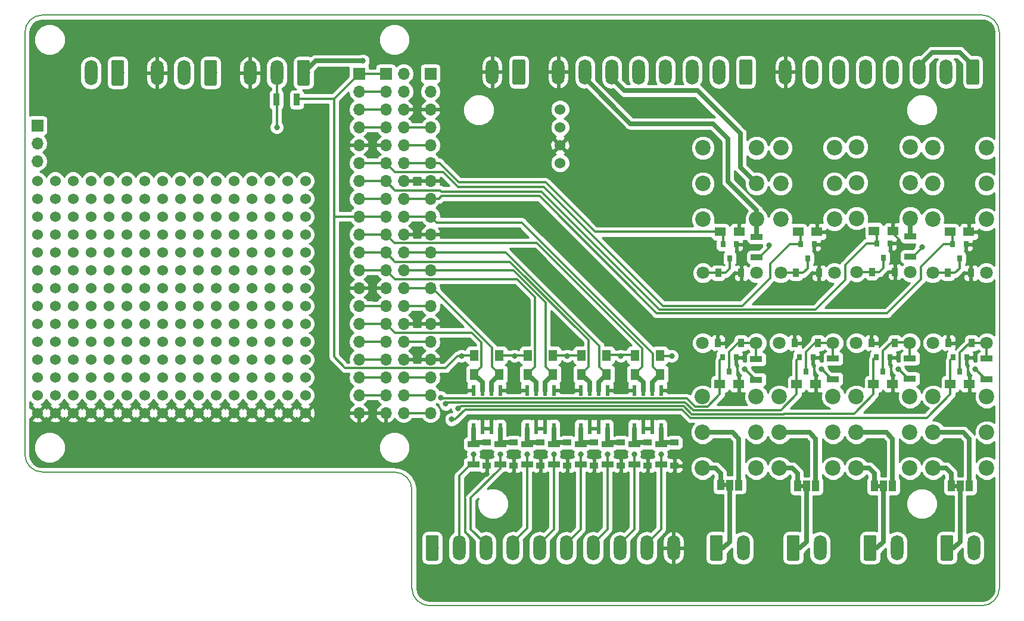
<source format=gbr>
%TF.GenerationSoftware,KiCad,Pcbnew,5.0.1*%
%TF.CreationDate,2019-01-21T13:20:35+01:00*%
%TF.ProjectId,PowerCommander,506F776572436F6D6D616E6465722E6B,rev?*%
%TF.SameCoordinates,Original*%
%TF.FileFunction,Copper,L2,Bot,Signal*%
%TF.FilePolarity,Positive*%
%FSLAX46Y46*%
G04 Gerber Fmt 4.6, Leading zero omitted, Abs format (unit mm)*
G04 Created by KiCad (PCBNEW 5.0.1) date Mon 21 Jan 2019 01:20:35 PM CET*
%MOMM*%
%LPD*%
G01*
G04 APERTURE LIST*
%ADD10C,0.150000*%
%ADD11R,0.600000X1.550000*%
%ADD12C,1.524000*%
%ADD13O,1.800000X3.600000*%
%ADD14C,0.100000*%
%ADD15C,1.800000*%
%ADD16C,2.200000*%
%ADD17R,0.800000X0.900000*%
%ADD18R,1.500000X1.300000*%
%ADD19O,1.700000X1.700000*%
%ADD20R,1.700000X1.700000*%
%ADD21R,1.300000X1.500000*%
%ADD22R,1.000000X1.500000*%
%ADD23C,1.000000*%
%ADD24R,1.200000X0.900000*%
%ADD25R,1.700000X0.900000*%
%ADD26R,0.900000X1.700000*%
%ADD27R,0.900000X1.200000*%
%ADD28C,0.800000*%
%ADD29C,0.317500*%
%ADD30C,0.635000*%
%ADD31C,0.254000*%
G04 APERTURE END LIST*
D10*
X85000000Y-97500000D02*
X85000000Y-111500000D01*
X87500000Y-114000000D02*
G75*
G02X85000000Y-111500000I0J2500000D01*
G01*
X82500000Y-95000000D02*
G75*
G02X85000000Y-97500000I0J-2500000D01*
G01*
X32500000Y-95000000D02*
X82500000Y-95000000D01*
X166000000Y-30000000D02*
G75*
G02X168500000Y-32500000I0J-2500000D01*
G01*
X168500000Y-111500000D02*
G75*
G02X166000000Y-114000000I-2500000J0D01*
G01*
X32500000Y-95000000D02*
G75*
G02X30000000Y-92500000I0J2500000D01*
G01*
X30000000Y-32500000D02*
G75*
G02X32500000Y-30000000I2500000J0D01*
G01*
X30000000Y-92500000D02*
X30000000Y-32500000D01*
X166000000Y-114000000D02*
X87500000Y-114000000D01*
X168500000Y-32500000D02*
X168500000Y-111500000D01*
X32500000Y-30000000D02*
X166000000Y-30000000D01*
D11*
X120396000Y-83406000D03*
X119126000Y-83406000D03*
X117856000Y-83406000D03*
X116586000Y-83406000D03*
X116586000Y-88806000D03*
X117856000Y-88806000D03*
X119126000Y-88806000D03*
X120396000Y-88806000D03*
D12*
X106045000Y-43434000D03*
X106045000Y-45974000D03*
X106045000Y-48514000D03*
X106045000Y-51054000D03*
D13*
X96393000Y-38100000D03*
D14*
G36*
X100877504Y-36301204D02*
X100901773Y-36304804D01*
X100925571Y-36310765D01*
X100948671Y-36319030D01*
X100970849Y-36329520D01*
X100991893Y-36342133D01*
X101011598Y-36356747D01*
X101029777Y-36373223D01*
X101046253Y-36391402D01*
X101060867Y-36411107D01*
X101073480Y-36432151D01*
X101083970Y-36454329D01*
X101092235Y-36477429D01*
X101098196Y-36501227D01*
X101101796Y-36525496D01*
X101103000Y-36550000D01*
X101103000Y-39650000D01*
X101101796Y-39674504D01*
X101098196Y-39698773D01*
X101092235Y-39722571D01*
X101083970Y-39745671D01*
X101073480Y-39767849D01*
X101060867Y-39788893D01*
X101046253Y-39808598D01*
X101029777Y-39826777D01*
X101011598Y-39843253D01*
X100991893Y-39857867D01*
X100970849Y-39870480D01*
X100948671Y-39880970D01*
X100925571Y-39889235D01*
X100901773Y-39895196D01*
X100877504Y-39898796D01*
X100853000Y-39900000D01*
X99553000Y-39900000D01*
X99528496Y-39898796D01*
X99504227Y-39895196D01*
X99480429Y-39889235D01*
X99457329Y-39880970D01*
X99435151Y-39870480D01*
X99414107Y-39857867D01*
X99394402Y-39843253D01*
X99376223Y-39826777D01*
X99359747Y-39808598D01*
X99345133Y-39788893D01*
X99332520Y-39767849D01*
X99322030Y-39745671D01*
X99313765Y-39722571D01*
X99307804Y-39698773D01*
X99304204Y-39674504D01*
X99303000Y-39650000D01*
X99303000Y-36550000D01*
X99304204Y-36525496D01*
X99307804Y-36501227D01*
X99313765Y-36477429D01*
X99322030Y-36454329D01*
X99332520Y-36432151D01*
X99345133Y-36411107D01*
X99359747Y-36391402D01*
X99376223Y-36373223D01*
X99394402Y-36356747D01*
X99414107Y-36342133D01*
X99435151Y-36329520D01*
X99457329Y-36319030D01*
X99480429Y-36310765D01*
X99504227Y-36304804D01*
X99528496Y-36301204D01*
X99553000Y-36300000D01*
X100853000Y-36300000D01*
X100877504Y-36301204D01*
X100877504Y-36301204D01*
G37*
D15*
X100203000Y-38100000D03*
D16*
X137414000Y-59055000D03*
X137414000Y-48895000D03*
X137414000Y-53975000D03*
X145034000Y-53975000D03*
X145034000Y-48895000D03*
X145034000Y-59055000D03*
D15*
X137414000Y-66675000D03*
X145034000Y-66675000D03*
D17*
X141224000Y-64627000D03*
X142174000Y-62627000D03*
X140274000Y-62627000D03*
X129225000Y-62627000D03*
X131125000Y-62627000D03*
X130175000Y-64627000D03*
D18*
X139874000Y-60833000D03*
X142574000Y-60833000D03*
X131525000Y-60833000D03*
X128825000Y-60833000D03*
D17*
X161864000Y-62627000D03*
X163764000Y-62627000D03*
X162814000Y-64627000D03*
X152019000Y-64500000D03*
X152969000Y-62500000D03*
X151069000Y-62500000D03*
D18*
X164164000Y-60833000D03*
X161464000Y-60833000D03*
X150669000Y-60706000D03*
X153369000Y-60706000D03*
D15*
X133985000Y-66675000D03*
X126365000Y-66675000D03*
D16*
X133985000Y-59055000D03*
X133985000Y-48895000D03*
X133985000Y-53975000D03*
X126365000Y-53975000D03*
X126365000Y-48895000D03*
X126365000Y-59055000D03*
X159004000Y-59055000D03*
X159004000Y-48895000D03*
X159004000Y-53975000D03*
X166624000Y-53975000D03*
X166624000Y-48895000D03*
X166624000Y-59055000D03*
D15*
X159004000Y-66675000D03*
X166624000Y-66675000D03*
X155829000Y-66548000D03*
X148209000Y-66548000D03*
D16*
X155829000Y-58928000D03*
X155829000Y-48768000D03*
X155829000Y-53848000D03*
X148209000Y-53848000D03*
X148209000Y-48768000D03*
X148209000Y-58928000D03*
D19*
X87630000Y-86614000D03*
X87630000Y-84074000D03*
X87630000Y-81534000D03*
X87630000Y-78994000D03*
X87630000Y-76454000D03*
X87630000Y-73914000D03*
X87630000Y-71374000D03*
X87630000Y-68834000D03*
X87630000Y-66294000D03*
X87630000Y-63754000D03*
X87630000Y-61214000D03*
X87630000Y-58674000D03*
X87630000Y-56134000D03*
X87630000Y-53594000D03*
X87630000Y-51054000D03*
X87630000Y-48514000D03*
X87630000Y-45974000D03*
X87630000Y-43434000D03*
X87630000Y-40894000D03*
D20*
X87630000Y-38354000D03*
D19*
X77470000Y-86614000D03*
X77470000Y-84074000D03*
X77470000Y-81534000D03*
X77470000Y-78994000D03*
X77470000Y-76454000D03*
X77470000Y-73914000D03*
X77470000Y-71374000D03*
X77470000Y-68834000D03*
X77470000Y-66294000D03*
X77470000Y-63754000D03*
X77470000Y-61214000D03*
X77470000Y-58674000D03*
X77470000Y-56134000D03*
X77470000Y-53594000D03*
X77470000Y-51054000D03*
X77470000Y-48514000D03*
X77470000Y-45974000D03*
X77470000Y-43434000D03*
X77470000Y-40894000D03*
D20*
X77470000Y-38354000D03*
D17*
X161943000Y-78692500D03*
X163843000Y-78692500D03*
X162893000Y-80692500D03*
X141049000Y-80692500D03*
X141999000Y-78692500D03*
X140099000Y-78692500D03*
X151971000Y-80692500D03*
X152921000Y-78692500D03*
X151021000Y-78692500D03*
X129177000Y-78692500D03*
X131077000Y-78692500D03*
X130127000Y-80692500D03*
D18*
X164243000Y-82486500D03*
X161543000Y-82486500D03*
X139699000Y-82486500D03*
X142399000Y-82486500D03*
X153321000Y-82486500D03*
X150621000Y-82486500D03*
X128777000Y-82486500D03*
X131477000Y-82486500D03*
D16*
X166703000Y-94424500D03*
X166703000Y-84264500D03*
X166703000Y-89344500D03*
X159083000Y-84264500D03*
D15*
X159083000Y-76644500D03*
X166703000Y-76644500D03*
D16*
X159083000Y-89344500D03*
X159083000Y-94424500D03*
X137239000Y-94424500D03*
X137239000Y-89344500D03*
D15*
X144859000Y-76644500D03*
X137239000Y-76644500D03*
D16*
X137239000Y-84264500D03*
X144859000Y-89344500D03*
X144859000Y-84264500D03*
X144859000Y-94424500D03*
X148161000Y-94424500D03*
X148161000Y-89344500D03*
D15*
X155781000Y-76644500D03*
X148161000Y-76644500D03*
D16*
X148161000Y-84264500D03*
X155781000Y-89344500D03*
X155781000Y-84264500D03*
X155781000Y-94424500D03*
X133937000Y-94424500D03*
X133937000Y-84264500D03*
X133937000Y-89344500D03*
X126317000Y-84264500D03*
D15*
X126317000Y-76644500D03*
X133937000Y-76644500D03*
D16*
X126317000Y-89344500D03*
X126317000Y-94424500D03*
D19*
X83820000Y-86614000D03*
X81280000Y-86614000D03*
X83820000Y-84074000D03*
X81280000Y-84074000D03*
X83820000Y-81534000D03*
X81280000Y-81534000D03*
X83820000Y-78994000D03*
X81280000Y-78994000D03*
X83820000Y-76454000D03*
X81280000Y-76454000D03*
X83820000Y-73914000D03*
X81280000Y-73914000D03*
X83820000Y-71374000D03*
X81280000Y-71374000D03*
X83820000Y-68834000D03*
X81280000Y-68834000D03*
X83820000Y-66294000D03*
X81280000Y-66294000D03*
X83820000Y-63754000D03*
X81280000Y-63754000D03*
X83820000Y-61214000D03*
X81280000Y-61214000D03*
X83820000Y-58674000D03*
X81280000Y-58674000D03*
X83820000Y-56134000D03*
X81280000Y-56134000D03*
X83820000Y-53594000D03*
X81280000Y-53594000D03*
X83820000Y-51054000D03*
X81280000Y-51054000D03*
X83820000Y-48514000D03*
X81280000Y-48514000D03*
X83820000Y-45974000D03*
X81280000Y-45974000D03*
X83820000Y-43434000D03*
X81280000Y-43434000D03*
X83820000Y-40894000D03*
X81280000Y-40894000D03*
X83820000Y-38354000D03*
D20*
X81280000Y-38354000D03*
D14*
G36*
X43854504Y-36428204D02*
X43878773Y-36431804D01*
X43902571Y-36437765D01*
X43925671Y-36446030D01*
X43947849Y-36456520D01*
X43968893Y-36469133D01*
X43988598Y-36483747D01*
X44006777Y-36500223D01*
X44023253Y-36518402D01*
X44037867Y-36538107D01*
X44050480Y-36559151D01*
X44060970Y-36581329D01*
X44069235Y-36604429D01*
X44075196Y-36628227D01*
X44078796Y-36652496D01*
X44080000Y-36677000D01*
X44080000Y-39777000D01*
X44078796Y-39801504D01*
X44075196Y-39825773D01*
X44069235Y-39849571D01*
X44060970Y-39872671D01*
X44050480Y-39894849D01*
X44037867Y-39915893D01*
X44023253Y-39935598D01*
X44006777Y-39953777D01*
X43988598Y-39970253D01*
X43968893Y-39984867D01*
X43947849Y-39997480D01*
X43925671Y-40007970D01*
X43902571Y-40016235D01*
X43878773Y-40022196D01*
X43854504Y-40025796D01*
X43830000Y-40027000D01*
X42530000Y-40027000D01*
X42505496Y-40025796D01*
X42481227Y-40022196D01*
X42457429Y-40016235D01*
X42434329Y-40007970D01*
X42412151Y-39997480D01*
X42391107Y-39984867D01*
X42371402Y-39970253D01*
X42353223Y-39953777D01*
X42336747Y-39935598D01*
X42322133Y-39915893D01*
X42309520Y-39894849D01*
X42299030Y-39872671D01*
X42290765Y-39849571D01*
X42284804Y-39825773D01*
X42281204Y-39801504D01*
X42280000Y-39777000D01*
X42280000Y-36677000D01*
X42281204Y-36652496D01*
X42284804Y-36628227D01*
X42290765Y-36604429D01*
X42299030Y-36581329D01*
X42309520Y-36559151D01*
X42322133Y-36538107D01*
X42336747Y-36518402D01*
X42353223Y-36500223D01*
X42371402Y-36483747D01*
X42391107Y-36469133D01*
X42412151Y-36456520D01*
X42434329Y-36446030D01*
X42457429Y-36437765D01*
X42481227Y-36431804D01*
X42505496Y-36428204D01*
X42530000Y-36427000D01*
X43830000Y-36427000D01*
X43854504Y-36428204D01*
X43854504Y-36428204D01*
G37*
D15*
X43180000Y-38227000D03*
D13*
X39370000Y-38227000D03*
D14*
G36*
X57062504Y-36428204D02*
X57086773Y-36431804D01*
X57110571Y-36437765D01*
X57133671Y-36446030D01*
X57155849Y-36456520D01*
X57176893Y-36469133D01*
X57196598Y-36483747D01*
X57214777Y-36500223D01*
X57231253Y-36518402D01*
X57245867Y-36538107D01*
X57258480Y-36559151D01*
X57268970Y-36581329D01*
X57277235Y-36604429D01*
X57283196Y-36628227D01*
X57286796Y-36652496D01*
X57288000Y-36677000D01*
X57288000Y-39777000D01*
X57286796Y-39801504D01*
X57283196Y-39825773D01*
X57277235Y-39849571D01*
X57268970Y-39872671D01*
X57258480Y-39894849D01*
X57245867Y-39915893D01*
X57231253Y-39935598D01*
X57214777Y-39953777D01*
X57196598Y-39970253D01*
X57176893Y-39984867D01*
X57155849Y-39997480D01*
X57133671Y-40007970D01*
X57110571Y-40016235D01*
X57086773Y-40022196D01*
X57062504Y-40025796D01*
X57038000Y-40027000D01*
X55738000Y-40027000D01*
X55713496Y-40025796D01*
X55689227Y-40022196D01*
X55665429Y-40016235D01*
X55642329Y-40007970D01*
X55620151Y-39997480D01*
X55599107Y-39984867D01*
X55579402Y-39970253D01*
X55561223Y-39953777D01*
X55544747Y-39935598D01*
X55530133Y-39915893D01*
X55517520Y-39894849D01*
X55507030Y-39872671D01*
X55498765Y-39849571D01*
X55492804Y-39825773D01*
X55489204Y-39801504D01*
X55488000Y-39777000D01*
X55488000Y-36677000D01*
X55489204Y-36652496D01*
X55492804Y-36628227D01*
X55498765Y-36604429D01*
X55507030Y-36581329D01*
X55517520Y-36559151D01*
X55530133Y-36538107D01*
X55544747Y-36518402D01*
X55561223Y-36500223D01*
X55579402Y-36483747D01*
X55599107Y-36469133D01*
X55620151Y-36456520D01*
X55642329Y-36446030D01*
X55665429Y-36437765D01*
X55689227Y-36431804D01*
X55713496Y-36428204D01*
X55738000Y-36427000D01*
X57038000Y-36427000D01*
X57062504Y-36428204D01*
X57062504Y-36428204D01*
G37*
D15*
X56388000Y-38227000D03*
D13*
X52578000Y-38227000D03*
X48768000Y-38227000D03*
D14*
G36*
X70270504Y-36428204D02*
X70294773Y-36431804D01*
X70318571Y-36437765D01*
X70341671Y-36446030D01*
X70363849Y-36456520D01*
X70384893Y-36469133D01*
X70404598Y-36483747D01*
X70422777Y-36500223D01*
X70439253Y-36518402D01*
X70453867Y-36538107D01*
X70466480Y-36559151D01*
X70476970Y-36581329D01*
X70485235Y-36604429D01*
X70491196Y-36628227D01*
X70494796Y-36652496D01*
X70496000Y-36677000D01*
X70496000Y-39777000D01*
X70494796Y-39801504D01*
X70491196Y-39825773D01*
X70485235Y-39849571D01*
X70476970Y-39872671D01*
X70466480Y-39894849D01*
X70453867Y-39915893D01*
X70439253Y-39935598D01*
X70422777Y-39953777D01*
X70404598Y-39970253D01*
X70384893Y-39984867D01*
X70363849Y-39997480D01*
X70341671Y-40007970D01*
X70318571Y-40016235D01*
X70294773Y-40022196D01*
X70270504Y-40025796D01*
X70246000Y-40027000D01*
X68946000Y-40027000D01*
X68921496Y-40025796D01*
X68897227Y-40022196D01*
X68873429Y-40016235D01*
X68850329Y-40007970D01*
X68828151Y-39997480D01*
X68807107Y-39984867D01*
X68787402Y-39970253D01*
X68769223Y-39953777D01*
X68752747Y-39935598D01*
X68738133Y-39915893D01*
X68725520Y-39894849D01*
X68715030Y-39872671D01*
X68706765Y-39849571D01*
X68700804Y-39825773D01*
X68697204Y-39801504D01*
X68696000Y-39777000D01*
X68696000Y-36677000D01*
X68697204Y-36652496D01*
X68700804Y-36628227D01*
X68706765Y-36604429D01*
X68715030Y-36581329D01*
X68725520Y-36559151D01*
X68738133Y-36538107D01*
X68752747Y-36518402D01*
X68769223Y-36500223D01*
X68787402Y-36483747D01*
X68807107Y-36469133D01*
X68828151Y-36456520D01*
X68850329Y-36446030D01*
X68873429Y-36437765D01*
X68897227Y-36431804D01*
X68921496Y-36428204D01*
X68946000Y-36427000D01*
X70246000Y-36427000D01*
X70270504Y-36428204D01*
X70270504Y-36428204D01*
G37*
D15*
X69596000Y-38227000D03*
D13*
X65786000Y-38227000D03*
X61976000Y-38227000D03*
D14*
G36*
X133135504Y-36301204D02*
X133159773Y-36304804D01*
X133183571Y-36310765D01*
X133206671Y-36319030D01*
X133228849Y-36329520D01*
X133249893Y-36342133D01*
X133269598Y-36356747D01*
X133287777Y-36373223D01*
X133304253Y-36391402D01*
X133318867Y-36411107D01*
X133331480Y-36432151D01*
X133341970Y-36454329D01*
X133350235Y-36477429D01*
X133356196Y-36501227D01*
X133359796Y-36525496D01*
X133361000Y-36550000D01*
X133361000Y-39650000D01*
X133359796Y-39674504D01*
X133356196Y-39698773D01*
X133350235Y-39722571D01*
X133341970Y-39745671D01*
X133331480Y-39767849D01*
X133318867Y-39788893D01*
X133304253Y-39808598D01*
X133287777Y-39826777D01*
X133269598Y-39843253D01*
X133249893Y-39857867D01*
X133228849Y-39870480D01*
X133206671Y-39880970D01*
X133183571Y-39889235D01*
X133159773Y-39895196D01*
X133135504Y-39898796D01*
X133111000Y-39900000D01*
X131811000Y-39900000D01*
X131786496Y-39898796D01*
X131762227Y-39895196D01*
X131738429Y-39889235D01*
X131715329Y-39880970D01*
X131693151Y-39870480D01*
X131672107Y-39857867D01*
X131652402Y-39843253D01*
X131634223Y-39826777D01*
X131617747Y-39808598D01*
X131603133Y-39788893D01*
X131590520Y-39767849D01*
X131580030Y-39745671D01*
X131571765Y-39722571D01*
X131565804Y-39698773D01*
X131562204Y-39674504D01*
X131561000Y-39650000D01*
X131561000Y-36550000D01*
X131562204Y-36525496D01*
X131565804Y-36501227D01*
X131571765Y-36477429D01*
X131580030Y-36454329D01*
X131590520Y-36432151D01*
X131603133Y-36411107D01*
X131617747Y-36391402D01*
X131634223Y-36373223D01*
X131652402Y-36356747D01*
X131672107Y-36342133D01*
X131693151Y-36329520D01*
X131715329Y-36319030D01*
X131738429Y-36310765D01*
X131762227Y-36304804D01*
X131786496Y-36301204D01*
X131811000Y-36300000D01*
X133111000Y-36300000D01*
X133135504Y-36301204D01*
X133135504Y-36301204D01*
G37*
D15*
X132461000Y-38100000D03*
D13*
X128651000Y-38100000D03*
X124841000Y-38100000D03*
X121031000Y-38100000D03*
X117221000Y-38100000D03*
X113411000Y-38100000D03*
X109601000Y-38100000D03*
X105791000Y-38100000D03*
X138049000Y-38100000D03*
X141859000Y-38100000D03*
X145669000Y-38100000D03*
X149479000Y-38100000D03*
X153289000Y-38100000D03*
X157099000Y-38100000D03*
X160909000Y-38100000D03*
D14*
G36*
X165393504Y-36301204D02*
X165417773Y-36304804D01*
X165441571Y-36310765D01*
X165464671Y-36319030D01*
X165486849Y-36329520D01*
X165507893Y-36342133D01*
X165527598Y-36356747D01*
X165545777Y-36373223D01*
X165562253Y-36391402D01*
X165576867Y-36411107D01*
X165589480Y-36432151D01*
X165599970Y-36454329D01*
X165608235Y-36477429D01*
X165614196Y-36501227D01*
X165617796Y-36525496D01*
X165619000Y-36550000D01*
X165619000Y-39650000D01*
X165617796Y-39674504D01*
X165614196Y-39698773D01*
X165608235Y-39722571D01*
X165599970Y-39745671D01*
X165589480Y-39767849D01*
X165576867Y-39788893D01*
X165562253Y-39808598D01*
X165545777Y-39826777D01*
X165527598Y-39843253D01*
X165507893Y-39857867D01*
X165486849Y-39870480D01*
X165464671Y-39880970D01*
X165441571Y-39889235D01*
X165417773Y-39895196D01*
X165393504Y-39898796D01*
X165369000Y-39900000D01*
X164069000Y-39900000D01*
X164044496Y-39898796D01*
X164020227Y-39895196D01*
X163996429Y-39889235D01*
X163973329Y-39880970D01*
X163951151Y-39870480D01*
X163930107Y-39857867D01*
X163910402Y-39843253D01*
X163892223Y-39826777D01*
X163875747Y-39808598D01*
X163861133Y-39788893D01*
X163848520Y-39767849D01*
X163838030Y-39745671D01*
X163829765Y-39722571D01*
X163823804Y-39698773D01*
X163820204Y-39674504D01*
X163819000Y-39650000D01*
X163819000Y-36550000D01*
X163820204Y-36525496D01*
X163823804Y-36501227D01*
X163829765Y-36477429D01*
X163838030Y-36454329D01*
X163848520Y-36432151D01*
X163861133Y-36411107D01*
X163875747Y-36391402D01*
X163892223Y-36373223D01*
X163910402Y-36356747D01*
X163930107Y-36342133D01*
X163951151Y-36329520D01*
X163973329Y-36319030D01*
X163996429Y-36310765D01*
X164020227Y-36304804D01*
X164044496Y-36301204D01*
X164069000Y-36300000D01*
X165369000Y-36300000D01*
X165393504Y-36301204D01*
X165393504Y-36301204D01*
G37*
D15*
X164719000Y-38100000D03*
D13*
X164846000Y-105791000D03*
D14*
G36*
X161710504Y-103992204D02*
X161734773Y-103995804D01*
X161758571Y-104001765D01*
X161781671Y-104010030D01*
X161803849Y-104020520D01*
X161824893Y-104033133D01*
X161844598Y-104047747D01*
X161862777Y-104064223D01*
X161879253Y-104082402D01*
X161893867Y-104102107D01*
X161906480Y-104123151D01*
X161916970Y-104145329D01*
X161925235Y-104168429D01*
X161931196Y-104192227D01*
X161934796Y-104216496D01*
X161936000Y-104241000D01*
X161936000Y-107341000D01*
X161934796Y-107365504D01*
X161931196Y-107389773D01*
X161925235Y-107413571D01*
X161916970Y-107436671D01*
X161906480Y-107458849D01*
X161893867Y-107479893D01*
X161879253Y-107499598D01*
X161862777Y-107517777D01*
X161844598Y-107534253D01*
X161824893Y-107548867D01*
X161803849Y-107561480D01*
X161781671Y-107571970D01*
X161758571Y-107580235D01*
X161734773Y-107586196D01*
X161710504Y-107589796D01*
X161686000Y-107591000D01*
X160386000Y-107591000D01*
X160361496Y-107589796D01*
X160337227Y-107586196D01*
X160313429Y-107580235D01*
X160290329Y-107571970D01*
X160268151Y-107561480D01*
X160247107Y-107548867D01*
X160227402Y-107534253D01*
X160209223Y-107517777D01*
X160192747Y-107499598D01*
X160178133Y-107479893D01*
X160165520Y-107458849D01*
X160155030Y-107436671D01*
X160146765Y-107413571D01*
X160140804Y-107389773D01*
X160137204Y-107365504D01*
X160136000Y-107341000D01*
X160136000Y-104241000D01*
X160137204Y-104216496D01*
X160140804Y-104192227D01*
X160146765Y-104168429D01*
X160155030Y-104145329D01*
X160165520Y-104123151D01*
X160178133Y-104102107D01*
X160192747Y-104082402D01*
X160209223Y-104064223D01*
X160227402Y-104047747D01*
X160247107Y-104033133D01*
X160268151Y-104020520D01*
X160290329Y-104010030D01*
X160313429Y-104001765D01*
X160337227Y-103995804D01*
X160361496Y-103992204D01*
X160386000Y-103991000D01*
X161686000Y-103991000D01*
X161710504Y-103992204D01*
X161710504Y-103992204D01*
G37*
D15*
X161036000Y-105791000D03*
D13*
X153924000Y-105791000D03*
D14*
G36*
X150788504Y-103992204D02*
X150812773Y-103995804D01*
X150836571Y-104001765D01*
X150859671Y-104010030D01*
X150881849Y-104020520D01*
X150902893Y-104033133D01*
X150922598Y-104047747D01*
X150940777Y-104064223D01*
X150957253Y-104082402D01*
X150971867Y-104102107D01*
X150984480Y-104123151D01*
X150994970Y-104145329D01*
X151003235Y-104168429D01*
X151009196Y-104192227D01*
X151012796Y-104216496D01*
X151014000Y-104241000D01*
X151014000Y-107341000D01*
X151012796Y-107365504D01*
X151009196Y-107389773D01*
X151003235Y-107413571D01*
X150994970Y-107436671D01*
X150984480Y-107458849D01*
X150971867Y-107479893D01*
X150957253Y-107499598D01*
X150940777Y-107517777D01*
X150922598Y-107534253D01*
X150902893Y-107548867D01*
X150881849Y-107561480D01*
X150859671Y-107571970D01*
X150836571Y-107580235D01*
X150812773Y-107586196D01*
X150788504Y-107589796D01*
X150764000Y-107591000D01*
X149464000Y-107591000D01*
X149439496Y-107589796D01*
X149415227Y-107586196D01*
X149391429Y-107580235D01*
X149368329Y-107571970D01*
X149346151Y-107561480D01*
X149325107Y-107548867D01*
X149305402Y-107534253D01*
X149287223Y-107517777D01*
X149270747Y-107499598D01*
X149256133Y-107479893D01*
X149243520Y-107458849D01*
X149233030Y-107436671D01*
X149224765Y-107413571D01*
X149218804Y-107389773D01*
X149215204Y-107365504D01*
X149214000Y-107341000D01*
X149214000Y-104241000D01*
X149215204Y-104216496D01*
X149218804Y-104192227D01*
X149224765Y-104168429D01*
X149233030Y-104145329D01*
X149243520Y-104123151D01*
X149256133Y-104102107D01*
X149270747Y-104082402D01*
X149287223Y-104064223D01*
X149305402Y-104047747D01*
X149325107Y-104033133D01*
X149346151Y-104020520D01*
X149368329Y-104010030D01*
X149391429Y-104001765D01*
X149415227Y-103995804D01*
X149439496Y-103992204D01*
X149464000Y-103991000D01*
X150764000Y-103991000D01*
X150788504Y-103992204D01*
X150788504Y-103992204D01*
G37*
D15*
X150114000Y-105791000D03*
D14*
G36*
X139866504Y-103992204D02*
X139890773Y-103995804D01*
X139914571Y-104001765D01*
X139937671Y-104010030D01*
X139959849Y-104020520D01*
X139980893Y-104033133D01*
X140000598Y-104047747D01*
X140018777Y-104064223D01*
X140035253Y-104082402D01*
X140049867Y-104102107D01*
X140062480Y-104123151D01*
X140072970Y-104145329D01*
X140081235Y-104168429D01*
X140087196Y-104192227D01*
X140090796Y-104216496D01*
X140092000Y-104241000D01*
X140092000Y-107341000D01*
X140090796Y-107365504D01*
X140087196Y-107389773D01*
X140081235Y-107413571D01*
X140072970Y-107436671D01*
X140062480Y-107458849D01*
X140049867Y-107479893D01*
X140035253Y-107499598D01*
X140018777Y-107517777D01*
X140000598Y-107534253D01*
X139980893Y-107548867D01*
X139959849Y-107561480D01*
X139937671Y-107571970D01*
X139914571Y-107580235D01*
X139890773Y-107586196D01*
X139866504Y-107589796D01*
X139842000Y-107591000D01*
X138542000Y-107591000D01*
X138517496Y-107589796D01*
X138493227Y-107586196D01*
X138469429Y-107580235D01*
X138446329Y-107571970D01*
X138424151Y-107561480D01*
X138403107Y-107548867D01*
X138383402Y-107534253D01*
X138365223Y-107517777D01*
X138348747Y-107499598D01*
X138334133Y-107479893D01*
X138321520Y-107458849D01*
X138311030Y-107436671D01*
X138302765Y-107413571D01*
X138296804Y-107389773D01*
X138293204Y-107365504D01*
X138292000Y-107341000D01*
X138292000Y-104241000D01*
X138293204Y-104216496D01*
X138296804Y-104192227D01*
X138302765Y-104168429D01*
X138311030Y-104145329D01*
X138321520Y-104123151D01*
X138334133Y-104102107D01*
X138348747Y-104082402D01*
X138365223Y-104064223D01*
X138383402Y-104047747D01*
X138403107Y-104033133D01*
X138424151Y-104020520D01*
X138446329Y-104010030D01*
X138469429Y-104001765D01*
X138493227Y-103995804D01*
X138517496Y-103992204D01*
X138542000Y-103991000D01*
X139842000Y-103991000D01*
X139866504Y-103992204D01*
X139866504Y-103992204D01*
G37*
D15*
X139192000Y-105791000D03*
D13*
X143002000Y-105791000D03*
D14*
G36*
X128944504Y-103992204D02*
X128968773Y-103995804D01*
X128992571Y-104001765D01*
X129015671Y-104010030D01*
X129037849Y-104020520D01*
X129058893Y-104033133D01*
X129078598Y-104047747D01*
X129096777Y-104064223D01*
X129113253Y-104082402D01*
X129127867Y-104102107D01*
X129140480Y-104123151D01*
X129150970Y-104145329D01*
X129159235Y-104168429D01*
X129165196Y-104192227D01*
X129168796Y-104216496D01*
X129170000Y-104241000D01*
X129170000Y-107341000D01*
X129168796Y-107365504D01*
X129165196Y-107389773D01*
X129159235Y-107413571D01*
X129150970Y-107436671D01*
X129140480Y-107458849D01*
X129127867Y-107479893D01*
X129113253Y-107499598D01*
X129096777Y-107517777D01*
X129078598Y-107534253D01*
X129058893Y-107548867D01*
X129037849Y-107561480D01*
X129015671Y-107571970D01*
X128992571Y-107580235D01*
X128968773Y-107586196D01*
X128944504Y-107589796D01*
X128920000Y-107591000D01*
X127620000Y-107591000D01*
X127595496Y-107589796D01*
X127571227Y-107586196D01*
X127547429Y-107580235D01*
X127524329Y-107571970D01*
X127502151Y-107561480D01*
X127481107Y-107548867D01*
X127461402Y-107534253D01*
X127443223Y-107517777D01*
X127426747Y-107499598D01*
X127412133Y-107479893D01*
X127399520Y-107458849D01*
X127389030Y-107436671D01*
X127380765Y-107413571D01*
X127374804Y-107389773D01*
X127371204Y-107365504D01*
X127370000Y-107341000D01*
X127370000Y-104241000D01*
X127371204Y-104216496D01*
X127374804Y-104192227D01*
X127380765Y-104168429D01*
X127389030Y-104145329D01*
X127399520Y-104123151D01*
X127412133Y-104102107D01*
X127426747Y-104082402D01*
X127443223Y-104064223D01*
X127461402Y-104047747D01*
X127481107Y-104033133D01*
X127502151Y-104020520D01*
X127524329Y-104010030D01*
X127547429Y-104001765D01*
X127571227Y-103995804D01*
X127595496Y-103992204D01*
X127620000Y-103991000D01*
X128920000Y-103991000D01*
X128944504Y-103992204D01*
X128944504Y-103992204D01*
G37*
D15*
X128270000Y-105791000D03*
D13*
X132080000Y-105791000D03*
D14*
G36*
X88558504Y-103992204D02*
X88582773Y-103995804D01*
X88606571Y-104001765D01*
X88629671Y-104010030D01*
X88651849Y-104020520D01*
X88672893Y-104033133D01*
X88692598Y-104047747D01*
X88710777Y-104064223D01*
X88727253Y-104082402D01*
X88741867Y-104102107D01*
X88754480Y-104123151D01*
X88764970Y-104145329D01*
X88773235Y-104168429D01*
X88779196Y-104192227D01*
X88782796Y-104216496D01*
X88784000Y-104241000D01*
X88784000Y-107341000D01*
X88782796Y-107365504D01*
X88779196Y-107389773D01*
X88773235Y-107413571D01*
X88764970Y-107436671D01*
X88754480Y-107458849D01*
X88741867Y-107479893D01*
X88727253Y-107499598D01*
X88710777Y-107517777D01*
X88692598Y-107534253D01*
X88672893Y-107548867D01*
X88651849Y-107561480D01*
X88629671Y-107571970D01*
X88606571Y-107580235D01*
X88582773Y-107586196D01*
X88558504Y-107589796D01*
X88534000Y-107591000D01*
X87234000Y-107591000D01*
X87209496Y-107589796D01*
X87185227Y-107586196D01*
X87161429Y-107580235D01*
X87138329Y-107571970D01*
X87116151Y-107561480D01*
X87095107Y-107548867D01*
X87075402Y-107534253D01*
X87057223Y-107517777D01*
X87040747Y-107499598D01*
X87026133Y-107479893D01*
X87013520Y-107458849D01*
X87003030Y-107436671D01*
X86994765Y-107413571D01*
X86988804Y-107389773D01*
X86985204Y-107365504D01*
X86984000Y-107341000D01*
X86984000Y-104241000D01*
X86985204Y-104216496D01*
X86988804Y-104192227D01*
X86994765Y-104168429D01*
X87003030Y-104145329D01*
X87013520Y-104123151D01*
X87026133Y-104102107D01*
X87040747Y-104082402D01*
X87057223Y-104064223D01*
X87075402Y-104047747D01*
X87095107Y-104033133D01*
X87116151Y-104020520D01*
X87138329Y-104010030D01*
X87161429Y-104001765D01*
X87185227Y-103995804D01*
X87209496Y-103992204D01*
X87234000Y-103991000D01*
X88534000Y-103991000D01*
X88558504Y-103992204D01*
X88558504Y-103992204D01*
G37*
D15*
X87884000Y-105791000D03*
D13*
X91694000Y-105791000D03*
X95504000Y-105791000D03*
X99314000Y-105791000D03*
X103124000Y-105791000D03*
X106934000Y-105791000D03*
X110744000Y-105791000D03*
X114554000Y-105791000D03*
X118364000Y-105791000D03*
X122174000Y-105791000D03*
D21*
X93853000Y-78406000D03*
X93853000Y-81106000D03*
X97409000Y-81106000D03*
X97409000Y-78406000D03*
X101473000Y-78406000D03*
X101473000Y-81106000D03*
X105029000Y-81106000D03*
X105029000Y-78406000D03*
X109093000Y-78406000D03*
X109093000Y-81106000D03*
X112649000Y-81106000D03*
X112649000Y-78406000D03*
X116713000Y-78406000D03*
X116713000Y-81106000D03*
X120269000Y-78406000D03*
X120269000Y-81106000D03*
D11*
X97536000Y-88806000D03*
X96266000Y-88806000D03*
X94996000Y-88806000D03*
X93726000Y-88806000D03*
X93726000Y-83406000D03*
X94996000Y-83406000D03*
X96266000Y-83406000D03*
X97536000Y-83406000D03*
X105156000Y-83406000D03*
X103886000Y-83406000D03*
X102616000Y-83406000D03*
X101346000Y-83406000D03*
X101346000Y-88806000D03*
X102616000Y-88806000D03*
X103886000Y-88806000D03*
X105156000Y-88806000D03*
X112776000Y-88806000D03*
X111506000Y-88806000D03*
X110236000Y-88806000D03*
X108966000Y-88806000D03*
X108966000Y-83406000D03*
X110236000Y-83406000D03*
X111506000Y-83406000D03*
X112776000Y-83406000D03*
D22*
X162941000Y-96964500D03*
X164241000Y-96964500D03*
D23*
X161641000Y-96964500D03*
D14*
G36*
X162141000Y-96664500D02*
X162541000Y-96664500D01*
X162541000Y-97264500D01*
X162141000Y-97264500D01*
X162141000Y-97714500D01*
X161141000Y-97714500D01*
X161141000Y-96214500D01*
X162141000Y-96214500D01*
X162141000Y-96664500D01*
X162141000Y-96664500D01*
G37*
D23*
X150719000Y-96964500D03*
D14*
G36*
X151219000Y-96664500D02*
X151619000Y-96664500D01*
X151619000Y-97264500D01*
X151219000Y-97264500D01*
X151219000Y-97714500D01*
X150219000Y-97714500D01*
X150219000Y-96214500D01*
X151219000Y-96214500D01*
X151219000Y-96664500D01*
X151219000Y-96664500D01*
G37*
D22*
X153319000Y-96964500D03*
X152019000Y-96964500D03*
D23*
X139797000Y-96964500D03*
D14*
G36*
X140297000Y-96664500D02*
X140697000Y-96664500D01*
X140697000Y-97264500D01*
X140297000Y-97264500D01*
X140297000Y-97714500D01*
X139297000Y-97714500D01*
X139297000Y-96214500D01*
X140297000Y-96214500D01*
X140297000Y-96664500D01*
X140297000Y-96664500D01*
G37*
D22*
X142397000Y-96964500D03*
X141097000Y-96964500D03*
X130175000Y-96837500D03*
X131475000Y-96837500D03*
D23*
X128875000Y-96837500D03*
D14*
G36*
X129375000Y-96537500D02*
X129775000Y-96537500D01*
X129775000Y-97137500D01*
X129375000Y-97137500D01*
X129375000Y-97587500D01*
X128375000Y-97587500D01*
X128375000Y-96087500D01*
X129375000Y-96087500D01*
X129375000Y-96537500D01*
X129375000Y-96537500D01*
G37*
D24*
X95631000Y-94105000D03*
X95631000Y-90805000D03*
X99441000Y-90807000D03*
X99441000Y-94107000D03*
X103251000Y-94107000D03*
X103251000Y-90807000D03*
X107061000Y-94107000D03*
X107061000Y-90807000D03*
X110871000Y-90807000D03*
X110871000Y-94107000D03*
X114681000Y-90807000D03*
X114681000Y-94107000D03*
X118491000Y-94105000D03*
X118491000Y-90805000D03*
X122301000Y-90807000D03*
X122301000Y-94107000D03*
D25*
X93726000Y-93906000D03*
X93726000Y-91006000D03*
D26*
X65733000Y-42037000D03*
X68633000Y-42037000D03*
D25*
X97536000Y-93906000D03*
X97536000Y-91006000D03*
X101346000Y-93906000D03*
X101346000Y-91006000D03*
X105156000Y-91006000D03*
X105156000Y-93906000D03*
X108966000Y-91006000D03*
X108966000Y-93906000D03*
X112776000Y-91006000D03*
X112776000Y-93906000D03*
X116586000Y-91006000D03*
X116586000Y-93906000D03*
X120396000Y-93906000D03*
X120396000Y-91006000D03*
D27*
X161243000Y-76644500D03*
X164543000Y-76644500D03*
X142874000Y-66675000D03*
X139574000Y-66675000D03*
X128525000Y-66675000D03*
X131825000Y-66675000D03*
X164464000Y-66675000D03*
X161164000Y-66675000D03*
X150369000Y-66548000D03*
X153669000Y-66548000D03*
X139399000Y-76644500D03*
X142699000Y-76644500D03*
X153621000Y-76644500D03*
X150321000Y-76644500D03*
X131777000Y-76644500D03*
X128477000Y-76644500D03*
D25*
X155829000Y-61468000D03*
X155829000Y-64368000D03*
X133985000Y-64442000D03*
X133985000Y-61542000D03*
X166703000Y-81777500D03*
X166703000Y-78877500D03*
X144859000Y-78877500D03*
X144859000Y-81777500D03*
X155781000Y-81730500D03*
X155781000Y-78830500D03*
X133937000Y-78957500D03*
X133937000Y-81857500D03*
D12*
X67310000Y-84074000D03*
X67310000Y-86614000D03*
X39370000Y-78994000D03*
X57150000Y-78994000D03*
X34290000Y-78994000D03*
X44450000Y-78994000D03*
X54610000Y-78994000D03*
X69850000Y-81534000D03*
X67310000Y-76454000D03*
X67310000Y-81534000D03*
X69850000Y-84074000D03*
X69850000Y-86614000D03*
X69850000Y-78994000D03*
X64770000Y-78994000D03*
X64770000Y-73914000D03*
X62230000Y-76454000D03*
X57150000Y-76454000D03*
X64770000Y-76454000D03*
X57150000Y-84074000D03*
X69850000Y-73914000D03*
X39370000Y-73914000D03*
X34290000Y-73914000D03*
X44450000Y-73914000D03*
X54610000Y-73914000D03*
X31750000Y-73914000D03*
X41910000Y-76454000D03*
X52070000Y-76454000D03*
X46990000Y-76454000D03*
X54610000Y-76454000D03*
X46990000Y-84074000D03*
X49530000Y-76454000D03*
X39370000Y-76454000D03*
X34290000Y-76454000D03*
X52070000Y-73914000D03*
X49530000Y-73914000D03*
X44450000Y-76454000D03*
X41910000Y-73914000D03*
X36830000Y-73914000D03*
X31750000Y-76454000D03*
X36830000Y-76454000D03*
X31750000Y-78994000D03*
X41910000Y-81534000D03*
X52070000Y-81534000D03*
X46990000Y-81534000D03*
X54610000Y-81534000D03*
X31750000Y-81534000D03*
X59690000Y-76454000D03*
X62230000Y-73914000D03*
X59690000Y-73914000D03*
X62230000Y-81534000D03*
X57150000Y-81534000D03*
X64770000Y-81534000D03*
X64770000Y-84074000D03*
X62230000Y-86614000D03*
X57150000Y-86614000D03*
X64770000Y-86614000D03*
X67310000Y-73914000D03*
X69850000Y-76454000D03*
X39370000Y-84074000D03*
X34290000Y-84074000D03*
X54610000Y-84074000D03*
X31750000Y-84074000D03*
X41910000Y-86614000D03*
X52070000Y-86614000D03*
X46990000Y-86614000D03*
X54610000Y-86614000D03*
X49530000Y-86614000D03*
X39370000Y-86614000D03*
X34290000Y-86614000D03*
X52070000Y-84074000D03*
X49530000Y-84074000D03*
X44450000Y-86614000D03*
X41910000Y-84074000D03*
X36830000Y-84074000D03*
X31750000Y-86614000D03*
X36830000Y-86614000D03*
X36830000Y-81534000D03*
X49530000Y-81534000D03*
X62230000Y-78994000D03*
X59690000Y-81534000D03*
X59690000Y-78994000D03*
X39370000Y-81534000D03*
X34290000Y-81534000D03*
X44450000Y-81534000D03*
X46990000Y-73914000D03*
X59690000Y-86614000D03*
X62230000Y-84074000D03*
X57150000Y-73914000D03*
X59690000Y-84074000D03*
X67310000Y-78994000D03*
X41910000Y-78994000D03*
X36830000Y-78994000D03*
X52070000Y-78994000D03*
X49530000Y-78994000D03*
X44450000Y-84074000D03*
X46990000Y-78994000D03*
X69850000Y-58674000D03*
X67310000Y-58674000D03*
X69850000Y-56134000D03*
X69850000Y-63754000D03*
X69850000Y-68834000D03*
X69850000Y-71374000D03*
X67310000Y-53594000D03*
X67310000Y-56134000D03*
X67310000Y-61214000D03*
X69850000Y-61214000D03*
X69850000Y-66294000D03*
X67310000Y-68834000D03*
X67310000Y-63754000D03*
X67310000Y-66294000D03*
X69850000Y-53594000D03*
X67310000Y-71374000D03*
X64770000Y-58674000D03*
X64770000Y-53594000D03*
X62230000Y-56134000D03*
X57150000Y-56134000D03*
X64770000Y-56134000D03*
X57150000Y-63754000D03*
X59690000Y-68834000D03*
X57150000Y-68834000D03*
X62230000Y-68834000D03*
X59690000Y-56134000D03*
X62230000Y-53594000D03*
X59690000Y-53594000D03*
X62230000Y-61214000D03*
X57150000Y-61214000D03*
X64770000Y-61214000D03*
X64770000Y-68834000D03*
X64770000Y-63754000D03*
X62230000Y-66294000D03*
X57150000Y-66294000D03*
X64770000Y-66294000D03*
X59690000Y-66294000D03*
X62230000Y-63754000D03*
X59690000Y-63754000D03*
X62230000Y-71374000D03*
X59690000Y-61214000D03*
X59690000Y-71374000D03*
X57150000Y-53594000D03*
X57150000Y-71374000D03*
X64770000Y-71374000D03*
X62230000Y-58674000D03*
X59690000Y-58674000D03*
X57150000Y-58674000D03*
X39370000Y-68834000D03*
X34290000Y-68834000D03*
X44450000Y-68834000D03*
X54610000Y-68834000D03*
X39370000Y-63754000D03*
X34290000Y-63754000D03*
X44450000Y-63754000D03*
X54610000Y-63754000D03*
X31750000Y-63754000D03*
X41910000Y-66294000D03*
X52070000Y-66294000D03*
X46990000Y-66294000D03*
X54610000Y-66294000D03*
X49530000Y-66294000D03*
X39370000Y-66294000D03*
X34290000Y-66294000D03*
X52070000Y-63754000D03*
X49530000Y-63754000D03*
X44450000Y-66294000D03*
X41910000Y-63754000D03*
X36830000Y-63754000D03*
X31750000Y-66294000D03*
X36830000Y-66294000D03*
X31750000Y-68834000D03*
X41910000Y-71374000D03*
X52070000Y-71374000D03*
X46990000Y-71374000D03*
X54610000Y-71374000D03*
X31750000Y-71374000D03*
X36830000Y-71374000D03*
X49530000Y-71374000D03*
X39370000Y-71374000D03*
X34290000Y-71374000D03*
X44450000Y-71374000D03*
X46990000Y-63754000D03*
X41910000Y-68834000D03*
X36830000Y-68834000D03*
X52070000Y-68834000D03*
X49530000Y-68834000D03*
X46990000Y-68834000D03*
X39370000Y-53594000D03*
X34290000Y-53594000D03*
X44450000Y-53594000D03*
X54610000Y-53594000D03*
X31750000Y-53594000D03*
X41910000Y-56134000D03*
X52070000Y-56134000D03*
X46990000Y-56134000D03*
X54610000Y-56134000D03*
X31750000Y-56134000D03*
X36830000Y-56134000D03*
X49530000Y-56134000D03*
X39370000Y-56134000D03*
X34290000Y-56134000D03*
X44450000Y-56134000D03*
X41910000Y-53594000D03*
X36830000Y-53594000D03*
X52070000Y-53594000D03*
X49530000Y-53594000D03*
X46990000Y-53594000D03*
X39370000Y-61214000D03*
X34290000Y-61214000D03*
X44450000Y-61214000D03*
X54610000Y-61214000D03*
X31750000Y-61214000D03*
X41910000Y-61214000D03*
X36830000Y-61214000D03*
X52070000Y-61214000D03*
X49530000Y-61214000D03*
X46990000Y-61214000D03*
X31750000Y-58674000D03*
X34290000Y-58674000D03*
X36830000Y-58674000D03*
X39370000Y-58674000D03*
X41910000Y-58674000D03*
X54610000Y-58674000D03*
X52070000Y-58674000D03*
X49530000Y-58674000D03*
X46990000Y-58674000D03*
X44450000Y-58674000D03*
D19*
X31750000Y-50800000D03*
X31750000Y-48260000D03*
D20*
X31750000Y-45720000D03*
D28*
X41148000Y-48006000D03*
X46736000Y-46101000D03*
X160528000Y-69342000D03*
X104140000Y-51816000D03*
X140843000Y-68199000D03*
X99441000Y-83375500D03*
X107061000Y-83439000D03*
X114681000Y-83439000D03*
X92456000Y-83375500D03*
X114681000Y-77216000D03*
X99441000Y-77216000D03*
X121285000Y-51308000D03*
X107159475Y-77129730D03*
X147193000Y-81915000D03*
X136144000Y-81915000D03*
X157988000Y-81788000D03*
X138049000Y-78930500D03*
X148971000Y-78803500D03*
X159766000Y-78930500D03*
X104140000Y-42672000D03*
X37274500Y-45021500D03*
X37338000Y-32321500D03*
X34544000Y-40640000D03*
X38862000Y-42672000D03*
X33782000Y-51562000D03*
X53340000Y-43434000D03*
X55626000Y-41402000D03*
X74676000Y-38608000D03*
X75946000Y-42164000D03*
X77978000Y-33274000D03*
X41402000Y-32258000D03*
X97536000Y-32512000D03*
X97790000Y-42672000D03*
X85598000Y-36322000D03*
X79502000Y-49784000D03*
X75438000Y-49784000D03*
X52070000Y-51562000D03*
X75438000Y-54864000D03*
X122428000Y-42672000D03*
X87376000Y-111506000D03*
X86106000Y-94234000D03*
X166624000Y-92011500D03*
X157480000Y-92011500D03*
X146558000Y-92011500D03*
X135636000Y-92011500D03*
X126238000Y-92011500D03*
X166370000Y-111760000D03*
X124460000Y-112522000D03*
X109855000Y-64516000D03*
X31813500Y-37909500D03*
X95631000Y-95250000D03*
X99441000Y-95250000D03*
X103251000Y-95250000D03*
X107061000Y-95250000D03*
X110871000Y-95250000D03*
X114681000Y-95250000D03*
X118491000Y-95250000D03*
X122301000Y-95250000D03*
X92011500Y-77025500D03*
X102108000Y-64516000D03*
X89916000Y-68834000D03*
X99949000Y-60960000D03*
X89789000Y-57531000D03*
X153289000Y-84074000D03*
X164211000Y-84074000D03*
X142367000Y-84074000D03*
X131445000Y-84074000D03*
X122682000Y-67818000D03*
X122682000Y-61976000D03*
X113030000Y-61976000D03*
X152019000Y-68072000D03*
X78041500Y-36512500D03*
X157480000Y-62992001D03*
X135763000Y-62738000D03*
X89093740Y-84391500D03*
X91597157Y-85966078D03*
X89821591Y-85312227D03*
X90614500Y-87503000D03*
X92075000Y-78486000D03*
X121920000Y-78486000D03*
X114681000Y-78486000D03*
X107061000Y-78486000D03*
X99568000Y-78486000D03*
X65786000Y-45974000D03*
X165052000Y-80327500D03*
X143208000Y-80327500D03*
X154130000Y-80327500D03*
X132286000Y-80327500D03*
X93726000Y-92456000D03*
X97536000Y-92456000D03*
X101346000Y-92456000D03*
X105156000Y-92456000D03*
X108966000Y-92456000D03*
X112776000Y-92456000D03*
X116586000Y-92456000D03*
X120396000Y-92456000D03*
D29*
X136779000Y-59436000D02*
X136939000Y-59436000D01*
X158369000Y-59436000D02*
X158529000Y-59436000D01*
X154305000Y-61976000D02*
X154305000Y-62484000D01*
X153369000Y-60706000D02*
X153369000Y-61040000D01*
X153369000Y-61040000D02*
X154305000Y-61976000D01*
D30*
X164719000Y-37211000D02*
X164719000Y-38100000D01*
X162814000Y-35306000D02*
X164719000Y-37211000D01*
X157099000Y-38100000D02*
X157099000Y-37200000D01*
X158993000Y-35306000D02*
X162814000Y-35306000D01*
X157099000Y-37200000D02*
X158993000Y-35306000D01*
X71310500Y-36512500D02*
X77475815Y-36512500D01*
X77475815Y-36512500D02*
X78041500Y-36512500D01*
X69596000Y-38227000D02*
X71310500Y-36512500D01*
D29*
X126365000Y-66675000D02*
X128775000Y-66675000D01*
X130175000Y-65327000D02*
X130175000Y-64627000D01*
X130175000Y-66075000D02*
X130175000Y-65327000D01*
X129575000Y-66675000D02*
X130175000Y-66075000D01*
X128775000Y-66675000D02*
X129575000Y-66675000D01*
X137414000Y-66675000D02*
X139824000Y-66675000D01*
X141224000Y-66075000D02*
X141224000Y-65327000D01*
X141224000Y-65327000D02*
X141224000Y-64627000D01*
X140624000Y-66675000D02*
X141224000Y-66075000D01*
X139824000Y-66675000D02*
X140624000Y-66675000D01*
X159004000Y-66675000D02*
X161414000Y-66675000D01*
X162814000Y-66075000D02*
X162814000Y-65327000D01*
X162214000Y-66675000D02*
X162814000Y-66075000D01*
X162814000Y-65327000D02*
X162814000Y-64627000D01*
X161414000Y-66675000D02*
X162214000Y-66675000D01*
X152019000Y-65948000D02*
X152019000Y-65200000D01*
X151419000Y-66548000D02*
X152019000Y-65948000D01*
X152019000Y-65200000D02*
X152019000Y-64500000D01*
X150619000Y-66548000D02*
X151419000Y-66548000D01*
X148209000Y-66548000D02*
X150619000Y-66548000D01*
X156229000Y-64368000D02*
X157480000Y-63117000D01*
X155829000Y-64368000D02*
X156229000Y-64368000D01*
X157480000Y-63117000D02*
X157480000Y-62992001D01*
X134385000Y-64442000D02*
X135763000Y-63064000D01*
X135763000Y-63064000D02*
X135763000Y-62738000D01*
X133985000Y-64442000D02*
X134385000Y-64442000D01*
X81996000Y-40894000D02*
X82012000Y-40910000D01*
X77470000Y-40894000D02*
X81996000Y-40894000D01*
X83512000Y-86614000D02*
X83496000Y-86630000D01*
X87614000Y-86630000D02*
X87630000Y-86614000D01*
X83496000Y-86630000D02*
X87614000Y-86630000D01*
X87614000Y-84090000D02*
X87630000Y-84074000D01*
X83496000Y-84090000D02*
X87614000Y-84090000D01*
X77470000Y-84074000D02*
X78740000Y-84074000D01*
X82012000Y-84090000D02*
X77470000Y-84074000D01*
X87614000Y-81550000D02*
X87630000Y-81534000D01*
X83496000Y-81550000D02*
X87614000Y-81550000D01*
X77470000Y-81534000D02*
X78867000Y-81534000D01*
X82012000Y-81550000D02*
X77470000Y-81534000D01*
X128777000Y-79092500D02*
X129177000Y-78692500D01*
X128777000Y-82486500D02*
X128777000Y-79092500D01*
X89255707Y-84553467D02*
X89093740Y-84391500D01*
X125223496Y-85723251D02*
X124053712Y-84553467D01*
X128777000Y-82486500D02*
X128777000Y-83963452D01*
X127017201Y-85723251D02*
X125223496Y-85723251D01*
X128777000Y-83963452D02*
X127017201Y-85723251D01*
X124053712Y-84553467D02*
X89255707Y-84553467D01*
X83512000Y-71374000D02*
X83496000Y-71390000D01*
X87614000Y-71390000D02*
X87630000Y-71374000D01*
X83496000Y-71390000D02*
X87614000Y-71390000D01*
X77470000Y-71374000D02*
X78740000Y-71374000D01*
X82012000Y-71390000D02*
X77470000Y-71374000D01*
D30*
X111506000Y-82249000D02*
X112649000Y-81106000D01*
X111506000Y-83406000D02*
X111506000Y-82249000D01*
D29*
X83512000Y-63754000D02*
X83496000Y-63770000D01*
X87614000Y-63770000D02*
X87630000Y-63754000D01*
X83496000Y-63770000D02*
X87614000Y-63770000D01*
X111633000Y-79990000D02*
X112649000Y-81006000D01*
X111633000Y-77052396D02*
X111633000Y-79990000D01*
X87630000Y-63754000D02*
X98334604Y-63754000D01*
X112649000Y-81006000D02*
X112649000Y-81106000D01*
X98334604Y-63754000D02*
X111633000Y-77052396D01*
X83512000Y-58674000D02*
X83496000Y-58690000D01*
X87614000Y-58690000D02*
X87630000Y-58674000D01*
X83496000Y-58690000D02*
X87614000Y-58690000D01*
D30*
X119126000Y-82249000D02*
X120269000Y-81106000D01*
X119126000Y-83406000D02*
X119126000Y-82249000D01*
D29*
X119260249Y-79997249D02*
X120269000Y-81006000D01*
X119260249Y-78175629D02*
X119260249Y-79997249D01*
X100608619Y-59523999D02*
X119260249Y-78175629D01*
X120269000Y-81006000D02*
X120269000Y-81106000D01*
X88479999Y-59523999D02*
X100608619Y-59523999D01*
X87630000Y-58674000D02*
X88479999Y-59523999D01*
X83820000Y-56134000D02*
X87630000Y-56134000D01*
X161864000Y-61233000D02*
X161464000Y-60833000D01*
X161864000Y-62627000D02*
X161864000Y-61233000D01*
X160528000Y-62611000D02*
X161798000Y-62611000D01*
X157353000Y-67564000D02*
X157353000Y-65786000D01*
X88832081Y-56134000D02*
X89213081Y-55753000D01*
X89213081Y-55753000D02*
X103124000Y-55753000D01*
X157353000Y-65786000D02*
X160528000Y-62611000D01*
X87630000Y-56134000D02*
X88832081Y-56134000D01*
X119780022Y-72409022D02*
X152507978Y-72409022D01*
X103124000Y-55753000D02*
X119780022Y-72409022D01*
X152507978Y-72409022D02*
X157353000Y-67564000D01*
X83512000Y-76454000D02*
X83496000Y-76470000D01*
X87614000Y-76470000D02*
X87630000Y-76454000D01*
X83496000Y-76470000D02*
X87614000Y-76470000D01*
X150621000Y-78965500D02*
X151021000Y-78565500D01*
X150621000Y-82359500D02*
X150621000Y-78965500D01*
X147843452Y-86741000D02*
X137907322Y-86741000D01*
X150621000Y-82486500D02*
X150621000Y-83963452D01*
X150621000Y-83963452D02*
X147843452Y-86741000D01*
X91974746Y-85588489D02*
X123624992Y-85588489D01*
X137904729Y-86758271D02*
X137922000Y-86741000D01*
X91597157Y-85966078D02*
X91974746Y-85588489D01*
X124794773Y-86758271D02*
X137904729Y-86758271D01*
X123624992Y-85588489D02*
X124794773Y-86758271D01*
X83512000Y-48514000D02*
X83496000Y-48530000D01*
X87614000Y-48530000D02*
X87630000Y-48514000D01*
X83820000Y-48514000D02*
X83836000Y-48530000D01*
X83836000Y-48530000D02*
X87614000Y-48530000D01*
X87614000Y-45990000D02*
X87630000Y-45974000D01*
X83820000Y-45974000D02*
X83836000Y-45990000D01*
X83836000Y-45990000D02*
X87614000Y-45990000D01*
X77470000Y-78994000D02*
X78740000Y-78994000D01*
X82012000Y-79010000D02*
X77470000Y-78994000D01*
X139699000Y-79092500D02*
X140099000Y-78692500D01*
X139699000Y-82486500D02*
X139699000Y-79092500D01*
X90062840Y-85070978D02*
X89821591Y-85312227D01*
X123839352Y-85070978D02*
X90062840Y-85070978D01*
X137421692Y-86240760D02*
X125009134Y-86240760D01*
X125009134Y-86240760D02*
X123839352Y-85070978D01*
X139699000Y-82486500D02*
X139699000Y-83963452D01*
X139699000Y-83963452D02*
X137421692Y-86240760D01*
X161543000Y-79092500D02*
X161943000Y-78692500D01*
X161543000Y-82486500D02*
X161543000Y-79092500D01*
X77470000Y-76454000D02*
X78740000Y-76454000D01*
X82012000Y-76470000D02*
X77470000Y-76454000D01*
X161543000Y-83963452D02*
X161543000Y-82486500D01*
X158193952Y-87312500D02*
X161543000Y-83963452D01*
X123410632Y-86106000D02*
X124617132Y-87312500D01*
X90614500Y-87503000D02*
X91180185Y-87503000D01*
X124617132Y-87312500D02*
X158193952Y-87312500D01*
X92577185Y-86106000D02*
X123410632Y-86106000D01*
X91180185Y-87503000D02*
X92577185Y-86106000D01*
X77470000Y-73914000D02*
X78740000Y-73914000D01*
X82012000Y-73930000D02*
X77470000Y-73914000D01*
D30*
X94996000Y-82249000D02*
X93853000Y-81106000D01*
X94996000Y-83406000D02*
X94996000Y-82249000D01*
D29*
X94869000Y-76550870D02*
X94869000Y-79990000D01*
X94869000Y-79990000D02*
X93853000Y-81006000D01*
X93502130Y-75184000D02*
X94869000Y-76550870D01*
X81280000Y-73914000D02*
X82550000Y-75184000D01*
X82550000Y-75184000D02*
X93502130Y-75184000D01*
X93853000Y-81006000D02*
X93853000Y-81106000D01*
X83512000Y-68834000D02*
X83496000Y-68850000D01*
X87614000Y-68850000D02*
X87630000Y-68834000D01*
X83496000Y-68850000D02*
X87614000Y-68850000D01*
D30*
X96266000Y-82249000D02*
X97409000Y-81106000D01*
X96266000Y-83406000D02*
X96266000Y-82249000D01*
D29*
X96393000Y-77343000D02*
X96393000Y-79990000D01*
X87630000Y-68834000D02*
X87884000Y-68834000D01*
X96393000Y-79990000D02*
X97409000Y-81006000D01*
X97409000Y-81006000D02*
X97409000Y-81106000D01*
X87884000Y-68834000D02*
X96393000Y-77343000D01*
X83512000Y-66294000D02*
X83496000Y-66310000D01*
X87614000Y-66310000D02*
X87630000Y-66294000D01*
X83496000Y-66310000D02*
X87614000Y-66310000D01*
D30*
X103886000Y-82249000D02*
X105029000Y-81106000D01*
X103886000Y-83406000D02*
X103886000Y-82249000D01*
D29*
X104020249Y-79997249D02*
X105029000Y-81006000D01*
X104020249Y-70903381D02*
X104020249Y-79997249D01*
X99410868Y-66294000D02*
X104020249Y-70903381D01*
X105029000Y-81006000D02*
X105029000Y-81106000D01*
X87630000Y-66294000D02*
X99410868Y-66294000D01*
X77470000Y-66294000D02*
X78740000Y-66294000D01*
X82012000Y-66310000D02*
X77470000Y-66294000D01*
D30*
X102616000Y-82249000D02*
X101473000Y-81106000D01*
X102616000Y-83406000D02*
X102616000Y-82249000D01*
D29*
X101473000Y-81006000D02*
X101473000Y-81106000D01*
X102481751Y-79997249D02*
X101473000Y-81006000D01*
X102481751Y-70096751D02*
X102481751Y-79997249D01*
X99949000Y-67564000D02*
X102481751Y-70096751D01*
X81280000Y-66294000D02*
X82550000Y-67564000D01*
X82550000Y-67564000D02*
X99949000Y-67564000D01*
X77470000Y-63754000D02*
X78740000Y-63754000D01*
X82012000Y-63770000D02*
X77470000Y-63754000D01*
D30*
X110236000Y-82249000D02*
X109093000Y-81106000D01*
X110236000Y-83406000D02*
X110236000Y-82249000D01*
D29*
X109093000Y-81006000D02*
X109093000Y-81106000D01*
X110101751Y-79997249D02*
X109093000Y-81006000D01*
X110101751Y-76253015D02*
X110101751Y-79997249D01*
X98933985Y-65085249D02*
X110101751Y-76253015D01*
X82611249Y-65085249D02*
X98933985Y-65085249D01*
X81280000Y-63754000D02*
X82611249Y-65085249D01*
X77470000Y-61214000D02*
X78740000Y-61214000D01*
X82012000Y-61230000D02*
X77470000Y-61214000D01*
D30*
X117856000Y-82249000D02*
X116713000Y-81106000D01*
X117856000Y-83406000D02*
X117856000Y-82249000D01*
D29*
X116713000Y-81006000D02*
X116713000Y-81106000D01*
X117721751Y-79997249D02*
X116713000Y-81006000D01*
X117721751Y-77368999D02*
X117721751Y-79997249D01*
X102775503Y-62422751D02*
X117721751Y-77368999D01*
X82488751Y-62422751D02*
X102775503Y-62422751D01*
X81280000Y-61214000D02*
X82488751Y-62422751D01*
X77470000Y-38354000D02*
X78740000Y-38354000D01*
X82012000Y-38370000D02*
X77486000Y-38370000D01*
X77486000Y-38370000D02*
X77470000Y-38354000D01*
X77470000Y-58674000D02*
X81280000Y-58674000D01*
X73914000Y-41910000D02*
X77470000Y-38354000D01*
X68580000Y-41910000D02*
X73914000Y-41910000D01*
X77470000Y-58674000D02*
X76267919Y-58674000D01*
X76267919Y-58674000D02*
X73914000Y-58674000D01*
X73914000Y-41910000D02*
X73914000Y-58674000D01*
X93853000Y-78406000D02*
X92155000Y-78406000D01*
X92155000Y-78406000D02*
X92075000Y-78486000D01*
X120349000Y-78486000D02*
X120269000Y-78406000D01*
X121920000Y-78486000D02*
X120349000Y-78486000D01*
X107141000Y-78406000D02*
X107061000Y-78486000D01*
X109093000Y-78406000D02*
X107141000Y-78406000D01*
X106981000Y-78406000D02*
X107061000Y-78486000D01*
X105029000Y-78406000D02*
X106981000Y-78406000D01*
X112696000Y-78359000D02*
X112649000Y-78406000D01*
X114681000Y-78486000D02*
X114554000Y-78359000D01*
X114554000Y-78359000D02*
X112696000Y-78359000D01*
X116713000Y-78406000D02*
X116666000Y-78359000D01*
X114808000Y-78359000D02*
X114681000Y-78486000D01*
X116666000Y-78359000D02*
X114808000Y-78359000D01*
X99488000Y-78406000D02*
X99568000Y-78486000D01*
X97409000Y-78406000D02*
X99488000Y-78406000D01*
X101473000Y-78406000D02*
X101473000Y-78422500D01*
X99631500Y-78422500D02*
X99568000Y-78486000D01*
X101473000Y-78422500D02*
X99631500Y-78422500D01*
X75503751Y-80202751D02*
X73914000Y-78613000D01*
X89792564Y-80202751D02*
X75503751Y-80202751D01*
X91509315Y-78486000D02*
X89792564Y-80202751D01*
X92075000Y-78486000D02*
X91509315Y-78486000D01*
X73914000Y-58674000D02*
X73914000Y-78613000D01*
X81996000Y-45974000D02*
X82012000Y-45990000D01*
X77470000Y-45974000D02*
X81996000Y-45974000D01*
X65786000Y-45974000D02*
X65786000Y-38227000D01*
X81996000Y-43434000D02*
X82012000Y-43450000D01*
X77470000Y-43434000D02*
X81996000Y-43434000D01*
X166703000Y-78977500D02*
X166703000Y-76644500D01*
X164293000Y-76644500D02*
X166703000Y-76644500D01*
X162893000Y-80692500D02*
X162893000Y-78026000D01*
X164274500Y-76644500D02*
X164293000Y-76644500D01*
X162893000Y-78026000D02*
X164274500Y-76644500D01*
X144859000Y-78977500D02*
X144859000Y-76644500D01*
X142449000Y-76644500D02*
X144859000Y-76644500D01*
X142303500Y-76644500D02*
X142449000Y-76644500D01*
X141049000Y-80692500D02*
X141049000Y-77899000D01*
X141049000Y-77899000D02*
X142303500Y-76644500D01*
X155781000Y-78977500D02*
X155781000Y-76644500D01*
X153225500Y-76517500D02*
X153371000Y-76517500D01*
X153371000Y-76517500D02*
X155781000Y-76517500D01*
X151971000Y-80565500D02*
X151971000Y-77772000D01*
X151971000Y-77772000D02*
X153225500Y-76517500D01*
X133937000Y-78977500D02*
X133937000Y-76644500D01*
X131527000Y-76644500D02*
X133937000Y-76644500D01*
X131381500Y-76644500D02*
X131527000Y-76644500D01*
X130127000Y-80692500D02*
X130127000Y-77899000D01*
X130127000Y-77899000D02*
X131381500Y-76644500D01*
D30*
X164241000Y-96837500D02*
X164241000Y-90263500D01*
X163322000Y-89344500D02*
X159083000Y-89344500D01*
X164241000Y-90263500D02*
X163322000Y-89344500D01*
X160909000Y-94424500D02*
X159083000Y-94424500D01*
X161641000Y-96837500D02*
X161641000Y-95156500D01*
X161641000Y-95156500D02*
X160909000Y-94424500D01*
X139797000Y-95156500D02*
X139065000Y-94424500D01*
X139065000Y-94424500D02*
X137239000Y-94424500D01*
X139797000Y-96837500D02*
X139797000Y-95156500D01*
X141478000Y-89344500D02*
X137239000Y-89344500D01*
X142397000Y-90263500D02*
X141478000Y-89344500D01*
X142397000Y-96837500D02*
X142397000Y-90263500D01*
X150719000Y-96837500D02*
X150719000Y-95156500D01*
X149987000Y-94424500D02*
X148161000Y-94424500D01*
X150719000Y-95156500D02*
X149987000Y-94424500D01*
X153319000Y-90263500D02*
X152400000Y-89344500D01*
X153319000Y-96837500D02*
X153319000Y-90263500D01*
X152400000Y-89344500D02*
X148161000Y-89344500D01*
X131475000Y-96837500D02*
X131475000Y-90263500D01*
X130556000Y-89344500D02*
X126317000Y-89344500D01*
X131475000Y-90263500D02*
X130556000Y-89344500D01*
X128875000Y-96837500D02*
X128875000Y-95156500D01*
X128143000Y-94424500D02*
X126317000Y-94424500D01*
X128875000Y-95156500D02*
X128143000Y-94424500D01*
D29*
X166703000Y-81677500D02*
X166402000Y-81677500D01*
X166402000Y-81677500D02*
X165052000Y-80327500D01*
X144558000Y-81677500D02*
X143208000Y-80327500D01*
X144859000Y-81677500D02*
X144558000Y-81677500D01*
X155781000Y-81677500D02*
X155480000Y-81677500D01*
X155480000Y-81677500D02*
X154130000Y-80327500D01*
X133636000Y-81677500D02*
X132286000Y-80327500D01*
X133937000Y-81677500D02*
X133636000Y-81677500D01*
X93326000Y-93906000D02*
X93726000Y-93906000D01*
X91694000Y-95538000D02*
X93326000Y-93906000D01*
X91694000Y-105791000D02*
X91694000Y-95538000D01*
X93726000Y-93906000D02*
X93726000Y-92456000D01*
X97536000Y-93906000D02*
X97536000Y-92456000D01*
X97536000Y-94488000D02*
X97536000Y-93906000D01*
X93345000Y-98679000D02*
X97536000Y-94488000D01*
X93345000Y-103124000D02*
X93345000Y-98679000D01*
X95504000Y-105791000D02*
X95504000Y-105283000D01*
X95504000Y-105283000D02*
X93345000Y-103124000D01*
X101346000Y-93906000D02*
X101346000Y-92456000D01*
X101346000Y-94673500D02*
X101346000Y-93906000D01*
X101346000Y-102997000D02*
X101346000Y-94673500D01*
X99314000Y-105791000D02*
X99314000Y-105029000D01*
X99314000Y-105029000D02*
X101346000Y-102997000D01*
X77470000Y-56134000D02*
X78867000Y-56134000D01*
X82012000Y-56150000D02*
X77470000Y-56134000D01*
X151069000Y-61360000D02*
X150669000Y-60960000D01*
X151069000Y-62754000D02*
X151069000Y-61360000D01*
X77470000Y-53594000D02*
X78740000Y-53594000D01*
X82012000Y-53610000D02*
X77486000Y-53610000D01*
X77486000Y-53610000D02*
X77470000Y-53594000D01*
X146558000Y-65532000D02*
X149606000Y-62484000D01*
X146558000Y-67691000D02*
X146558000Y-65532000D01*
X142357489Y-71891511D02*
X146558000Y-67691000D01*
X89217500Y-55118000D02*
X103378000Y-55118000D01*
X82611249Y-54925249D02*
X89024749Y-54925249D01*
X81280000Y-53594000D02*
X82611249Y-54925249D01*
X89024749Y-54925249D02*
X89217500Y-55118000D01*
X149606000Y-62484000D02*
X151003000Y-62484000D01*
X103378000Y-55118000D02*
X120151511Y-71891511D01*
X120151511Y-71891511D02*
X142357489Y-71891511D01*
X83496000Y-51070000D02*
X84496000Y-51070000D01*
X129225000Y-61233000D02*
X128825000Y-60833000D01*
X129225000Y-62627000D02*
X129225000Y-61233000D01*
X87614000Y-51070000D02*
X87630000Y-51054000D01*
X83496000Y-51070000D02*
X87614000Y-51070000D01*
X127757500Y-60833000D02*
X128825000Y-60833000D01*
X103984467Y-53819467D02*
X110998000Y-60833000D01*
X91665467Y-53819467D02*
X103984467Y-53819467D01*
X110998000Y-60833000D02*
X127757500Y-60833000D01*
X87630000Y-51054000D02*
X88900000Y-51054000D01*
X88900000Y-51054000D02*
X91665467Y-53819467D01*
X81996000Y-51054000D02*
X82012000Y-51070000D01*
X77470000Y-51054000D02*
X81996000Y-51054000D01*
X140274000Y-61233000D02*
X139874000Y-60833000D01*
X140274000Y-62627000D02*
X140274000Y-61233000D01*
X89438129Y-52324000D02*
X82550000Y-52324000D01*
X103759000Y-54483000D02*
X91597129Y-54483000D01*
X138684000Y-62611000D02*
X135901249Y-65393751D01*
X82550000Y-52324000D02*
X81280000Y-51054000D01*
X140208000Y-62611000D02*
X138684000Y-62611000D01*
X91597129Y-54483000D02*
X89438129Y-52324000D01*
X135901249Y-67425751D02*
X131953000Y-71374000D01*
X135901249Y-65393751D02*
X135901249Y-67425751D01*
X131953000Y-71374000D02*
X120650000Y-71374000D01*
X120650000Y-71374000D02*
X103759000Y-54483000D01*
D30*
X109601000Y-39000000D02*
X109601000Y-38100000D01*
X133985000Y-57785000D02*
X129921000Y-53721000D01*
X133985000Y-59055000D02*
X133985000Y-57785000D01*
X129921000Y-47625000D02*
X127762000Y-45466000D01*
X129921000Y-53721000D02*
X129921000Y-47625000D01*
X127762000Y-45466000D02*
X116067000Y-45466000D01*
X116067000Y-45466000D02*
X109601000Y-39000000D01*
X133985000Y-61542000D02*
X133985000Y-59055000D01*
X155829000Y-61468000D02*
X155829000Y-58928000D01*
X133985000Y-53340000D02*
X133985000Y-53975000D01*
X133985000Y-53467000D02*
X133985000Y-53975000D01*
X131699000Y-51689000D02*
X133985000Y-53975000D01*
X131699000Y-46863000D02*
X131699000Y-51689000D01*
X125603000Y-40767000D02*
X131699000Y-46863000D01*
X115178000Y-40767000D02*
X125603000Y-40767000D01*
X113411000Y-38100000D02*
X113411000Y-39000000D01*
X113411000Y-39000000D02*
X115178000Y-40767000D01*
D29*
X105156000Y-93906000D02*
X105156000Y-92456000D01*
X105156000Y-103124000D02*
X105156000Y-93906000D01*
X103124000Y-105791000D02*
X103124000Y-105156000D01*
X103124000Y-105156000D02*
X105156000Y-103124000D01*
X108966000Y-93906000D02*
X108966000Y-92456000D01*
X106934000Y-105156000D02*
X106934000Y-105791000D01*
X108966000Y-93906000D02*
X108966000Y-103124000D01*
X108966000Y-103124000D02*
X106934000Y-105156000D01*
X112776000Y-93906000D02*
X112776000Y-92456000D01*
X110744000Y-105156000D02*
X110744000Y-105791000D01*
X112776000Y-93906000D02*
X112776000Y-103124000D01*
X112776000Y-103124000D02*
X110744000Y-105156000D01*
D30*
X163058510Y-97528862D02*
X163058510Y-96964500D01*
X162941000Y-97646372D02*
X163058510Y-97528862D01*
X162941000Y-104886000D02*
X162941000Y-97646372D01*
X162036000Y-105791000D02*
X162941000Y-104886000D01*
X161036000Y-105791000D02*
X162036000Y-105791000D01*
X152136510Y-97528862D02*
X152136510Y-96964500D01*
X152019000Y-97646372D02*
X152136510Y-97528862D01*
X152019000Y-104886000D02*
X152019000Y-97646372D01*
X151114000Y-105791000D02*
X152019000Y-104886000D01*
X150114000Y-105791000D02*
X151114000Y-105791000D01*
X141097000Y-97646372D02*
X141214510Y-97528862D01*
X141097000Y-104886000D02*
X141097000Y-97646372D01*
X141214510Y-97528862D02*
X141214510Y-96964500D01*
X140192000Y-105791000D02*
X141097000Y-104886000D01*
X139192000Y-105791000D02*
X140192000Y-105791000D01*
X130292510Y-97401862D02*
X130292510Y-96837500D01*
X130175000Y-97519372D02*
X130292510Y-97401862D01*
X130175000Y-104886000D02*
X130175000Y-97519372D01*
X129270000Y-105791000D02*
X130175000Y-104886000D01*
X128270000Y-105791000D02*
X129270000Y-105791000D01*
D29*
X116586000Y-93906000D02*
X116586000Y-92456000D01*
X114554000Y-105156000D02*
X114554000Y-105791000D01*
X116586000Y-93906000D02*
X116586000Y-103124000D01*
X116586000Y-103124000D02*
X114554000Y-105156000D01*
X120396000Y-93906000D02*
X120396000Y-92456000D01*
X118364000Y-105156000D02*
X118364000Y-105791000D01*
X120396000Y-93906000D02*
X120396000Y-103124000D01*
X120396000Y-103124000D02*
X118364000Y-105156000D01*
D30*
X93726000Y-88806000D02*
X93726000Y-91106000D01*
X94027000Y-90805000D02*
X93726000Y-91106000D01*
X95631000Y-90805000D02*
X94027000Y-90805000D01*
X97536000Y-91106000D02*
X97536000Y-88806000D01*
X97835000Y-90807000D02*
X97536000Y-91106000D01*
X99441000Y-90807000D02*
X97835000Y-90807000D01*
X101346000Y-88806000D02*
X101346000Y-91106000D01*
X101645000Y-90807000D02*
X101346000Y-91106000D01*
X103251000Y-90807000D02*
X101645000Y-90807000D01*
X105156000Y-88806000D02*
X105156000Y-91106000D01*
X105455000Y-90807000D02*
X105156000Y-91106000D01*
X107061000Y-90807000D02*
X105455000Y-90807000D01*
X108966000Y-91106000D02*
X108966000Y-88806000D01*
X109265000Y-90807000D02*
X108966000Y-91106000D01*
X110871000Y-90807000D02*
X109265000Y-90807000D01*
X112776000Y-91106000D02*
X112776000Y-89535000D01*
X112776000Y-89535000D02*
X112776000Y-88806000D01*
X113075000Y-90807000D02*
X112776000Y-91106000D01*
X114681000Y-90807000D02*
X113075000Y-90807000D01*
X116586000Y-91106000D02*
X116586000Y-88806000D01*
X116887000Y-90805000D02*
X116586000Y-91106000D01*
X118491000Y-90805000D02*
X116887000Y-90805000D01*
X120396000Y-91106000D02*
X120396000Y-88806000D01*
X120695000Y-90807000D02*
X120396000Y-91106000D01*
X122301000Y-90807000D02*
X120695000Y-90807000D01*
D31*
G36*
X166443752Y-30771701D02*
X166859620Y-30936355D01*
X167221476Y-31199259D01*
X167506581Y-31543891D01*
X167697024Y-31948604D01*
X167787172Y-32421175D01*
X167790000Y-32511163D01*
X167790000Y-47607339D01*
X167606799Y-47424138D01*
X166969113Y-47160000D01*
X166278887Y-47160000D01*
X165641201Y-47424138D01*
X165153138Y-47912201D01*
X164889000Y-48549887D01*
X164889000Y-49240113D01*
X165153138Y-49877799D01*
X165641201Y-50365862D01*
X166278887Y-50630000D01*
X166969113Y-50630000D01*
X167606799Y-50365862D01*
X167790000Y-50182661D01*
X167790000Y-52687339D01*
X167606799Y-52504138D01*
X166969113Y-52240000D01*
X166278887Y-52240000D01*
X165641201Y-52504138D01*
X165153138Y-52992201D01*
X164889000Y-53629887D01*
X164889000Y-54320113D01*
X165153138Y-54957799D01*
X165641201Y-55445862D01*
X166278887Y-55710000D01*
X166969113Y-55710000D01*
X167606799Y-55445862D01*
X167790000Y-55262661D01*
X167790000Y-57767339D01*
X167606799Y-57584138D01*
X166969113Y-57320000D01*
X166278887Y-57320000D01*
X165641201Y-57584138D01*
X165153138Y-58072201D01*
X164889000Y-58709887D01*
X164889000Y-59400113D01*
X164950257Y-59548000D01*
X164449750Y-59548000D01*
X164291000Y-59706750D01*
X164291000Y-60706000D01*
X165390250Y-60706000D01*
X165549000Y-60547250D01*
X165549000Y-60433661D01*
X165641201Y-60525862D01*
X166278887Y-60790000D01*
X166969113Y-60790000D01*
X167606799Y-60525862D01*
X167790000Y-60342661D01*
X167790000Y-65670183D01*
X167493507Y-65373690D01*
X166929330Y-65140000D01*
X166318670Y-65140000D01*
X165754493Y-65373690D01*
X165432604Y-65695579D01*
X165273698Y-65536673D01*
X165040309Y-65440000D01*
X164749750Y-65440000D01*
X164591000Y-65598750D01*
X164591000Y-66548000D01*
X164611000Y-66548000D01*
X164611000Y-66802000D01*
X164591000Y-66802000D01*
X164591000Y-67751250D01*
X164749750Y-67910000D01*
X165040309Y-67910000D01*
X165273698Y-67813327D01*
X165432604Y-67654421D01*
X165754493Y-67976310D01*
X166318670Y-68210000D01*
X166929330Y-68210000D01*
X167493507Y-67976310D01*
X167790000Y-67679817D01*
X167790001Y-75560684D01*
X167572507Y-75343190D01*
X167008330Y-75109500D01*
X166397670Y-75109500D01*
X165833493Y-75343190D01*
X165506558Y-75670125D01*
X165450809Y-75586691D01*
X165240765Y-75446343D01*
X164993000Y-75397060D01*
X164093000Y-75397060D01*
X163845235Y-75446343D01*
X163635191Y-75586691D01*
X163494843Y-75796735D01*
X163445560Y-76044500D01*
X163445560Y-76350908D01*
X162387015Y-77409454D01*
X162320739Y-77453738D01*
X162249468Y-77560403D01*
X162328000Y-77370810D01*
X162328000Y-76930250D01*
X162169250Y-76771500D01*
X161370000Y-76771500D01*
X161370000Y-76791500D01*
X161116000Y-76791500D01*
X161116000Y-76771500D01*
X161096000Y-76771500D01*
X161096000Y-76517500D01*
X161116000Y-76517500D01*
X161116000Y-75568250D01*
X161370000Y-75568250D01*
X161370000Y-76517500D01*
X162169250Y-76517500D01*
X162328000Y-76358750D01*
X162328000Y-75918190D01*
X162231327Y-75684801D01*
X162052698Y-75506173D01*
X161819309Y-75409500D01*
X161528750Y-75409500D01*
X161370000Y-75568250D01*
X161116000Y-75568250D01*
X160957250Y-75409500D01*
X160666691Y-75409500D01*
X160433302Y-75506173D01*
X160274396Y-75665079D01*
X159952507Y-75343190D01*
X159388330Y-75109500D01*
X158777670Y-75109500D01*
X158213493Y-75343190D01*
X157781690Y-75774993D01*
X157548000Y-76339170D01*
X157548000Y-76949830D01*
X157781690Y-77514007D01*
X158213493Y-77945810D01*
X158777670Y-78179500D01*
X159388330Y-78179500D01*
X159952507Y-77945810D01*
X160274396Y-77623921D01*
X160433302Y-77782827D01*
X160666691Y-77879500D01*
X160957250Y-77879500D01*
X161115998Y-77720752D01*
X161115998Y-77764106D01*
X161085191Y-77784691D01*
X160944843Y-77994735D01*
X160895560Y-78242500D01*
X160895560Y-78632752D01*
X160856522Y-78691176D01*
X160795304Y-78782795D01*
X160733700Y-79092500D01*
X160749251Y-79170680D01*
X160749250Y-81197762D01*
X160545235Y-81238343D01*
X160335191Y-81378691D01*
X160194843Y-81588735D01*
X160145560Y-81836500D01*
X160145560Y-82873399D01*
X160065799Y-82793638D01*
X159428113Y-82529500D01*
X158737887Y-82529500D01*
X158100201Y-82793638D01*
X157612138Y-83281701D01*
X157432000Y-83716593D01*
X157251862Y-83281701D01*
X156770377Y-82800216D01*
X156878765Y-82778657D01*
X157088809Y-82638309D01*
X157229157Y-82428265D01*
X157278440Y-82180500D01*
X157278440Y-81280500D01*
X157229157Y-81032735D01*
X157088809Y-80822691D01*
X156878765Y-80682343D01*
X156631000Y-80633060D01*
X155558092Y-80633060D01*
X155165000Y-80239969D01*
X155165000Y-80121626D01*
X155084773Y-79927940D01*
X156631000Y-79927940D01*
X156878765Y-79878657D01*
X157088809Y-79738309D01*
X157229157Y-79528265D01*
X157278440Y-79280500D01*
X157278440Y-78380500D01*
X157229157Y-78132735D01*
X157088809Y-77922691D01*
X156878765Y-77782343D01*
X156824723Y-77771594D01*
X157082310Y-77514007D01*
X157316000Y-76949830D01*
X157316000Y-76339170D01*
X157082310Y-75774993D01*
X156650507Y-75343190D01*
X156086330Y-75109500D01*
X155475670Y-75109500D01*
X154911493Y-75343190D01*
X154584558Y-75670125D01*
X154528809Y-75586691D01*
X154318765Y-75446343D01*
X154071000Y-75397060D01*
X153171000Y-75397060D01*
X152923235Y-75446343D01*
X152713191Y-75586691D01*
X152572843Y-75796735D01*
X152523560Y-76044500D01*
X152523560Y-76096908D01*
X151465015Y-77155454D01*
X151406000Y-77194886D01*
X151406000Y-76930250D01*
X151247250Y-76771500D01*
X150448000Y-76771500D01*
X150448000Y-76791500D01*
X150194000Y-76791500D01*
X150194000Y-76771500D01*
X150174000Y-76771500D01*
X150174000Y-76517500D01*
X150194000Y-76517500D01*
X150194000Y-75568250D01*
X150448000Y-75568250D01*
X150448000Y-76517500D01*
X151247250Y-76517500D01*
X151406000Y-76358750D01*
X151406000Y-75918190D01*
X151309327Y-75684801D01*
X151130698Y-75506173D01*
X150897309Y-75409500D01*
X150606750Y-75409500D01*
X150448000Y-75568250D01*
X150194000Y-75568250D01*
X150035250Y-75409500D01*
X149744691Y-75409500D01*
X149511302Y-75506173D01*
X149352396Y-75665079D01*
X149030507Y-75343190D01*
X148466330Y-75109500D01*
X147855670Y-75109500D01*
X147291493Y-75343190D01*
X146859690Y-75774993D01*
X146626000Y-76339170D01*
X146626000Y-76949830D01*
X146859690Y-77514007D01*
X147291493Y-77945810D01*
X147855670Y-78179500D01*
X148466330Y-78179500D01*
X149030507Y-77945810D01*
X149352396Y-77623921D01*
X149511302Y-77782827D01*
X149744691Y-77879500D01*
X150035250Y-77879500D01*
X150193998Y-77720752D01*
X150193998Y-77764106D01*
X150163191Y-77784691D01*
X150022843Y-77994735D01*
X149973560Y-78242500D01*
X149973560Y-78505752D01*
X149933637Y-78565500D01*
X149873304Y-78655795D01*
X149811700Y-78965500D01*
X149827251Y-79043680D01*
X149827250Y-81197762D01*
X149623235Y-81238343D01*
X149413191Y-81378691D01*
X149272843Y-81588735D01*
X149223560Y-81836500D01*
X149223560Y-82873399D01*
X149143799Y-82793638D01*
X148506113Y-82529500D01*
X147815887Y-82529500D01*
X147178201Y-82793638D01*
X146690138Y-83281701D01*
X146510000Y-83716593D01*
X146329862Y-83281701D01*
X145887580Y-82839419D01*
X145956765Y-82825657D01*
X146166809Y-82685309D01*
X146307157Y-82475265D01*
X146356440Y-82227500D01*
X146356440Y-81327500D01*
X146307157Y-81079735D01*
X146166809Y-80869691D01*
X145956765Y-80729343D01*
X145709000Y-80680060D01*
X144683092Y-80680060D01*
X144243000Y-80239969D01*
X144243000Y-80121626D01*
X144182241Y-79974940D01*
X145709000Y-79974940D01*
X145956765Y-79925657D01*
X146166809Y-79785309D01*
X146307157Y-79575265D01*
X146356440Y-79327500D01*
X146356440Y-78427500D01*
X146307157Y-78179735D01*
X146166809Y-77969691D01*
X145956765Y-77829343D01*
X145863521Y-77810796D01*
X146160310Y-77514007D01*
X146394000Y-76949830D01*
X146394000Y-76339170D01*
X146160310Y-75774993D01*
X145728507Y-75343190D01*
X145164330Y-75109500D01*
X144553670Y-75109500D01*
X143989493Y-75343190D01*
X143662558Y-75670125D01*
X143606809Y-75586691D01*
X143396765Y-75446343D01*
X143149000Y-75397060D01*
X142249000Y-75397060D01*
X142001235Y-75446343D01*
X141791191Y-75586691D01*
X141650843Y-75796735D01*
X141601560Y-76044500D01*
X141601560Y-76223908D01*
X140543015Y-77282454D01*
X140484000Y-77321886D01*
X140484000Y-76930250D01*
X140325250Y-76771500D01*
X139526000Y-76771500D01*
X139526000Y-76791500D01*
X139272000Y-76791500D01*
X139272000Y-76771500D01*
X139252000Y-76771500D01*
X139252000Y-76517500D01*
X139272000Y-76517500D01*
X139272000Y-75568250D01*
X139526000Y-75568250D01*
X139526000Y-76517500D01*
X140325250Y-76517500D01*
X140484000Y-76358750D01*
X140484000Y-75918190D01*
X140387327Y-75684801D01*
X140208698Y-75506173D01*
X139975309Y-75409500D01*
X139684750Y-75409500D01*
X139526000Y-75568250D01*
X139272000Y-75568250D01*
X139113250Y-75409500D01*
X138822691Y-75409500D01*
X138589302Y-75506173D01*
X138430396Y-75665079D01*
X138108507Y-75343190D01*
X137544330Y-75109500D01*
X136933670Y-75109500D01*
X136369493Y-75343190D01*
X135937690Y-75774993D01*
X135704000Y-76339170D01*
X135704000Y-76949830D01*
X135937690Y-77514007D01*
X136369493Y-77945810D01*
X136933670Y-78179500D01*
X137544330Y-78179500D01*
X138108507Y-77945810D01*
X138430396Y-77623921D01*
X138589302Y-77782827D01*
X138822691Y-77879500D01*
X139113250Y-77879500D01*
X139271998Y-77720752D01*
X139271998Y-77764106D01*
X139241191Y-77784691D01*
X139100843Y-77994735D01*
X139051560Y-78242500D01*
X139051560Y-78632752D01*
X139012522Y-78691176D01*
X138951304Y-78782795D01*
X138889700Y-79092500D01*
X138905251Y-79170680D01*
X138905250Y-81197762D01*
X138701235Y-81238343D01*
X138491191Y-81378691D01*
X138350843Y-81588735D01*
X138301560Y-81836500D01*
X138301560Y-82873399D01*
X138221799Y-82793638D01*
X137584113Y-82529500D01*
X136893887Y-82529500D01*
X136256201Y-82793638D01*
X135768138Y-83281701D01*
X135588000Y-83716593D01*
X135407862Y-83281701D01*
X135032307Y-82906146D01*
X135034765Y-82905657D01*
X135244809Y-82765309D01*
X135385157Y-82555265D01*
X135434440Y-82307500D01*
X135434440Y-81407500D01*
X135385157Y-81159735D01*
X135244809Y-80949691D01*
X135034765Y-80809343D01*
X134787000Y-80760060D01*
X133841092Y-80760060D01*
X133321000Y-80239969D01*
X133321000Y-80121626D01*
X133293378Y-80054940D01*
X134787000Y-80054940D01*
X135034765Y-80005657D01*
X135244809Y-79865309D01*
X135385157Y-79655265D01*
X135434440Y-79407500D01*
X135434440Y-78507500D01*
X135385157Y-78259735D01*
X135244809Y-78049691D01*
X135034765Y-77909343D01*
X134874794Y-77877523D01*
X135238310Y-77514007D01*
X135472000Y-76949830D01*
X135472000Y-76339170D01*
X135238310Y-75774993D01*
X134806507Y-75343190D01*
X134242330Y-75109500D01*
X133631670Y-75109500D01*
X133067493Y-75343190D01*
X132740558Y-75670125D01*
X132684809Y-75586691D01*
X132474765Y-75446343D01*
X132227000Y-75397060D01*
X131327000Y-75397060D01*
X131079235Y-75446343D01*
X130869191Y-75586691D01*
X130728843Y-75796735D01*
X130679560Y-76044500D01*
X130679560Y-76223908D01*
X129621015Y-77282454D01*
X129562000Y-77321886D01*
X129562000Y-76930250D01*
X129403250Y-76771500D01*
X128604000Y-76771500D01*
X128604000Y-76791500D01*
X128350000Y-76791500D01*
X128350000Y-76771500D01*
X128330000Y-76771500D01*
X128330000Y-76517500D01*
X128350000Y-76517500D01*
X128350000Y-75568250D01*
X128604000Y-75568250D01*
X128604000Y-76517500D01*
X129403250Y-76517500D01*
X129562000Y-76358750D01*
X129562000Y-75918190D01*
X129465327Y-75684801D01*
X129286698Y-75506173D01*
X129053309Y-75409500D01*
X128762750Y-75409500D01*
X128604000Y-75568250D01*
X128350000Y-75568250D01*
X128191250Y-75409500D01*
X127900691Y-75409500D01*
X127667302Y-75506173D01*
X127508396Y-75665079D01*
X127186507Y-75343190D01*
X126622330Y-75109500D01*
X126011670Y-75109500D01*
X125447493Y-75343190D01*
X125015690Y-75774993D01*
X124782000Y-76339170D01*
X124782000Y-76949830D01*
X125015690Y-77514007D01*
X125447493Y-77945810D01*
X126011670Y-78179500D01*
X126622330Y-78179500D01*
X127186507Y-77945810D01*
X127508396Y-77623921D01*
X127667302Y-77782827D01*
X127900691Y-77879500D01*
X128191250Y-77879500D01*
X128349998Y-77720752D01*
X128349998Y-77764106D01*
X128319191Y-77784691D01*
X128178843Y-77994735D01*
X128129560Y-78242500D01*
X128129560Y-78632752D01*
X128090522Y-78691176D01*
X128029304Y-78782795D01*
X127967700Y-79092500D01*
X127983251Y-79170680D01*
X127983250Y-81197762D01*
X127779235Y-81238343D01*
X127569191Y-81378691D01*
X127428843Y-81588735D01*
X127379560Y-81836500D01*
X127379560Y-82873399D01*
X127299799Y-82793638D01*
X126662113Y-82529500D01*
X125971887Y-82529500D01*
X125334201Y-82793638D01*
X124846138Y-83281701D01*
X124582000Y-83919387D01*
X124582000Y-83951823D01*
X124363418Y-83805771D01*
X124131888Y-83759717D01*
X124131887Y-83759717D01*
X124053712Y-83744167D01*
X123975537Y-83759717D01*
X121331000Y-83759717D01*
X121331000Y-83691750D01*
X121172250Y-83533000D01*
X120523000Y-83533000D01*
X120523000Y-83553000D01*
X120269000Y-83553000D01*
X120269000Y-83533000D01*
X120249000Y-83533000D01*
X120249000Y-83279000D01*
X120269000Y-83279000D01*
X120269000Y-83259000D01*
X120523000Y-83259000D01*
X120523000Y-83279000D01*
X121172250Y-83279000D01*
X121331000Y-83120250D01*
X121331000Y-82504691D01*
X121279004Y-82379161D01*
X121376809Y-82313809D01*
X121517157Y-82103765D01*
X121566440Y-81856000D01*
X121566440Y-80356000D01*
X121517157Y-80108235D01*
X121376809Y-79898191D01*
X121166765Y-79757843D01*
X121157500Y-79756000D01*
X121166765Y-79754157D01*
X121376809Y-79613809D01*
X121498501Y-79431685D01*
X121714126Y-79521000D01*
X122125874Y-79521000D01*
X122506280Y-79363431D01*
X122797431Y-79072280D01*
X122955000Y-78691874D01*
X122955000Y-78280126D01*
X122797431Y-77899720D01*
X122506280Y-77608569D01*
X122125874Y-77451000D01*
X121714126Y-77451000D01*
X121540009Y-77523121D01*
X121517157Y-77408235D01*
X121376809Y-77198191D01*
X121166765Y-77057843D01*
X120919000Y-77008560D01*
X119619000Y-77008560D01*
X119371235Y-77057843D01*
X119307549Y-77100397D01*
X101225167Y-59018016D01*
X101180881Y-58951737D01*
X100918325Y-58776303D01*
X100686795Y-58730249D01*
X100686794Y-58730249D01*
X100608619Y-58714699D01*
X100530444Y-58730249D01*
X89132903Y-58730249D01*
X89144092Y-58674000D01*
X89028839Y-58094582D01*
X88700625Y-57603375D01*
X88402239Y-57404000D01*
X88700625Y-57204625D01*
X88881852Y-56933400D01*
X88910256Y-56927750D01*
X88910257Y-56927750D01*
X89141787Y-56881696D01*
X89404343Y-56706262D01*
X89448629Y-56639983D01*
X89541862Y-56546750D01*
X102795219Y-56546750D01*
X119163476Y-72915008D01*
X119207760Y-72981284D01*
X119470316Y-73156718D01*
X119701846Y-73202772D01*
X119701847Y-73202772D01*
X119780021Y-73218322D01*
X119858195Y-73202772D01*
X152429803Y-73202772D01*
X152507978Y-73218322D01*
X152586153Y-73202772D01*
X152586154Y-73202772D01*
X152817684Y-73156718D01*
X153080240Y-72981284D01*
X153124526Y-72915005D01*
X157858986Y-68180546D01*
X157925262Y-68136262D01*
X158073136Y-67914953D01*
X158134493Y-67976310D01*
X158698670Y-68210000D01*
X159309330Y-68210000D01*
X159873507Y-67976310D01*
X160200442Y-67649375D01*
X160256191Y-67732809D01*
X160466235Y-67873157D01*
X160714000Y-67922440D01*
X161614000Y-67922440D01*
X161861765Y-67873157D01*
X162071809Y-67732809D01*
X162212157Y-67522765D01*
X162220047Y-67483097D01*
X162292175Y-67468750D01*
X162292176Y-67468750D01*
X162523706Y-67422696D01*
X162786262Y-67247262D01*
X162830548Y-67180983D01*
X163050781Y-66960750D01*
X163379000Y-66960750D01*
X163379000Y-67401310D01*
X163475673Y-67634699D01*
X163654302Y-67813327D01*
X163887691Y-67910000D01*
X164178250Y-67910000D01*
X164337000Y-67751250D01*
X164337000Y-66802000D01*
X163537750Y-66802000D01*
X163379000Y-66960750D01*
X163050781Y-66960750D01*
X163319986Y-66691546D01*
X163386262Y-66647262D01*
X163486698Y-66496948D01*
X163537750Y-66548000D01*
X164337000Y-66548000D01*
X164337000Y-65598750D01*
X164178250Y-65440000D01*
X163887691Y-65440000D01*
X163676787Y-65527360D01*
X163812157Y-65324765D01*
X163861440Y-65077000D01*
X163861440Y-64177000D01*
X163812157Y-63929235D01*
X163671809Y-63719191D01*
X163551469Y-63638781D01*
X163637000Y-63553250D01*
X163637000Y-62754000D01*
X163891000Y-62754000D01*
X163891000Y-63553250D01*
X164049750Y-63712000D01*
X164290310Y-63712000D01*
X164523699Y-63615327D01*
X164702327Y-63436698D01*
X164799000Y-63203309D01*
X164799000Y-62912750D01*
X164640250Y-62754000D01*
X163891000Y-62754000D01*
X163637000Y-62754000D01*
X163617000Y-62754000D01*
X163617000Y-62500000D01*
X163637000Y-62500000D01*
X163637000Y-62480000D01*
X163891000Y-62480000D01*
X163891000Y-62500000D01*
X164640250Y-62500000D01*
X164799000Y-62341250D01*
X164799000Y-62118000D01*
X165040309Y-62118000D01*
X165273698Y-62021327D01*
X165452327Y-61842699D01*
X165549000Y-61609310D01*
X165549000Y-61118750D01*
X165390250Y-60960000D01*
X164291000Y-60960000D01*
X164291000Y-60980000D01*
X164037000Y-60980000D01*
X164037000Y-60960000D01*
X164017000Y-60960000D01*
X164017000Y-60706000D01*
X164037000Y-60706000D01*
X164037000Y-59706750D01*
X163878250Y-59548000D01*
X163287691Y-59548000D01*
X163054302Y-59644673D01*
X162875673Y-59823301D01*
X162817721Y-59963209D01*
X162812157Y-59935235D01*
X162671809Y-59725191D01*
X162461765Y-59584843D01*
X162214000Y-59535560D01*
X160714000Y-59535560D01*
X160680103Y-59542302D01*
X160739000Y-59400113D01*
X160739000Y-58709887D01*
X160474862Y-58072201D01*
X159986799Y-57584138D01*
X159349113Y-57320000D01*
X158658887Y-57320000D01*
X158021201Y-57584138D01*
X157533138Y-58072201D01*
X157442803Y-58290290D01*
X157299862Y-57945201D01*
X156811799Y-57457138D01*
X156174113Y-57193000D01*
X155483887Y-57193000D01*
X154846201Y-57457138D01*
X154358138Y-57945201D01*
X154094000Y-58582887D01*
X154094000Y-59273113D01*
X154155257Y-59421000D01*
X153654750Y-59421000D01*
X153496000Y-59579750D01*
X153496000Y-60579000D01*
X153516000Y-60579000D01*
X153516000Y-60833000D01*
X153496000Y-60833000D01*
X153496000Y-60853000D01*
X153242000Y-60853000D01*
X153242000Y-60833000D01*
X153222000Y-60833000D01*
X153222000Y-60579000D01*
X153242000Y-60579000D01*
X153242000Y-59579750D01*
X153083250Y-59421000D01*
X152492691Y-59421000D01*
X152259302Y-59517673D01*
X152080673Y-59696301D01*
X152022721Y-59836209D01*
X152017157Y-59808235D01*
X151876809Y-59598191D01*
X151666765Y-59457843D01*
X151419000Y-59408560D01*
X149919000Y-59408560D01*
X149885103Y-59415302D01*
X149944000Y-59273113D01*
X149944000Y-58582887D01*
X149679862Y-57945201D01*
X149191799Y-57457138D01*
X148554113Y-57193000D01*
X147863887Y-57193000D01*
X147226201Y-57457138D01*
X146738138Y-57945201D01*
X146595197Y-58290290D01*
X146504862Y-58072201D01*
X146016799Y-57584138D01*
X145379113Y-57320000D01*
X144688887Y-57320000D01*
X144051201Y-57584138D01*
X143563138Y-58072201D01*
X143299000Y-58709887D01*
X143299000Y-59400113D01*
X143360257Y-59548000D01*
X142859750Y-59548000D01*
X142701000Y-59706750D01*
X142701000Y-60706000D01*
X143800250Y-60706000D01*
X143959000Y-60547250D01*
X143959000Y-60433661D01*
X144051201Y-60525862D01*
X144688887Y-60790000D01*
X145379113Y-60790000D01*
X146016799Y-60525862D01*
X146504862Y-60037799D01*
X146647803Y-59692710D01*
X146738138Y-59910799D01*
X147226201Y-60398862D01*
X147863887Y-60663000D01*
X148554113Y-60663000D01*
X149191799Y-60398862D01*
X149271560Y-60319101D01*
X149271560Y-61356000D01*
X149320843Y-61603765D01*
X149396134Y-61716445D01*
X149296294Y-61736304D01*
X149033738Y-61911738D01*
X148989454Y-61978014D01*
X146052015Y-64915454D01*
X145985739Y-64959738D01*
X145885551Y-65109680D01*
X145810304Y-65222295D01*
X145789577Y-65326498D01*
X145339330Y-65140000D01*
X144728670Y-65140000D01*
X144164493Y-65373690D01*
X143842604Y-65695579D01*
X143683698Y-65536673D01*
X143450309Y-65440000D01*
X143159750Y-65440000D01*
X143001000Y-65598750D01*
X143001000Y-66548000D01*
X143021000Y-66548000D01*
X143021000Y-66802000D01*
X143001000Y-66802000D01*
X143001000Y-67751250D01*
X143159750Y-67910000D01*
X143450309Y-67910000D01*
X143683698Y-67813327D01*
X143842604Y-67654421D01*
X144164493Y-67976310D01*
X144728670Y-68210000D01*
X144916468Y-68210000D01*
X142028708Y-71097761D01*
X133351770Y-71097761D01*
X136407235Y-68042297D01*
X136473511Y-67998013D01*
X136510635Y-67942452D01*
X136544493Y-67976310D01*
X137108670Y-68210000D01*
X137719330Y-68210000D01*
X138283507Y-67976310D01*
X138610442Y-67649375D01*
X138666191Y-67732809D01*
X138876235Y-67873157D01*
X139124000Y-67922440D01*
X140024000Y-67922440D01*
X140271765Y-67873157D01*
X140481809Y-67732809D01*
X140622157Y-67522765D01*
X140630047Y-67483097D01*
X140702175Y-67468750D01*
X140702176Y-67468750D01*
X140933706Y-67422696D01*
X141196262Y-67247262D01*
X141240548Y-67180983D01*
X141460781Y-66960750D01*
X141789000Y-66960750D01*
X141789000Y-67401310D01*
X141885673Y-67634699D01*
X142064302Y-67813327D01*
X142297691Y-67910000D01*
X142588250Y-67910000D01*
X142747000Y-67751250D01*
X142747000Y-66802000D01*
X141947750Y-66802000D01*
X141789000Y-66960750D01*
X141460781Y-66960750D01*
X141729986Y-66691546D01*
X141796262Y-66647262D01*
X141896698Y-66496948D01*
X141947750Y-66548000D01*
X142747000Y-66548000D01*
X142747000Y-65598750D01*
X142588250Y-65440000D01*
X142297691Y-65440000D01*
X142086787Y-65527360D01*
X142222157Y-65324765D01*
X142271440Y-65077000D01*
X142271440Y-64177000D01*
X142222157Y-63929235D01*
X142081809Y-63719191D01*
X141961469Y-63638781D01*
X142047000Y-63553250D01*
X142047000Y-62754000D01*
X142301000Y-62754000D01*
X142301000Y-63553250D01*
X142459750Y-63712000D01*
X142700310Y-63712000D01*
X142933699Y-63615327D01*
X143112327Y-63436698D01*
X143209000Y-63203309D01*
X143209000Y-62912750D01*
X143050250Y-62754000D01*
X142301000Y-62754000D01*
X142047000Y-62754000D01*
X142027000Y-62754000D01*
X142027000Y-62500000D01*
X142047000Y-62500000D01*
X142047000Y-62480000D01*
X142301000Y-62480000D01*
X142301000Y-62500000D01*
X143050250Y-62500000D01*
X143209000Y-62341250D01*
X143209000Y-62118000D01*
X143450309Y-62118000D01*
X143683698Y-62021327D01*
X143862327Y-61842699D01*
X143959000Y-61609310D01*
X143959000Y-61118750D01*
X143800250Y-60960000D01*
X142701000Y-60960000D01*
X142701000Y-60980000D01*
X142447000Y-60980000D01*
X142447000Y-60960000D01*
X142427000Y-60960000D01*
X142427000Y-60706000D01*
X142447000Y-60706000D01*
X142447000Y-59706750D01*
X142288250Y-59548000D01*
X141697691Y-59548000D01*
X141464302Y-59644673D01*
X141285673Y-59823301D01*
X141227721Y-59963209D01*
X141222157Y-59935235D01*
X141081809Y-59725191D01*
X140871765Y-59584843D01*
X140624000Y-59535560D01*
X139124000Y-59535560D01*
X139090103Y-59542302D01*
X139149000Y-59400113D01*
X139149000Y-58709887D01*
X138884862Y-58072201D01*
X138396799Y-57584138D01*
X137759113Y-57320000D01*
X137068887Y-57320000D01*
X136431201Y-57584138D01*
X135943138Y-58072201D01*
X135699500Y-58660396D01*
X135455862Y-58072201D01*
X134967799Y-57584138D01*
X134911574Y-57560849D01*
X134882235Y-57413353D01*
X134671714Y-57098286D01*
X134592183Y-57045145D01*
X130873500Y-53326463D01*
X130873500Y-52168005D01*
X131012287Y-52375714D01*
X131091818Y-52428855D01*
X132262550Y-53599588D01*
X132250000Y-53629887D01*
X132250000Y-54320113D01*
X132514138Y-54957799D01*
X133002201Y-55445862D01*
X133639887Y-55710000D01*
X134330113Y-55710000D01*
X134967799Y-55445862D01*
X135455862Y-54957799D01*
X135699500Y-54369604D01*
X135943138Y-54957799D01*
X136431201Y-55445862D01*
X137068887Y-55710000D01*
X137759113Y-55710000D01*
X138396799Y-55445862D01*
X138884862Y-54957799D01*
X139149000Y-54320113D01*
X139149000Y-53629887D01*
X143299000Y-53629887D01*
X143299000Y-54320113D01*
X143563138Y-54957799D01*
X144051201Y-55445862D01*
X144688887Y-55710000D01*
X145379113Y-55710000D01*
X146016799Y-55445862D01*
X146504862Y-54957799D01*
X146647803Y-54612710D01*
X146738138Y-54830799D01*
X147226201Y-55318862D01*
X147863887Y-55583000D01*
X148554113Y-55583000D01*
X149191799Y-55318862D01*
X149679862Y-54830799D01*
X149944000Y-54193113D01*
X149944000Y-53502887D01*
X154094000Y-53502887D01*
X154094000Y-54193113D01*
X154358138Y-54830799D01*
X154846201Y-55318862D01*
X155483887Y-55583000D01*
X156174113Y-55583000D01*
X156811799Y-55318862D01*
X157299862Y-54830799D01*
X157390197Y-54612710D01*
X157533138Y-54957799D01*
X158021201Y-55445862D01*
X158658887Y-55710000D01*
X159349113Y-55710000D01*
X159986799Y-55445862D01*
X160474862Y-54957799D01*
X160739000Y-54320113D01*
X160739000Y-53629887D01*
X160474862Y-52992201D01*
X159986799Y-52504138D01*
X159349113Y-52240000D01*
X158658887Y-52240000D01*
X158021201Y-52504138D01*
X157533138Y-52992201D01*
X157442803Y-53210290D01*
X157299862Y-52865201D01*
X156811799Y-52377138D01*
X156174113Y-52113000D01*
X155483887Y-52113000D01*
X154846201Y-52377138D01*
X154358138Y-52865201D01*
X154094000Y-53502887D01*
X149944000Y-53502887D01*
X149679862Y-52865201D01*
X149191799Y-52377138D01*
X148554113Y-52113000D01*
X147863887Y-52113000D01*
X147226201Y-52377138D01*
X146738138Y-52865201D01*
X146595197Y-53210290D01*
X146504862Y-52992201D01*
X146016799Y-52504138D01*
X145379113Y-52240000D01*
X144688887Y-52240000D01*
X144051201Y-52504138D01*
X143563138Y-52992201D01*
X143299000Y-53629887D01*
X139149000Y-53629887D01*
X138884862Y-52992201D01*
X138396799Y-52504138D01*
X137759113Y-52240000D01*
X137068887Y-52240000D01*
X136431201Y-52504138D01*
X135943138Y-52992201D01*
X135699500Y-53580396D01*
X135455862Y-52992201D01*
X134967799Y-52504138D01*
X134330113Y-52240000D01*
X133639887Y-52240000D01*
X133609588Y-52252550D01*
X132651500Y-51294463D01*
X132651500Y-50015161D01*
X133002201Y-50365862D01*
X133639887Y-50630000D01*
X134330113Y-50630000D01*
X134967799Y-50365862D01*
X135455862Y-49877799D01*
X135699500Y-49289604D01*
X135943138Y-49877799D01*
X136431201Y-50365862D01*
X137068887Y-50630000D01*
X137759113Y-50630000D01*
X138396799Y-50365862D01*
X138884862Y-49877799D01*
X139149000Y-49240113D01*
X139149000Y-48549887D01*
X143299000Y-48549887D01*
X143299000Y-49240113D01*
X143563138Y-49877799D01*
X144051201Y-50365862D01*
X144688887Y-50630000D01*
X145379113Y-50630000D01*
X146016799Y-50365862D01*
X146504862Y-49877799D01*
X146647803Y-49532710D01*
X146738138Y-49750799D01*
X147226201Y-50238862D01*
X147863887Y-50503000D01*
X148554113Y-50503000D01*
X149191799Y-50238862D01*
X149679862Y-49750799D01*
X149944000Y-49113113D01*
X149944000Y-48422887D01*
X154094000Y-48422887D01*
X154094000Y-49113113D01*
X154358138Y-49750799D01*
X154846201Y-50238862D01*
X155483887Y-50503000D01*
X156174113Y-50503000D01*
X156811799Y-50238862D01*
X157299862Y-49750799D01*
X157390197Y-49532710D01*
X157533138Y-49877799D01*
X158021201Y-50365862D01*
X158658887Y-50630000D01*
X159349113Y-50630000D01*
X159986799Y-50365862D01*
X160474862Y-49877799D01*
X160739000Y-49240113D01*
X160739000Y-48549887D01*
X160474862Y-47912201D01*
X159986799Y-47424138D01*
X159349113Y-47160000D01*
X158658887Y-47160000D01*
X158021201Y-47424138D01*
X157533138Y-47912201D01*
X157442803Y-48130290D01*
X157299862Y-47785201D01*
X156811799Y-47297138D01*
X156174113Y-47033000D01*
X155483887Y-47033000D01*
X154846201Y-47297138D01*
X154358138Y-47785201D01*
X154094000Y-48422887D01*
X149944000Y-48422887D01*
X149679862Y-47785201D01*
X149191799Y-47297138D01*
X148554113Y-47033000D01*
X147863887Y-47033000D01*
X147226201Y-47297138D01*
X146738138Y-47785201D01*
X146595197Y-48130290D01*
X146504862Y-47912201D01*
X146016799Y-47424138D01*
X145379113Y-47160000D01*
X144688887Y-47160000D01*
X144051201Y-47424138D01*
X143563138Y-47912201D01*
X143299000Y-48549887D01*
X139149000Y-48549887D01*
X138884862Y-47912201D01*
X138396799Y-47424138D01*
X137759113Y-47160000D01*
X137068887Y-47160000D01*
X136431201Y-47424138D01*
X135943138Y-47912201D01*
X135699500Y-48500396D01*
X135455862Y-47912201D01*
X134967799Y-47424138D01*
X134330113Y-47160000D01*
X133639887Y-47160000D01*
X133002201Y-47424138D01*
X132651500Y-47774839D01*
X132651500Y-46956810D01*
X132670160Y-46863000D01*
X132596235Y-46491353D01*
X132510629Y-46363235D01*
X132385714Y-46176286D01*
X132306184Y-46123146D01*
X129238469Y-43055431D01*
X155265000Y-43055431D01*
X155265000Y-43944569D01*
X155605259Y-44766026D01*
X156233974Y-45394741D01*
X157055431Y-45735000D01*
X157944569Y-45735000D01*
X158766026Y-45394741D01*
X159394741Y-44766026D01*
X159735000Y-43944569D01*
X159735000Y-43055431D01*
X159394741Y-42233974D01*
X158766026Y-41605259D01*
X157944569Y-41265000D01*
X157055431Y-41265000D01*
X156233974Y-41605259D01*
X155605259Y-42233974D01*
X155265000Y-43055431D01*
X129238469Y-43055431D01*
X126342857Y-40159820D01*
X126289714Y-40080286D01*
X126065436Y-39930428D01*
X126286938Y-39598927D01*
X126376000Y-39151182D01*
X126376000Y-39151181D01*
X127116000Y-39151181D01*
X127205062Y-39598926D01*
X127544327Y-40106673D01*
X128052073Y-40445938D01*
X128651000Y-40565072D01*
X129249926Y-40445938D01*
X129757673Y-40106673D01*
X130096938Y-39598927D01*
X130186000Y-39151182D01*
X130186000Y-37048818D01*
X130096938Y-36601073D01*
X130062813Y-36550000D01*
X130913560Y-36550000D01*
X130913560Y-39650000D01*
X130981874Y-39993435D01*
X131176414Y-40284586D01*
X131467565Y-40479126D01*
X131811000Y-40547440D01*
X133111000Y-40547440D01*
X133454435Y-40479126D01*
X133745586Y-40284586D01*
X133940126Y-39993435D01*
X134008440Y-39650000D01*
X134008440Y-38227000D01*
X136514000Y-38227000D01*
X136514000Y-39127000D01*
X136679446Y-39704752D01*
X137053394Y-40175212D01*
X137578914Y-40466756D01*
X137684260Y-40491036D01*
X137922000Y-40370378D01*
X137922000Y-38227000D01*
X138176000Y-38227000D01*
X138176000Y-40370378D01*
X138413740Y-40491036D01*
X138519086Y-40466756D01*
X139044606Y-40175212D01*
X139418554Y-39704752D01*
X139577075Y-39151181D01*
X140324000Y-39151181D01*
X140413062Y-39598926D01*
X140752327Y-40106673D01*
X141260073Y-40445938D01*
X141859000Y-40565072D01*
X142457926Y-40445938D01*
X142965673Y-40106673D01*
X143304938Y-39598927D01*
X143394000Y-39151182D01*
X143394000Y-39151181D01*
X144134000Y-39151181D01*
X144223062Y-39598926D01*
X144562327Y-40106673D01*
X145070073Y-40445938D01*
X145669000Y-40565072D01*
X146267926Y-40445938D01*
X146775673Y-40106673D01*
X147114938Y-39598927D01*
X147204000Y-39151182D01*
X147204000Y-39151181D01*
X147944000Y-39151181D01*
X148033062Y-39598926D01*
X148372327Y-40106673D01*
X148880073Y-40445938D01*
X149479000Y-40565072D01*
X150077926Y-40445938D01*
X150585673Y-40106673D01*
X150924938Y-39598927D01*
X151014000Y-39151182D01*
X151014000Y-39151181D01*
X151754000Y-39151181D01*
X151843062Y-39598926D01*
X152182327Y-40106673D01*
X152690073Y-40445938D01*
X153289000Y-40565072D01*
X153887926Y-40445938D01*
X154395673Y-40106673D01*
X154734938Y-39598927D01*
X154824000Y-39151182D01*
X154824000Y-39151181D01*
X155564000Y-39151181D01*
X155653062Y-39598926D01*
X155992327Y-40106673D01*
X156500073Y-40445938D01*
X157099000Y-40565072D01*
X157697926Y-40445938D01*
X158205673Y-40106673D01*
X158544938Y-39598927D01*
X158634000Y-39151182D01*
X158634000Y-37048818D01*
X158627898Y-37018140D01*
X159387538Y-36258500D01*
X159691963Y-36258500D01*
X159463063Y-36601073D01*
X159374001Y-37048818D01*
X159374000Y-39151181D01*
X159463062Y-39598926D01*
X159802327Y-40106673D01*
X160310073Y-40445938D01*
X160909000Y-40565072D01*
X161507926Y-40445938D01*
X162015673Y-40106673D01*
X162354938Y-39598927D01*
X162444000Y-39151182D01*
X162444000Y-37048818D01*
X162354938Y-36601073D01*
X162126038Y-36258500D01*
X162419463Y-36258500D01*
X163171560Y-37010598D01*
X163171560Y-39650000D01*
X163239874Y-39993435D01*
X163434414Y-40284586D01*
X163725565Y-40479126D01*
X164069000Y-40547440D01*
X165369000Y-40547440D01*
X165712435Y-40479126D01*
X166003586Y-40284586D01*
X166198126Y-39993435D01*
X166266440Y-39650000D01*
X166266440Y-36550000D01*
X166198126Y-36206565D01*
X166003586Y-35915414D01*
X165712435Y-35720874D01*
X165369000Y-35652560D01*
X164507598Y-35652560D01*
X163553856Y-34698819D01*
X163500714Y-34619286D01*
X163185647Y-34408765D01*
X162907810Y-34353500D01*
X162814000Y-34334840D01*
X162720190Y-34353500D01*
X159086804Y-34353500D01*
X158992999Y-34334841D01*
X158899194Y-34353500D01*
X158899190Y-34353500D01*
X158621353Y-34408765D01*
X158306286Y-34619286D01*
X158253145Y-34698817D01*
X157280860Y-35671102D01*
X157099000Y-35634928D01*
X156500074Y-35754062D01*
X155992328Y-36093327D01*
X155653063Y-36601073D01*
X155564001Y-37048818D01*
X155564000Y-39151181D01*
X154824000Y-39151181D01*
X154824000Y-37048818D01*
X154734938Y-36601073D01*
X154395673Y-36093327D01*
X153887927Y-35754062D01*
X153289000Y-35634928D01*
X152690074Y-35754062D01*
X152182328Y-36093327D01*
X151843063Y-36601073D01*
X151754001Y-37048818D01*
X151754000Y-39151181D01*
X151014000Y-39151181D01*
X151014000Y-37048818D01*
X150924938Y-36601073D01*
X150585673Y-36093327D01*
X150077927Y-35754062D01*
X149479000Y-35634928D01*
X148880074Y-35754062D01*
X148372328Y-36093327D01*
X148033063Y-36601073D01*
X147944001Y-37048818D01*
X147944000Y-39151181D01*
X147204000Y-39151181D01*
X147204000Y-37048818D01*
X147114938Y-36601073D01*
X146775673Y-36093327D01*
X146267927Y-35754062D01*
X145669000Y-35634928D01*
X145070074Y-35754062D01*
X144562328Y-36093327D01*
X144223063Y-36601073D01*
X144134001Y-37048818D01*
X144134000Y-39151181D01*
X143394000Y-39151181D01*
X143394000Y-37048818D01*
X143304938Y-36601073D01*
X142965673Y-36093327D01*
X142457927Y-35754062D01*
X141859000Y-35634928D01*
X141260074Y-35754062D01*
X140752328Y-36093327D01*
X140413063Y-36601073D01*
X140324001Y-37048818D01*
X140324000Y-39151181D01*
X139577075Y-39151181D01*
X139584000Y-39127000D01*
X139584000Y-38227000D01*
X138176000Y-38227000D01*
X137922000Y-38227000D01*
X136514000Y-38227000D01*
X134008440Y-38227000D01*
X134008440Y-37073000D01*
X136514000Y-37073000D01*
X136514000Y-37973000D01*
X137922000Y-37973000D01*
X137922000Y-35829622D01*
X138176000Y-35829622D01*
X138176000Y-37973000D01*
X139584000Y-37973000D01*
X139584000Y-37073000D01*
X139418554Y-36495248D01*
X139044606Y-36024788D01*
X138519086Y-35733244D01*
X138413740Y-35708964D01*
X138176000Y-35829622D01*
X137922000Y-35829622D01*
X137684260Y-35708964D01*
X137578914Y-35733244D01*
X137053394Y-36024788D01*
X136679446Y-36495248D01*
X136514000Y-37073000D01*
X134008440Y-37073000D01*
X134008440Y-36550000D01*
X133940126Y-36206565D01*
X133745586Y-35915414D01*
X133454435Y-35720874D01*
X133111000Y-35652560D01*
X131811000Y-35652560D01*
X131467565Y-35720874D01*
X131176414Y-35915414D01*
X130981874Y-36206565D01*
X130913560Y-36550000D01*
X130062813Y-36550000D01*
X129757673Y-36093327D01*
X129249927Y-35754062D01*
X128651000Y-35634928D01*
X128052074Y-35754062D01*
X127544328Y-36093327D01*
X127205063Y-36601073D01*
X127116001Y-37048818D01*
X127116000Y-39151181D01*
X126376000Y-39151181D01*
X126376000Y-37048818D01*
X126286938Y-36601073D01*
X125947673Y-36093327D01*
X125439927Y-35754062D01*
X124841000Y-35634928D01*
X124242074Y-35754062D01*
X123734328Y-36093327D01*
X123395063Y-36601073D01*
X123306001Y-37048818D01*
X123306000Y-39151181D01*
X123395062Y-39598926D01*
X123539104Y-39814500D01*
X122332897Y-39814500D01*
X122476938Y-39598927D01*
X122566000Y-39151182D01*
X122566000Y-37048818D01*
X122476938Y-36601073D01*
X122137673Y-36093327D01*
X121629927Y-35754062D01*
X121031000Y-35634928D01*
X120432074Y-35754062D01*
X119924328Y-36093327D01*
X119585063Y-36601073D01*
X119496001Y-37048818D01*
X119496000Y-39151181D01*
X119585062Y-39598926D01*
X119729104Y-39814500D01*
X118522897Y-39814500D01*
X118666938Y-39598927D01*
X118756000Y-39151182D01*
X118756000Y-37048818D01*
X118666938Y-36601073D01*
X118327673Y-36093327D01*
X117819927Y-35754062D01*
X117221000Y-35634928D01*
X116622074Y-35754062D01*
X116114328Y-36093327D01*
X115775063Y-36601073D01*
X115686001Y-37048818D01*
X115686000Y-39151181D01*
X115775062Y-39598926D01*
X115919104Y-39814500D01*
X115572538Y-39814500D01*
X114939898Y-39181860D01*
X114946000Y-39151182D01*
X114946000Y-37048818D01*
X114856938Y-36601073D01*
X114517673Y-36093327D01*
X114009927Y-35754062D01*
X113411000Y-35634928D01*
X112812074Y-35754062D01*
X112304328Y-36093327D01*
X111965063Y-36601073D01*
X111876001Y-37048818D01*
X111876000Y-39151181D01*
X111965062Y-39598926D01*
X112304327Y-40106673D01*
X112812073Y-40445938D01*
X113411000Y-40565072D01*
X113592860Y-40528898D01*
X114438145Y-41374183D01*
X114491286Y-41453714D01*
X114806353Y-41664235D01*
X115084190Y-41719500D01*
X115084194Y-41719500D01*
X115177999Y-41738159D01*
X115271804Y-41719500D01*
X125208463Y-41719500D01*
X128038877Y-44549914D01*
X127855810Y-44513500D01*
X127762000Y-44494840D01*
X127668190Y-44513500D01*
X116461538Y-44513500D01*
X111129898Y-39181861D01*
X111136000Y-39151182D01*
X111136000Y-37048818D01*
X111046938Y-36601073D01*
X110707673Y-36093327D01*
X110199927Y-35754062D01*
X109601000Y-35634928D01*
X109002074Y-35754062D01*
X108494328Y-36093327D01*
X108155063Y-36601073D01*
X108066001Y-37048818D01*
X108066000Y-39151181D01*
X108155062Y-39598926D01*
X108494327Y-40106673D01*
X109002073Y-40445938D01*
X109601000Y-40565072D01*
X109782860Y-40528898D01*
X115327145Y-46073183D01*
X115380286Y-46152714D01*
X115695353Y-46363235D01*
X116067000Y-46437160D01*
X116160810Y-46418500D01*
X127367463Y-46418500D01*
X128968501Y-48019539D01*
X128968500Y-53627190D01*
X128949840Y-53721000D01*
X128989365Y-53919705D01*
X129023765Y-54092646D01*
X129234286Y-54407714D01*
X129313820Y-54460857D01*
X132719651Y-57866688D01*
X132514138Y-58072201D01*
X132250000Y-58709887D01*
X132250000Y-59400113D01*
X132311257Y-59548000D01*
X131810750Y-59548000D01*
X131652000Y-59706750D01*
X131652000Y-60706000D01*
X131672000Y-60706000D01*
X131672000Y-60960000D01*
X131652000Y-60960000D01*
X131652000Y-60980000D01*
X131398000Y-60980000D01*
X131398000Y-60960000D01*
X131378000Y-60960000D01*
X131378000Y-60706000D01*
X131398000Y-60706000D01*
X131398000Y-59706750D01*
X131239250Y-59548000D01*
X130648691Y-59548000D01*
X130415302Y-59644673D01*
X130236673Y-59823301D01*
X130178721Y-59963209D01*
X130173157Y-59935235D01*
X130032809Y-59725191D01*
X129822765Y-59584843D01*
X129575000Y-59535560D01*
X128075000Y-59535560D01*
X128041103Y-59542302D01*
X128100000Y-59400113D01*
X128100000Y-58709887D01*
X127835862Y-58072201D01*
X127347799Y-57584138D01*
X126710113Y-57320000D01*
X126019887Y-57320000D01*
X125382201Y-57584138D01*
X124894138Y-58072201D01*
X124630000Y-58709887D01*
X124630000Y-59400113D01*
X124894138Y-60037799D01*
X124895589Y-60039250D01*
X111326782Y-60039250D01*
X104917419Y-53629887D01*
X124630000Y-53629887D01*
X124630000Y-54320113D01*
X124894138Y-54957799D01*
X125382201Y-55445862D01*
X126019887Y-55710000D01*
X126710113Y-55710000D01*
X127347799Y-55445862D01*
X127835862Y-54957799D01*
X128100000Y-54320113D01*
X128100000Y-53629887D01*
X127835862Y-52992201D01*
X127347799Y-52504138D01*
X126710113Y-52240000D01*
X126019887Y-52240000D01*
X125382201Y-52504138D01*
X124894138Y-52992201D01*
X124630000Y-53629887D01*
X104917419Y-53629887D01*
X104601015Y-53313484D01*
X104556729Y-53247205D01*
X104294173Y-53071771D01*
X104062643Y-53025717D01*
X104062642Y-53025717D01*
X103984467Y-53010167D01*
X103906292Y-53025717D01*
X91994249Y-53025717D01*
X89744651Y-50776119D01*
X104648000Y-50776119D01*
X104648000Y-51331881D01*
X104860680Y-51845337D01*
X105253663Y-52238320D01*
X105767119Y-52451000D01*
X106322881Y-52451000D01*
X106836337Y-52238320D01*
X107229320Y-51845337D01*
X107442000Y-51331881D01*
X107442000Y-50776119D01*
X107229320Y-50262663D01*
X106836337Y-49869680D01*
X106645353Y-49790572D01*
X106776143Y-49736397D01*
X106845608Y-49494213D01*
X106045000Y-48693605D01*
X105244392Y-49494213D01*
X105313857Y-49736397D01*
X105454393Y-49786535D01*
X105253663Y-49869680D01*
X104860680Y-50262663D01*
X104648000Y-50776119D01*
X89744651Y-50776119D01*
X89516548Y-50548017D01*
X89472262Y-50481738D01*
X89209706Y-50306304D01*
X88978176Y-50260250D01*
X88978175Y-50260250D01*
X88900000Y-50244700D01*
X88878142Y-50249048D01*
X88700625Y-49983375D01*
X88402239Y-49784000D01*
X88700625Y-49584625D01*
X89028839Y-49093418D01*
X89144092Y-48514000D01*
X89102779Y-48306302D01*
X104635856Y-48306302D01*
X104663638Y-48861368D01*
X104822603Y-49245143D01*
X105064787Y-49314608D01*
X105865395Y-48514000D01*
X106224605Y-48514000D01*
X107025213Y-49314608D01*
X107267397Y-49245143D01*
X107454144Y-48721698D01*
X107445545Y-48549887D01*
X124630000Y-48549887D01*
X124630000Y-49240113D01*
X124894138Y-49877799D01*
X125382201Y-50365862D01*
X126019887Y-50630000D01*
X126710113Y-50630000D01*
X127347799Y-50365862D01*
X127835862Y-49877799D01*
X128100000Y-49240113D01*
X128100000Y-48549887D01*
X127835862Y-47912201D01*
X127347799Y-47424138D01*
X126710113Y-47160000D01*
X126019887Y-47160000D01*
X125382201Y-47424138D01*
X124894138Y-47912201D01*
X124630000Y-48549887D01*
X107445545Y-48549887D01*
X107426362Y-48166632D01*
X107267397Y-47782857D01*
X107025213Y-47713392D01*
X106224605Y-48514000D01*
X105865395Y-48514000D01*
X105064787Y-47713392D01*
X104822603Y-47782857D01*
X104635856Y-48306302D01*
X89102779Y-48306302D01*
X89028839Y-47934582D01*
X88700625Y-47443375D01*
X88402239Y-47244000D01*
X88700625Y-47044625D01*
X89028839Y-46553418D01*
X89144092Y-45974000D01*
X89028839Y-45394582D01*
X88700625Y-44903375D01*
X88381522Y-44690157D01*
X88511358Y-44629183D01*
X88901645Y-44200924D01*
X89071476Y-43790890D01*
X88950155Y-43561000D01*
X87757000Y-43561000D01*
X87757000Y-43581000D01*
X87503000Y-43581000D01*
X87503000Y-43561000D01*
X86309845Y-43561000D01*
X86188524Y-43790890D01*
X86358355Y-44200924D01*
X86748642Y-44629183D01*
X86878478Y-44690157D01*
X86559375Y-44903375D01*
X86363682Y-45196250D01*
X85086318Y-45196250D01*
X84890625Y-44903375D01*
X84571522Y-44690157D01*
X84701358Y-44629183D01*
X85091645Y-44200924D01*
X85261476Y-43790890D01*
X85140155Y-43561000D01*
X83947000Y-43561000D01*
X83947000Y-43581000D01*
X83693000Y-43581000D01*
X83693000Y-43561000D01*
X83673000Y-43561000D01*
X83673000Y-43307000D01*
X83693000Y-43307000D01*
X83693000Y-43287000D01*
X83947000Y-43287000D01*
X83947000Y-43307000D01*
X85140155Y-43307000D01*
X85261476Y-43077110D01*
X85091645Y-42667076D01*
X84701358Y-42238817D01*
X84571522Y-42177843D01*
X84890625Y-41964625D01*
X85218839Y-41473418D01*
X85334092Y-40894000D01*
X86115908Y-40894000D01*
X86231161Y-41473418D01*
X86559375Y-41964625D01*
X86878478Y-42177843D01*
X86748642Y-42238817D01*
X86358355Y-42667076D01*
X86188524Y-43077110D01*
X86309845Y-43307000D01*
X87503000Y-43307000D01*
X87503000Y-43287000D01*
X87757000Y-43287000D01*
X87757000Y-43307000D01*
X88950155Y-43307000D01*
X89071476Y-43077110D01*
X89062497Y-43055431D01*
X92265000Y-43055431D01*
X92265000Y-43944569D01*
X92605259Y-44766026D01*
X93233974Y-45394741D01*
X94055431Y-45735000D01*
X94944569Y-45735000D01*
X95766026Y-45394741D01*
X96394741Y-44766026D01*
X96735000Y-43944569D01*
X96735000Y-43156119D01*
X104648000Y-43156119D01*
X104648000Y-43711881D01*
X104860680Y-44225337D01*
X105253663Y-44618320D01*
X105460513Y-44704000D01*
X105253663Y-44789680D01*
X104860680Y-45182663D01*
X104648000Y-45696119D01*
X104648000Y-46251881D01*
X104860680Y-46765337D01*
X105253663Y-47158320D01*
X105444647Y-47237428D01*
X105313857Y-47291603D01*
X105244392Y-47533787D01*
X106045000Y-48334395D01*
X106845608Y-47533787D01*
X106776143Y-47291603D01*
X106635607Y-47241465D01*
X106836337Y-47158320D01*
X107229320Y-46765337D01*
X107442000Y-46251881D01*
X107442000Y-45696119D01*
X107229320Y-45182663D01*
X106836337Y-44789680D01*
X106629487Y-44704000D01*
X106836337Y-44618320D01*
X107229320Y-44225337D01*
X107442000Y-43711881D01*
X107442000Y-43156119D01*
X107229320Y-42642663D01*
X106836337Y-42249680D01*
X106322881Y-42037000D01*
X105767119Y-42037000D01*
X105253663Y-42249680D01*
X104860680Y-42642663D01*
X104648000Y-43156119D01*
X96735000Y-43156119D01*
X96735000Y-43055431D01*
X96394741Y-42233974D01*
X95766026Y-41605259D01*
X94944569Y-41265000D01*
X94055431Y-41265000D01*
X93233974Y-41605259D01*
X92605259Y-42233974D01*
X92265000Y-43055431D01*
X89062497Y-43055431D01*
X88901645Y-42667076D01*
X88511358Y-42238817D01*
X88381522Y-42177843D01*
X88700625Y-41964625D01*
X89028839Y-41473418D01*
X89144092Y-40894000D01*
X89028839Y-40314582D01*
X88700625Y-39823375D01*
X88682381Y-39811184D01*
X88727765Y-39802157D01*
X88937809Y-39661809D01*
X89078157Y-39451765D01*
X89127440Y-39204000D01*
X89127440Y-38227000D01*
X94858000Y-38227000D01*
X94858000Y-39127000D01*
X95023446Y-39704752D01*
X95397394Y-40175212D01*
X95922914Y-40466756D01*
X96028260Y-40491036D01*
X96266000Y-40370378D01*
X96266000Y-38227000D01*
X96520000Y-38227000D01*
X96520000Y-40370378D01*
X96757740Y-40491036D01*
X96863086Y-40466756D01*
X97388606Y-40175212D01*
X97762554Y-39704752D01*
X97928000Y-39127000D01*
X97928000Y-38227000D01*
X96520000Y-38227000D01*
X96266000Y-38227000D01*
X94858000Y-38227000D01*
X89127440Y-38227000D01*
X89127440Y-37504000D01*
X89078157Y-37256235D01*
X88955723Y-37073000D01*
X94858000Y-37073000D01*
X94858000Y-37973000D01*
X96266000Y-37973000D01*
X96266000Y-35829622D01*
X96520000Y-35829622D01*
X96520000Y-37973000D01*
X97928000Y-37973000D01*
X97928000Y-37073000D01*
X97778233Y-36550000D01*
X98655560Y-36550000D01*
X98655560Y-39650000D01*
X98723874Y-39993435D01*
X98918414Y-40284586D01*
X99209565Y-40479126D01*
X99553000Y-40547440D01*
X100853000Y-40547440D01*
X101196435Y-40479126D01*
X101487586Y-40284586D01*
X101682126Y-39993435D01*
X101750440Y-39650000D01*
X101750440Y-38227000D01*
X104256000Y-38227000D01*
X104256000Y-39127000D01*
X104421446Y-39704752D01*
X104795394Y-40175212D01*
X105320914Y-40466756D01*
X105426260Y-40491036D01*
X105664000Y-40370378D01*
X105664000Y-38227000D01*
X105918000Y-38227000D01*
X105918000Y-40370378D01*
X106155740Y-40491036D01*
X106261086Y-40466756D01*
X106786606Y-40175212D01*
X107160554Y-39704752D01*
X107326000Y-39127000D01*
X107326000Y-38227000D01*
X105918000Y-38227000D01*
X105664000Y-38227000D01*
X104256000Y-38227000D01*
X101750440Y-38227000D01*
X101750440Y-37073000D01*
X104256000Y-37073000D01*
X104256000Y-37973000D01*
X105664000Y-37973000D01*
X105664000Y-35829622D01*
X105918000Y-35829622D01*
X105918000Y-37973000D01*
X107326000Y-37973000D01*
X107326000Y-37073000D01*
X107160554Y-36495248D01*
X106786606Y-36024788D01*
X106261086Y-35733244D01*
X106155740Y-35708964D01*
X105918000Y-35829622D01*
X105664000Y-35829622D01*
X105426260Y-35708964D01*
X105320914Y-35733244D01*
X104795394Y-36024788D01*
X104421446Y-36495248D01*
X104256000Y-37073000D01*
X101750440Y-37073000D01*
X101750440Y-36550000D01*
X101682126Y-36206565D01*
X101487586Y-35915414D01*
X101196435Y-35720874D01*
X100853000Y-35652560D01*
X99553000Y-35652560D01*
X99209565Y-35720874D01*
X98918414Y-35915414D01*
X98723874Y-36206565D01*
X98655560Y-36550000D01*
X97778233Y-36550000D01*
X97762554Y-36495248D01*
X97388606Y-36024788D01*
X96863086Y-35733244D01*
X96757740Y-35708964D01*
X96520000Y-35829622D01*
X96266000Y-35829622D01*
X96028260Y-35708964D01*
X95922914Y-35733244D01*
X95397394Y-36024788D01*
X95023446Y-36495248D01*
X94858000Y-37073000D01*
X88955723Y-37073000D01*
X88937809Y-37046191D01*
X88727765Y-36905843D01*
X88480000Y-36856560D01*
X86780000Y-36856560D01*
X86532235Y-36905843D01*
X86322191Y-37046191D01*
X86181843Y-37256235D01*
X86132560Y-37504000D01*
X86132560Y-39204000D01*
X86181843Y-39451765D01*
X86322191Y-39661809D01*
X86532235Y-39802157D01*
X86577619Y-39811184D01*
X86559375Y-39823375D01*
X86231161Y-40314582D01*
X86115908Y-40894000D01*
X85334092Y-40894000D01*
X85218839Y-40314582D01*
X84890625Y-39823375D01*
X84592239Y-39624000D01*
X84890625Y-39424625D01*
X85218839Y-38933418D01*
X85334092Y-38354000D01*
X85218839Y-37774582D01*
X84890625Y-37283375D01*
X84399418Y-36955161D01*
X83966256Y-36869000D01*
X83673744Y-36869000D01*
X83240582Y-36955161D01*
X82749375Y-37283375D01*
X82737184Y-37301619D01*
X82728157Y-37256235D01*
X82587809Y-37046191D01*
X82377765Y-36905843D01*
X82130000Y-36856560D01*
X80430000Y-36856560D01*
X80182235Y-36905843D01*
X79972191Y-37046191D01*
X79831843Y-37256235D01*
X79782560Y-37504000D01*
X79782560Y-37576250D01*
X78967440Y-37576250D01*
X78967440Y-37504000D01*
X78918157Y-37256235D01*
X78855399Y-37162312D01*
X78918931Y-37098780D01*
X79076500Y-36718374D01*
X79076500Y-36306626D01*
X78918931Y-35926220D01*
X78627780Y-35635069D01*
X78247374Y-35477500D01*
X77835626Y-35477500D01*
X77636453Y-35560000D01*
X71404308Y-35560000D01*
X71310499Y-35541340D01*
X71216690Y-35560000D01*
X70938853Y-35615265D01*
X70623786Y-35825786D01*
X70602980Y-35856924D01*
X70589435Y-35847874D01*
X70246000Y-35779560D01*
X68946000Y-35779560D01*
X68602565Y-35847874D01*
X68311414Y-36042414D01*
X68116874Y-36333565D01*
X68048560Y-36677000D01*
X68048560Y-39777000D01*
X68116874Y-40120435D01*
X68311414Y-40411586D01*
X68502941Y-40539560D01*
X68183000Y-40539560D01*
X67935235Y-40588843D01*
X67725191Y-40729191D01*
X67584843Y-40939235D01*
X67535560Y-41187000D01*
X67535560Y-42887000D01*
X67584843Y-43134765D01*
X67725191Y-43344809D01*
X67935235Y-43485157D01*
X68183000Y-43534440D01*
X69083000Y-43534440D01*
X69330765Y-43485157D01*
X69540809Y-43344809D01*
X69681157Y-43134765D01*
X69730440Y-42887000D01*
X69730440Y-42703750D01*
X73120250Y-42703750D01*
X73120251Y-58595819D01*
X73104700Y-58674000D01*
X73120250Y-58752176D01*
X73120251Y-78534820D01*
X73104700Y-78613000D01*
X73166304Y-78922705D01*
X73203426Y-78978262D01*
X73341739Y-79185262D01*
X73408015Y-79229546D01*
X74887204Y-80708736D01*
X74931489Y-80775013D01*
X75194045Y-80950447D01*
X75425575Y-80996501D01*
X75425576Y-80996501D01*
X75503750Y-81012051D01*
X75581924Y-80996501D01*
X76062823Y-80996501D01*
X75955908Y-81534000D01*
X76071161Y-82113418D01*
X76399375Y-82604625D01*
X76697761Y-82804000D01*
X76399375Y-83003375D01*
X76071161Y-83494582D01*
X75955908Y-84074000D01*
X76071161Y-84653418D01*
X76399375Y-85144625D01*
X76718478Y-85357843D01*
X76588642Y-85418817D01*
X76198355Y-85847076D01*
X76028524Y-86257110D01*
X76149845Y-86487000D01*
X77343000Y-86487000D01*
X77343000Y-86467000D01*
X77597000Y-86467000D01*
X77597000Y-86487000D01*
X78790155Y-86487000D01*
X78911476Y-86257110D01*
X78741645Y-85847076D01*
X78351358Y-85418817D01*
X78221522Y-85357843D01*
X78540625Y-85144625D01*
X78722676Y-84872167D01*
X80030403Y-84876774D01*
X80209375Y-85144625D01*
X80528478Y-85357843D01*
X80398642Y-85418817D01*
X80008355Y-85847076D01*
X79838524Y-86257110D01*
X79959845Y-86487000D01*
X81153000Y-86487000D01*
X81153000Y-86467000D01*
X81407000Y-86467000D01*
X81407000Y-86487000D01*
X81427000Y-86487000D01*
X81427000Y-86741000D01*
X81407000Y-86741000D01*
X81407000Y-87934819D01*
X81636892Y-88055486D01*
X82161358Y-87809183D01*
X82548647Y-87384214D01*
X82749375Y-87684625D01*
X83240582Y-88012839D01*
X83673744Y-88099000D01*
X83966256Y-88099000D01*
X84399418Y-88012839D01*
X84890625Y-87684625D01*
X85064936Y-87423750D01*
X86385064Y-87423750D01*
X86559375Y-87684625D01*
X87050582Y-88012839D01*
X87483744Y-88099000D01*
X87776256Y-88099000D01*
X88209418Y-88012839D01*
X88700625Y-87684625D01*
X89028839Y-87193418D01*
X89144092Y-86614000D01*
X89028839Y-86034582D01*
X88700625Y-85543375D01*
X88402239Y-85344000D01*
X88511860Y-85270754D01*
X88786591Y-85384551D01*
X88786591Y-85518101D01*
X88944160Y-85898507D01*
X89235311Y-86189658D01*
X89615717Y-86347227D01*
X90027465Y-86347227D01*
X90407871Y-86189658D01*
X90562157Y-86035372D01*
X90562157Y-86171952D01*
X90684784Y-86468000D01*
X90408626Y-86468000D01*
X90028220Y-86625569D01*
X89737069Y-86916720D01*
X89579500Y-87297126D01*
X89579500Y-87708874D01*
X89737069Y-88089280D01*
X90028220Y-88380431D01*
X90408626Y-88538000D01*
X90820374Y-88538000D01*
X91200780Y-88380431D01*
X91290942Y-88290269D01*
X91489891Y-88250696D01*
X91752447Y-88075262D01*
X91796733Y-88008983D01*
X92905967Y-86899750D01*
X123081851Y-86899750D01*
X124000585Y-87818485D01*
X124044870Y-87884762D01*
X124119786Y-87934819D01*
X124307426Y-88060196D01*
X124617132Y-88121800D01*
X124695307Y-88106250D01*
X125101589Y-88106250D01*
X124846138Y-88361701D01*
X124582000Y-88999387D01*
X124582000Y-89689613D01*
X124846138Y-90327299D01*
X125334201Y-90815362D01*
X125971887Y-91079500D01*
X126662113Y-91079500D01*
X127299799Y-90815362D01*
X127787862Y-90327299D01*
X127800412Y-90297000D01*
X130161463Y-90297000D01*
X130522501Y-90658039D01*
X130522500Y-95440060D01*
X129827500Y-95440060D01*
X129827500Y-95250308D01*
X129846160Y-95156499D01*
X129813834Y-94993988D01*
X129772235Y-94784853D01*
X129561714Y-94469786D01*
X129482183Y-94416645D01*
X128882856Y-93817319D01*
X128829714Y-93737786D01*
X128514647Y-93527265D01*
X128236810Y-93472000D01*
X128143000Y-93453340D01*
X128049190Y-93472000D01*
X127800412Y-93472000D01*
X127787862Y-93441701D01*
X127299799Y-92953638D01*
X126662113Y-92689500D01*
X125971887Y-92689500D01*
X125334201Y-92953638D01*
X124846138Y-93441701D01*
X124582000Y-94079387D01*
X124582000Y-94769613D01*
X124846138Y-95407299D01*
X125334201Y-95895362D01*
X125971887Y-96159500D01*
X126662113Y-96159500D01*
X127299799Y-95895362D01*
X127783312Y-95411849D01*
X127922501Y-95551038D01*
X127922501Y-95626143D01*
X127917191Y-95629691D01*
X127776843Y-95839735D01*
X127727560Y-96087500D01*
X127727560Y-97587500D01*
X127776843Y-97835265D01*
X127917191Y-98045309D01*
X128127235Y-98185657D01*
X128375000Y-98234940D01*
X129222501Y-98234940D01*
X129222500Y-103403732D01*
X128920000Y-103343560D01*
X127620000Y-103343560D01*
X127276565Y-103411874D01*
X126985414Y-103606414D01*
X126790874Y-103897565D01*
X126722560Y-104241000D01*
X126722560Y-107341000D01*
X126790874Y-107684435D01*
X126985414Y-107975586D01*
X127276565Y-108170126D01*
X127620000Y-108238440D01*
X128920000Y-108238440D01*
X129263435Y-108170126D01*
X129554586Y-107975586D01*
X129749126Y-107684435D01*
X129817440Y-107341000D01*
X129817440Y-106570774D01*
X129956714Y-106477714D01*
X130009856Y-106398181D01*
X130545001Y-105863037D01*
X130545001Y-106842182D01*
X130634063Y-107289927D01*
X130973328Y-107797673D01*
X131481074Y-108136938D01*
X132080000Y-108256072D01*
X132678927Y-108136938D01*
X133186673Y-107797673D01*
X133525938Y-107289927D01*
X133615000Y-106842182D01*
X133615000Y-104739818D01*
X133525938Y-104292073D01*
X133186673Y-103784327D01*
X132678926Y-103445062D01*
X132080000Y-103325928D01*
X131481073Y-103445062D01*
X131127500Y-103681312D01*
X131127500Y-98234940D01*
X131975000Y-98234940D01*
X132222765Y-98185657D01*
X132432809Y-98045309D01*
X132573157Y-97835265D01*
X132622440Y-97587500D01*
X132622440Y-96087500D01*
X132573157Y-95839735D01*
X132432809Y-95629691D01*
X132427500Y-95626144D01*
X132427500Y-95314019D01*
X132466138Y-95407299D01*
X132954201Y-95895362D01*
X133591887Y-96159500D01*
X134282113Y-96159500D01*
X134919799Y-95895362D01*
X135407862Y-95407299D01*
X135588000Y-94972407D01*
X135768138Y-95407299D01*
X136256201Y-95895362D01*
X136893887Y-96159500D01*
X137584113Y-96159500D01*
X138221799Y-95895362D01*
X138705312Y-95411849D01*
X138844501Y-95551038D01*
X138844501Y-95753143D01*
X138839191Y-95756691D01*
X138698843Y-95966735D01*
X138649560Y-96214500D01*
X138649560Y-97714500D01*
X138698843Y-97962265D01*
X138839191Y-98172309D01*
X139049235Y-98312657D01*
X139297000Y-98361940D01*
X140144501Y-98361940D01*
X140144500Y-103403732D01*
X139842000Y-103343560D01*
X138542000Y-103343560D01*
X138198565Y-103411874D01*
X137907414Y-103606414D01*
X137712874Y-103897565D01*
X137644560Y-104241000D01*
X137644560Y-107341000D01*
X137712874Y-107684435D01*
X137907414Y-107975586D01*
X138198565Y-108170126D01*
X138542000Y-108238440D01*
X139842000Y-108238440D01*
X140185435Y-108170126D01*
X140476586Y-107975586D01*
X140671126Y-107684435D01*
X140739440Y-107341000D01*
X140739440Y-106570774D01*
X140878714Y-106477714D01*
X140931856Y-106398181D01*
X141467001Y-105863037D01*
X141467001Y-106842182D01*
X141556063Y-107289927D01*
X141895328Y-107797673D01*
X142403074Y-108136938D01*
X143002000Y-108256072D01*
X143600927Y-108136938D01*
X144108673Y-107797673D01*
X144447938Y-107289927D01*
X144537000Y-106842182D01*
X144537000Y-104739818D01*
X144447938Y-104292073D01*
X144108673Y-103784327D01*
X143600926Y-103445062D01*
X143002000Y-103325928D01*
X142403073Y-103445062D01*
X142049500Y-103681312D01*
X142049500Y-98361940D01*
X142897000Y-98361940D01*
X143144765Y-98312657D01*
X143354809Y-98172309D01*
X143495157Y-97962265D01*
X143544440Y-97714500D01*
X143544440Y-96214500D01*
X143495157Y-95966735D01*
X143354809Y-95756691D01*
X143349500Y-95753144D01*
X143349500Y-95314019D01*
X143388138Y-95407299D01*
X143876201Y-95895362D01*
X144513887Y-96159500D01*
X145204113Y-96159500D01*
X145841799Y-95895362D01*
X146329862Y-95407299D01*
X146510000Y-94972407D01*
X146690138Y-95407299D01*
X147178201Y-95895362D01*
X147815887Y-96159500D01*
X148506113Y-96159500D01*
X149143799Y-95895362D01*
X149627312Y-95411849D01*
X149766501Y-95551038D01*
X149766501Y-95753143D01*
X149761191Y-95756691D01*
X149620843Y-95966735D01*
X149571560Y-96214500D01*
X149571560Y-97714500D01*
X149620843Y-97962265D01*
X149761191Y-98172309D01*
X149971235Y-98312657D01*
X150219000Y-98361940D01*
X151066501Y-98361940D01*
X151066500Y-103403732D01*
X150764000Y-103343560D01*
X149464000Y-103343560D01*
X149120565Y-103411874D01*
X148829414Y-103606414D01*
X148634874Y-103897565D01*
X148566560Y-104241000D01*
X148566560Y-107341000D01*
X148634874Y-107684435D01*
X148829414Y-107975586D01*
X149120565Y-108170126D01*
X149464000Y-108238440D01*
X150764000Y-108238440D01*
X151107435Y-108170126D01*
X151398586Y-107975586D01*
X151593126Y-107684435D01*
X151661440Y-107341000D01*
X151661440Y-106570774D01*
X151800714Y-106477714D01*
X151853856Y-106398181D01*
X152389001Y-105863037D01*
X152389001Y-106842182D01*
X152478063Y-107289927D01*
X152817328Y-107797673D01*
X153325074Y-108136938D01*
X153924000Y-108256072D01*
X154522927Y-108136938D01*
X155030673Y-107797673D01*
X155369938Y-107289927D01*
X155459000Y-106842182D01*
X155459000Y-104739818D01*
X155369938Y-104292073D01*
X155030673Y-103784327D01*
X154522926Y-103445062D01*
X153924000Y-103325928D01*
X153325073Y-103445062D01*
X152971500Y-103681312D01*
X152971500Y-99055431D01*
X155265000Y-99055431D01*
X155265000Y-99944569D01*
X155605259Y-100766026D01*
X156233974Y-101394741D01*
X157055431Y-101735000D01*
X157944569Y-101735000D01*
X158766026Y-101394741D01*
X159394741Y-100766026D01*
X159735000Y-99944569D01*
X159735000Y-99055431D01*
X159394741Y-98233974D01*
X158766026Y-97605259D01*
X157944569Y-97265000D01*
X157055431Y-97265000D01*
X156233974Y-97605259D01*
X155605259Y-98233974D01*
X155265000Y-99055431D01*
X152971500Y-99055431D01*
X152971500Y-98361940D01*
X153819000Y-98361940D01*
X154066765Y-98312657D01*
X154276809Y-98172309D01*
X154417157Y-97962265D01*
X154466440Y-97714500D01*
X154466440Y-96214500D01*
X154417157Y-95966735D01*
X154276809Y-95756691D01*
X154271500Y-95753144D01*
X154271500Y-95314019D01*
X154310138Y-95407299D01*
X154798201Y-95895362D01*
X155435887Y-96159500D01*
X156126113Y-96159500D01*
X156763799Y-95895362D01*
X157251862Y-95407299D01*
X157432000Y-94972407D01*
X157612138Y-95407299D01*
X158100201Y-95895362D01*
X158737887Y-96159500D01*
X159428113Y-96159500D01*
X160065799Y-95895362D01*
X160549312Y-95411849D01*
X160688501Y-95551038D01*
X160688501Y-95753143D01*
X160683191Y-95756691D01*
X160542843Y-95966735D01*
X160493560Y-96214500D01*
X160493560Y-97714500D01*
X160542843Y-97962265D01*
X160683191Y-98172309D01*
X160893235Y-98312657D01*
X161141000Y-98361940D01*
X161988501Y-98361940D01*
X161988500Y-103403732D01*
X161686000Y-103343560D01*
X160386000Y-103343560D01*
X160042565Y-103411874D01*
X159751414Y-103606414D01*
X159556874Y-103897565D01*
X159488560Y-104241000D01*
X159488560Y-107341000D01*
X159556874Y-107684435D01*
X159751414Y-107975586D01*
X160042565Y-108170126D01*
X160386000Y-108238440D01*
X161686000Y-108238440D01*
X162029435Y-108170126D01*
X162320586Y-107975586D01*
X162515126Y-107684435D01*
X162583440Y-107341000D01*
X162583440Y-106570774D01*
X162722714Y-106477714D01*
X162775856Y-106398181D01*
X163311001Y-105863037D01*
X163311001Y-106842182D01*
X163400063Y-107289927D01*
X163739328Y-107797673D01*
X164247074Y-108136938D01*
X164846000Y-108256072D01*
X165444927Y-108136938D01*
X165952673Y-107797673D01*
X166291938Y-107289927D01*
X166381000Y-106842182D01*
X166381000Y-104739818D01*
X166291938Y-104292073D01*
X165952673Y-103784327D01*
X165444926Y-103445062D01*
X164846000Y-103325928D01*
X164247073Y-103445062D01*
X163893500Y-103681312D01*
X163893500Y-98361940D01*
X164741000Y-98361940D01*
X164988765Y-98312657D01*
X165198809Y-98172309D01*
X165339157Y-97962265D01*
X165388440Y-97714500D01*
X165388440Y-96214500D01*
X165339157Y-95966735D01*
X165198809Y-95756691D01*
X165193500Y-95753144D01*
X165193500Y-95314019D01*
X165232138Y-95407299D01*
X165720201Y-95895362D01*
X166357887Y-96159500D01*
X167048113Y-96159500D01*
X167685799Y-95895362D01*
X167790001Y-95791160D01*
X167790001Y-111455319D01*
X167728299Y-111943751D01*
X167563646Y-112359618D01*
X167300741Y-112721477D01*
X166956105Y-113006583D01*
X166551395Y-113197024D01*
X166078825Y-113287172D01*
X165988837Y-113290000D01*
X87544673Y-113290000D01*
X87056249Y-113228299D01*
X86640382Y-113063646D01*
X86278523Y-112800741D01*
X85993417Y-112456105D01*
X85802976Y-112051395D01*
X85712828Y-111578825D01*
X85710000Y-111488837D01*
X85710000Y-104241000D01*
X86336560Y-104241000D01*
X86336560Y-107341000D01*
X86404874Y-107684435D01*
X86599414Y-107975586D01*
X86890565Y-108170126D01*
X87234000Y-108238440D01*
X88534000Y-108238440D01*
X88877435Y-108170126D01*
X89168586Y-107975586D01*
X89363126Y-107684435D01*
X89431440Y-107341000D01*
X89431440Y-104739819D01*
X90159000Y-104739819D01*
X90159001Y-106842182D01*
X90248063Y-107289927D01*
X90587328Y-107797673D01*
X91095074Y-108136938D01*
X91694000Y-108256072D01*
X92292927Y-108136938D01*
X92800673Y-107797673D01*
X93139938Y-107289927D01*
X93229000Y-106842182D01*
X93229000Y-104739818D01*
X93139938Y-104292073D01*
X92800673Y-103784327D01*
X92487750Y-103575239D01*
X92487750Y-95866781D01*
X93351092Y-95003440D01*
X94576000Y-95003440D01*
X94580516Y-95002542D01*
X94671301Y-95093327D01*
X94904690Y-95190000D01*
X95345250Y-95190000D01*
X95504000Y-95031250D01*
X95504000Y-94232000D01*
X95484000Y-94232000D01*
X95484000Y-93978000D01*
X95504000Y-93978000D01*
X95504000Y-93178750D01*
X95345250Y-93020000D01*
X95048381Y-93020000D01*
X95033809Y-92998191D01*
X94823765Y-92857843D01*
X94690784Y-92831392D01*
X94761000Y-92661874D01*
X94761000Y-92250126D01*
X94690784Y-92080608D01*
X94823765Y-92054157D01*
X95033809Y-91913809D01*
X95041406Y-91902440D01*
X96220594Y-91902440D01*
X96228191Y-91913809D01*
X96438235Y-92054157D01*
X96571216Y-92080608D01*
X96501000Y-92250126D01*
X96501000Y-92661874D01*
X96571216Y-92831392D01*
X96438235Y-92857843D01*
X96228191Y-92998191D01*
X96213619Y-93020000D01*
X95916750Y-93020000D01*
X95758000Y-93178750D01*
X95758000Y-93978000D01*
X95778000Y-93978000D01*
X95778000Y-94232000D01*
X95758000Y-94232000D01*
X95758000Y-95031250D01*
X95814109Y-95087359D01*
X92839015Y-98062454D01*
X92772739Y-98106738D01*
X92670851Y-98259224D01*
X92597304Y-98369295D01*
X92535700Y-98679000D01*
X92551251Y-98757180D01*
X92551250Y-103045825D01*
X92535700Y-103124000D01*
X92551250Y-103202175D01*
X92597304Y-103433705D01*
X92772738Y-103696262D01*
X92839017Y-103740548D01*
X93969000Y-104870532D01*
X93969001Y-106842182D01*
X94058063Y-107289927D01*
X94397328Y-107797673D01*
X94905074Y-108136938D01*
X95504000Y-108256072D01*
X96102927Y-108136938D01*
X96610673Y-107797673D01*
X96949938Y-107289927D01*
X97039000Y-106842182D01*
X97039000Y-104739818D01*
X96949938Y-104292073D01*
X96610673Y-103784327D01*
X96102926Y-103445062D01*
X95504000Y-103325928D01*
X94905073Y-103445062D01*
X94835249Y-103491717D01*
X94138750Y-102795219D01*
X94138750Y-99007781D01*
X94442593Y-98703938D01*
X94297000Y-99055431D01*
X94297000Y-99944569D01*
X94637259Y-100766026D01*
X95265974Y-101394741D01*
X96087431Y-101735000D01*
X96976569Y-101735000D01*
X97798026Y-101394741D01*
X98426741Y-100766026D01*
X98767000Y-99944569D01*
X98767000Y-99055431D01*
X98426741Y-98233974D01*
X97798026Y-97605259D01*
X96976569Y-97265000D01*
X96087431Y-97265000D01*
X95735938Y-97410593D01*
X98041986Y-95104546D01*
X98108262Y-95060262D01*
X98146229Y-95003440D01*
X98386000Y-95003440D01*
X98388848Y-95002874D01*
X98481301Y-95095327D01*
X98714690Y-95192000D01*
X99155250Y-95192000D01*
X99314000Y-95033250D01*
X99314000Y-94234000D01*
X99294000Y-94234000D01*
X99294000Y-93980000D01*
X99314000Y-93980000D01*
X99314000Y-93180750D01*
X99155250Y-93022000D01*
X98859718Y-93022000D01*
X98843809Y-92998191D01*
X98633765Y-92857843D01*
X98500784Y-92831392D01*
X98571000Y-92661874D01*
X98571000Y-92250126D01*
X98500784Y-92080608D01*
X98633765Y-92054157D01*
X98843809Y-91913809D01*
X98850069Y-91904440D01*
X100031931Y-91904440D01*
X100038191Y-91913809D01*
X100248235Y-92054157D01*
X100381216Y-92080608D01*
X100311000Y-92250126D01*
X100311000Y-92661874D01*
X100381216Y-92831392D01*
X100248235Y-92857843D01*
X100038191Y-92998191D01*
X100022282Y-93022000D01*
X99726750Y-93022000D01*
X99568000Y-93180750D01*
X99568000Y-93980000D01*
X99588000Y-93980000D01*
X99588000Y-94234000D01*
X99568000Y-94234000D01*
X99568000Y-95033250D01*
X99726750Y-95192000D01*
X100167310Y-95192000D01*
X100400699Y-95095327D01*
X100493152Y-95002874D01*
X100496000Y-95003440D01*
X100552251Y-95003440D01*
X100552250Y-102668218D01*
X99798222Y-103422246D01*
X99314000Y-103325928D01*
X98715073Y-103445062D01*
X98207327Y-103784327D01*
X97868062Y-104292074D01*
X97779000Y-104739819D01*
X97779001Y-106842182D01*
X97868063Y-107289927D01*
X98207328Y-107797673D01*
X98715074Y-108136938D01*
X99314000Y-108256072D01*
X99912927Y-108136938D01*
X100420673Y-107797673D01*
X100759938Y-107289927D01*
X100849000Y-106842182D01*
X100849000Y-104739818D01*
X100828545Y-104636986D01*
X101851986Y-103613546D01*
X101918262Y-103569262D01*
X102093696Y-103306706D01*
X102139750Y-103075176D01*
X102139750Y-103075175D01*
X102155300Y-102997000D01*
X102139750Y-102918825D01*
X102139750Y-95003440D01*
X102196000Y-95003440D01*
X102198848Y-95002874D01*
X102291301Y-95095327D01*
X102524690Y-95192000D01*
X102965250Y-95192000D01*
X103124000Y-95033250D01*
X103124000Y-94234000D01*
X103104000Y-94234000D01*
X103104000Y-93980000D01*
X103124000Y-93980000D01*
X103124000Y-93180750D01*
X102965250Y-93022000D01*
X102669718Y-93022000D01*
X102653809Y-92998191D01*
X102443765Y-92857843D01*
X102310784Y-92831392D01*
X102381000Y-92661874D01*
X102381000Y-92250126D01*
X102310784Y-92080608D01*
X102443765Y-92054157D01*
X102653809Y-91913809D01*
X102660069Y-91904440D01*
X103841931Y-91904440D01*
X103848191Y-91913809D01*
X104058235Y-92054157D01*
X104191216Y-92080608D01*
X104121000Y-92250126D01*
X104121000Y-92661874D01*
X104191216Y-92831392D01*
X104058235Y-92857843D01*
X103848191Y-92998191D01*
X103832282Y-93022000D01*
X103536750Y-93022000D01*
X103378000Y-93180750D01*
X103378000Y-93980000D01*
X103398000Y-93980000D01*
X103398000Y-94234000D01*
X103378000Y-94234000D01*
X103378000Y-95033250D01*
X103536750Y-95192000D01*
X103977310Y-95192000D01*
X104210699Y-95095327D01*
X104303152Y-95002874D01*
X104306000Y-95003440D01*
X104362251Y-95003440D01*
X104362250Y-102795218D01*
X103714152Y-103443317D01*
X103124000Y-103325928D01*
X102525073Y-103445062D01*
X102017327Y-103784327D01*
X101678062Y-104292074D01*
X101589000Y-104739819D01*
X101589001Y-106842182D01*
X101678063Y-107289927D01*
X102017328Y-107797673D01*
X102525074Y-108136938D01*
X103124000Y-108256072D01*
X103722927Y-108136938D01*
X104230673Y-107797673D01*
X104569938Y-107289927D01*
X104659000Y-106842182D01*
X104659000Y-104743531D01*
X105661986Y-103740546D01*
X105728262Y-103696262D01*
X105903696Y-103433706D01*
X105949750Y-103202176D01*
X105949750Y-103202175D01*
X105965300Y-103124000D01*
X105949750Y-103045825D01*
X105949750Y-95003440D01*
X106006000Y-95003440D01*
X106008848Y-95002874D01*
X106101301Y-95095327D01*
X106334690Y-95192000D01*
X106775250Y-95192000D01*
X106934000Y-95033250D01*
X106934000Y-94234000D01*
X106914000Y-94234000D01*
X106914000Y-93980000D01*
X106934000Y-93980000D01*
X106934000Y-93180750D01*
X106775250Y-93022000D01*
X106479718Y-93022000D01*
X106463809Y-92998191D01*
X106253765Y-92857843D01*
X106120784Y-92831392D01*
X106191000Y-92661874D01*
X106191000Y-92250126D01*
X106120784Y-92080608D01*
X106253765Y-92054157D01*
X106463809Y-91913809D01*
X106470069Y-91904440D01*
X107651931Y-91904440D01*
X107658191Y-91913809D01*
X107868235Y-92054157D01*
X108001216Y-92080608D01*
X107931000Y-92250126D01*
X107931000Y-92661874D01*
X108001216Y-92831392D01*
X107868235Y-92857843D01*
X107658191Y-92998191D01*
X107642282Y-93022000D01*
X107346750Y-93022000D01*
X107188000Y-93180750D01*
X107188000Y-93980000D01*
X107208000Y-93980000D01*
X107208000Y-94234000D01*
X107188000Y-94234000D01*
X107188000Y-95033250D01*
X107346750Y-95192000D01*
X107787310Y-95192000D01*
X108020699Y-95095327D01*
X108113152Y-95002874D01*
X108116000Y-95003440D01*
X108172250Y-95003440D01*
X108172251Y-102795217D01*
X107524152Y-103443317D01*
X106934000Y-103325928D01*
X106335073Y-103445062D01*
X105827327Y-103784327D01*
X105488062Y-104292074D01*
X105399000Y-104739819D01*
X105399001Y-106842182D01*
X105488063Y-107289927D01*
X105827328Y-107797673D01*
X106335074Y-108136938D01*
X106934000Y-108256072D01*
X107532927Y-108136938D01*
X108040673Y-107797673D01*
X108379938Y-107289927D01*
X108469000Y-106842182D01*
X108469000Y-104743531D01*
X109471985Y-103740546D01*
X109538262Y-103696262D01*
X109713696Y-103433706D01*
X109759750Y-103202176D01*
X109759750Y-103202175D01*
X109775300Y-103124000D01*
X109759750Y-103045825D01*
X109759750Y-95003440D01*
X109816000Y-95003440D01*
X109818848Y-95002874D01*
X109911301Y-95095327D01*
X110144690Y-95192000D01*
X110585250Y-95192000D01*
X110744000Y-95033250D01*
X110744000Y-94234000D01*
X110724000Y-94234000D01*
X110724000Y-93980000D01*
X110744000Y-93980000D01*
X110744000Y-93180750D01*
X110585250Y-93022000D01*
X110289718Y-93022000D01*
X110273809Y-92998191D01*
X110063765Y-92857843D01*
X109930784Y-92831392D01*
X110001000Y-92661874D01*
X110001000Y-92250126D01*
X109930784Y-92080608D01*
X110063765Y-92054157D01*
X110273809Y-91913809D01*
X110280069Y-91904440D01*
X111461931Y-91904440D01*
X111468191Y-91913809D01*
X111678235Y-92054157D01*
X111811216Y-92080608D01*
X111741000Y-92250126D01*
X111741000Y-92661874D01*
X111811216Y-92831392D01*
X111678235Y-92857843D01*
X111468191Y-92998191D01*
X111452282Y-93022000D01*
X111156750Y-93022000D01*
X110998000Y-93180750D01*
X110998000Y-93980000D01*
X111018000Y-93980000D01*
X111018000Y-94234000D01*
X110998000Y-94234000D01*
X110998000Y-95033250D01*
X111156750Y-95192000D01*
X111597310Y-95192000D01*
X111830699Y-95095327D01*
X111923152Y-95002874D01*
X111926000Y-95003440D01*
X111982250Y-95003440D01*
X111982251Y-102795217D01*
X111334152Y-103443317D01*
X110744000Y-103325928D01*
X110145073Y-103445062D01*
X109637327Y-103784327D01*
X109298062Y-104292074D01*
X109209000Y-104739819D01*
X109209001Y-106842182D01*
X109298063Y-107289927D01*
X109637328Y-107797673D01*
X110145074Y-108136938D01*
X110744000Y-108256072D01*
X111342927Y-108136938D01*
X111850673Y-107797673D01*
X112189938Y-107289927D01*
X112279000Y-106842182D01*
X112279000Y-104743531D01*
X113281985Y-103740546D01*
X113348262Y-103696262D01*
X113523696Y-103433706D01*
X113569750Y-103202176D01*
X113569750Y-103202175D01*
X113585300Y-103124000D01*
X113569750Y-103045825D01*
X113569750Y-95003440D01*
X113626000Y-95003440D01*
X113628848Y-95002874D01*
X113721301Y-95095327D01*
X113954690Y-95192000D01*
X114395250Y-95192000D01*
X114554000Y-95033250D01*
X114554000Y-94234000D01*
X114534000Y-94234000D01*
X114534000Y-93980000D01*
X114554000Y-93980000D01*
X114554000Y-93180750D01*
X114395250Y-93022000D01*
X114099718Y-93022000D01*
X114083809Y-92998191D01*
X113873765Y-92857843D01*
X113740784Y-92831392D01*
X113811000Y-92661874D01*
X113811000Y-92250126D01*
X113740784Y-92080608D01*
X113873765Y-92054157D01*
X114083809Y-91913809D01*
X114090069Y-91904440D01*
X115271931Y-91904440D01*
X115278191Y-91913809D01*
X115488235Y-92054157D01*
X115621216Y-92080608D01*
X115551000Y-92250126D01*
X115551000Y-92661874D01*
X115621216Y-92831392D01*
X115488235Y-92857843D01*
X115278191Y-92998191D01*
X115262282Y-93022000D01*
X114966750Y-93022000D01*
X114808000Y-93180750D01*
X114808000Y-93980000D01*
X114828000Y-93980000D01*
X114828000Y-94234000D01*
X114808000Y-94234000D01*
X114808000Y-95033250D01*
X114966750Y-95192000D01*
X115407310Y-95192000D01*
X115640699Y-95095327D01*
X115733152Y-95002874D01*
X115736000Y-95003440D01*
X115792250Y-95003440D01*
X115792251Y-102795217D01*
X115144152Y-103443317D01*
X114554000Y-103325928D01*
X113955073Y-103445062D01*
X113447327Y-103784327D01*
X113108062Y-104292074D01*
X113019000Y-104739819D01*
X113019001Y-106842182D01*
X113108063Y-107289927D01*
X113447328Y-107797673D01*
X113955074Y-108136938D01*
X114554000Y-108256072D01*
X115152927Y-108136938D01*
X115660673Y-107797673D01*
X115999938Y-107289927D01*
X116089000Y-106842182D01*
X116089000Y-104743531D01*
X117091985Y-103740546D01*
X117158262Y-103696262D01*
X117333696Y-103433706D01*
X117379750Y-103202176D01*
X117379750Y-103202175D01*
X117395300Y-103124000D01*
X117379750Y-103045825D01*
X117379750Y-95003440D01*
X117436000Y-95003440D01*
X117440516Y-95002542D01*
X117531301Y-95093327D01*
X117764690Y-95190000D01*
X118205250Y-95190000D01*
X118364000Y-95031250D01*
X118364000Y-94232000D01*
X118344000Y-94232000D01*
X118344000Y-93978000D01*
X118364000Y-93978000D01*
X118364000Y-93178750D01*
X118205250Y-93020000D01*
X117908381Y-93020000D01*
X117893809Y-92998191D01*
X117683765Y-92857843D01*
X117550784Y-92831392D01*
X117621000Y-92661874D01*
X117621000Y-92250126D01*
X117550784Y-92080608D01*
X117683765Y-92054157D01*
X117893809Y-91913809D01*
X117901406Y-91902440D01*
X119080594Y-91902440D01*
X119088191Y-91913809D01*
X119298235Y-92054157D01*
X119431216Y-92080608D01*
X119361000Y-92250126D01*
X119361000Y-92661874D01*
X119431216Y-92831392D01*
X119298235Y-92857843D01*
X119088191Y-92998191D01*
X119073619Y-93020000D01*
X118776750Y-93020000D01*
X118618000Y-93178750D01*
X118618000Y-93978000D01*
X118638000Y-93978000D01*
X118638000Y-94232000D01*
X118618000Y-94232000D01*
X118618000Y-95031250D01*
X118776750Y-95190000D01*
X119217310Y-95190000D01*
X119450699Y-95093327D01*
X119541484Y-95002542D01*
X119546000Y-95003440D01*
X119602250Y-95003440D01*
X119602251Y-102795217D01*
X118954152Y-103443317D01*
X118364000Y-103325928D01*
X117765073Y-103445062D01*
X117257327Y-103784327D01*
X116918062Y-104292074D01*
X116829000Y-104739819D01*
X116829001Y-106842182D01*
X116918063Y-107289927D01*
X117257328Y-107797673D01*
X117765074Y-108136938D01*
X118364000Y-108256072D01*
X118962927Y-108136938D01*
X119470673Y-107797673D01*
X119809938Y-107289927D01*
X119899000Y-106842182D01*
X119899000Y-105918000D01*
X120639000Y-105918000D01*
X120639000Y-106818000D01*
X120804446Y-107395752D01*
X121178394Y-107866212D01*
X121703914Y-108157756D01*
X121809260Y-108182036D01*
X122047000Y-108061378D01*
X122047000Y-105918000D01*
X122301000Y-105918000D01*
X122301000Y-108061378D01*
X122538740Y-108182036D01*
X122644086Y-108157756D01*
X123169606Y-107866212D01*
X123543554Y-107395752D01*
X123709000Y-106818000D01*
X123709000Y-105918000D01*
X122301000Y-105918000D01*
X122047000Y-105918000D01*
X120639000Y-105918000D01*
X119899000Y-105918000D01*
X119899000Y-104764000D01*
X120639000Y-104764000D01*
X120639000Y-105664000D01*
X122047000Y-105664000D01*
X122047000Y-103520622D01*
X122301000Y-103520622D01*
X122301000Y-105664000D01*
X123709000Y-105664000D01*
X123709000Y-104764000D01*
X123543554Y-104186248D01*
X123169606Y-103715788D01*
X122644086Y-103424244D01*
X122538740Y-103399964D01*
X122301000Y-103520622D01*
X122047000Y-103520622D01*
X121809260Y-103399964D01*
X121703914Y-103424244D01*
X121178394Y-103715788D01*
X120804446Y-104186248D01*
X120639000Y-104764000D01*
X119899000Y-104764000D01*
X119899000Y-104743531D01*
X120901985Y-103740546D01*
X120968262Y-103696262D01*
X121143696Y-103433706D01*
X121189750Y-103202176D01*
X121189750Y-103202175D01*
X121205300Y-103124000D01*
X121189750Y-103045825D01*
X121189750Y-95003440D01*
X121246000Y-95003440D01*
X121248848Y-95002874D01*
X121341301Y-95095327D01*
X121574690Y-95192000D01*
X122015250Y-95192000D01*
X122174000Y-95033250D01*
X122174000Y-94234000D01*
X122428000Y-94234000D01*
X122428000Y-95033250D01*
X122586750Y-95192000D01*
X123027310Y-95192000D01*
X123260699Y-95095327D01*
X123439327Y-94916698D01*
X123536000Y-94683309D01*
X123536000Y-94392750D01*
X123377250Y-94234000D01*
X122428000Y-94234000D01*
X122174000Y-94234000D01*
X122154000Y-94234000D01*
X122154000Y-93980000D01*
X122174000Y-93980000D01*
X122174000Y-93180750D01*
X122428000Y-93180750D01*
X122428000Y-93980000D01*
X123377250Y-93980000D01*
X123536000Y-93821250D01*
X123536000Y-93530691D01*
X123439327Y-93297302D01*
X123260699Y-93118673D01*
X123027310Y-93022000D01*
X122586750Y-93022000D01*
X122428000Y-93180750D01*
X122174000Y-93180750D01*
X122015250Y-93022000D01*
X121719718Y-93022000D01*
X121703809Y-92998191D01*
X121493765Y-92857843D01*
X121360784Y-92831392D01*
X121431000Y-92661874D01*
X121431000Y-92250126D01*
X121360784Y-92080608D01*
X121493765Y-92054157D01*
X121703809Y-91913809D01*
X121710069Y-91904440D01*
X122901000Y-91904440D01*
X123148765Y-91855157D01*
X123358809Y-91714809D01*
X123499157Y-91504765D01*
X123548440Y-91257000D01*
X123548440Y-90357000D01*
X123499157Y-90109235D01*
X123358809Y-89899191D01*
X123148765Y-89758843D01*
X122901000Y-89709560D01*
X121701000Y-89709560D01*
X121453235Y-89758843D01*
X121348500Y-89828825D01*
X121348500Y-88712190D01*
X121343440Y-88686752D01*
X121343440Y-88031000D01*
X121294157Y-87783235D01*
X121153809Y-87573191D01*
X120943765Y-87432843D01*
X120696000Y-87383560D01*
X120096000Y-87383560D01*
X119848235Y-87432843D01*
X119769028Y-87485768D01*
X119552310Y-87396000D01*
X119411750Y-87396000D01*
X119253000Y-87554750D01*
X119253000Y-88679000D01*
X119273000Y-88679000D01*
X119273000Y-88933000D01*
X119253000Y-88933000D01*
X119253000Y-88953000D01*
X118999000Y-88953000D01*
X118999000Y-88933000D01*
X117983000Y-88933000D01*
X117983000Y-88953000D01*
X117729000Y-88953000D01*
X117729000Y-88933000D01*
X117709000Y-88933000D01*
X117709000Y-88679000D01*
X117729000Y-88679000D01*
X117729000Y-87554750D01*
X117983000Y-87554750D01*
X117983000Y-88679000D01*
X118999000Y-88679000D01*
X118999000Y-87554750D01*
X118840250Y-87396000D01*
X118699690Y-87396000D01*
X118491000Y-87482442D01*
X118282310Y-87396000D01*
X118141750Y-87396000D01*
X117983000Y-87554750D01*
X117729000Y-87554750D01*
X117570250Y-87396000D01*
X117429690Y-87396000D01*
X117212972Y-87485768D01*
X117133765Y-87432843D01*
X116886000Y-87383560D01*
X116286000Y-87383560D01*
X116038235Y-87432843D01*
X115828191Y-87573191D01*
X115687843Y-87783235D01*
X115638560Y-88031000D01*
X115638560Y-88686757D01*
X115633501Y-88712190D01*
X115633501Y-89828826D01*
X115528765Y-89758843D01*
X115281000Y-89709560D01*
X114081000Y-89709560D01*
X113833235Y-89758843D01*
X113728500Y-89828825D01*
X113728500Y-88712191D01*
X113723440Y-88686752D01*
X113723440Y-88031000D01*
X113674157Y-87783235D01*
X113533809Y-87573191D01*
X113323765Y-87432843D01*
X113076000Y-87383560D01*
X112476000Y-87383560D01*
X112228235Y-87432843D01*
X112149028Y-87485768D01*
X111932310Y-87396000D01*
X111791750Y-87396000D01*
X111633000Y-87554750D01*
X111633000Y-88679000D01*
X111653000Y-88679000D01*
X111653000Y-88933000D01*
X111633000Y-88933000D01*
X111633000Y-88953000D01*
X111379000Y-88953000D01*
X111379000Y-88933000D01*
X110363000Y-88933000D01*
X110363000Y-88953000D01*
X110109000Y-88953000D01*
X110109000Y-88933000D01*
X110089000Y-88933000D01*
X110089000Y-88679000D01*
X110109000Y-88679000D01*
X110109000Y-87554750D01*
X110363000Y-87554750D01*
X110363000Y-88679000D01*
X111379000Y-88679000D01*
X111379000Y-87554750D01*
X111220250Y-87396000D01*
X111079690Y-87396000D01*
X110871000Y-87482442D01*
X110662310Y-87396000D01*
X110521750Y-87396000D01*
X110363000Y-87554750D01*
X110109000Y-87554750D01*
X109950250Y-87396000D01*
X109809690Y-87396000D01*
X109592972Y-87485768D01*
X109513765Y-87432843D01*
X109266000Y-87383560D01*
X108666000Y-87383560D01*
X108418235Y-87432843D01*
X108208191Y-87573191D01*
X108067843Y-87783235D01*
X108018560Y-88031000D01*
X108018560Y-88686757D01*
X108013501Y-88712190D01*
X108013501Y-89828826D01*
X107908765Y-89758843D01*
X107661000Y-89709560D01*
X106461000Y-89709560D01*
X106213235Y-89758843D01*
X106108500Y-89828825D01*
X106108500Y-88712190D01*
X106103440Y-88686752D01*
X106103440Y-88031000D01*
X106054157Y-87783235D01*
X105913809Y-87573191D01*
X105703765Y-87432843D01*
X105456000Y-87383560D01*
X104856000Y-87383560D01*
X104608235Y-87432843D01*
X104529028Y-87485768D01*
X104312310Y-87396000D01*
X104171750Y-87396000D01*
X104013000Y-87554750D01*
X104013000Y-88679000D01*
X104033000Y-88679000D01*
X104033000Y-88933000D01*
X104013000Y-88933000D01*
X104013000Y-88953000D01*
X103759000Y-88953000D01*
X103759000Y-88933000D01*
X102743000Y-88933000D01*
X102743000Y-88953000D01*
X102489000Y-88953000D01*
X102489000Y-88933000D01*
X102469000Y-88933000D01*
X102469000Y-88679000D01*
X102489000Y-88679000D01*
X102489000Y-87554750D01*
X102743000Y-87554750D01*
X102743000Y-88679000D01*
X103759000Y-88679000D01*
X103759000Y-87554750D01*
X103600250Y-87396000D01*
X103459690Y-87396000D01*
X103251000Y-87482442D01*
X103042310Y-87396000D01*
X102901750Y-87396000D01*
X102743000Y-87554750D01*
X102489000Y-87554750D01*
X102330250Y-87396000D01*
X102189690Y-87396000D01*
X101972972Y-87485768D01*
X101893765Y-87432843D01*
X101646000Y-87383560D01*
X101046000Y-87383560D01*
X100798235Y-87432843D01*
X100588191Y-87573191D01*
X100447843Y-87783235D01*
X100398560Y-88031000D01*
X100398560Y-88686753D01*
X100393500Y-88712191D01*
X100393500Y-89828826D01*
X100288765Y-89758843D01*
X100041000Y-89709560D01*
X98841000Y-89709560D01*
X98593235Y-89758843D01*
X98488500Y-89828825D01*
X98488500Y-88712190D01*
X98483440Y-88686752D01*
X98483440Y-88031000D01*
X98434157Y-87783235D01*
X98293809Y-87573191D01*
X98083765Y-87432843D01*
X97836000Y-87383560D01*
X97236000Y-87383560D01*
X96988235Y-87432843D01*
X96909028Y-87485768D01*
X96692310Y-87396000D01*
X96551750Y-87396000D01*
X96393000Y-87554750D01*
X96393000Y-88679000D01*
X96413000Y-88679000D01*
X96413000Y-88933000D01*
X96393000Y-88933000D01*
X96393000Y-88953000D01*
X96139000Y-88953000D01*
X96139000Y-88933000D01*
X95123000Y-88933000D01*
X95123000Y-88953000D01*
X94869000Y-88953000D01*
X94869000Y-88933000D01*
X94849000Y-88933000D01*
X94849000Y-88679000D01*
X94869000Y-88679000D01*
X94869000Y-87554750D01*
X95123000Y-87554750D01*
X95123000Y-88679000D01*
X96139000Y-88679000D01*
X96139000Y-87554750D01*
X95980250Y-87396000D01*
X95839690Y-87396000D01*
X95631000Y-87482442D01*
X95422310Y-87396000D01*
X95281750Y-87396000D01*
X95123000Y-87554750D01*
X94869000Y-87554750D01*
X94710250Y-87396000D01*
X94569690Y-87396000D01*
X94352972Y-87485768D01*
X94273765Y-87432843D01*
X94026000Y-87383560D01*
X93426000Y-87383560D01*
X93178235Y-87432843D01*
X92968191Y-87573191D01*
X92827843Y-87783235D01*
X92778560Y-88031000D01*
X92778560Y-88686753D01*
X92773500Y-88712191D01*
X92773500Y-89928948D01*
X92628235Y-89957843D01*
X92418191Y-90098191D01*
X92277843Y-90308235D01*
X92228560Y-90556000D01*
X92228560Y-91456000D01*
X92277843Y-91703765D01*
X92418191Y-91913809D01*
X92628235Y-92054157D01*
X92761216Y-92080608D01*
X92691000Y-92250126D01*
X92691000Y-92661874D01*
X92761216Y-92831392D01*
X92628235Y-92857843D01*
X92418191Y-92998191D01*
X92277843Y-93208235D01*
X92228560Y-93456000D01*
X92228560Y-93880908D01*
X91188015Y-94921454D01*
X91121739Y-94965738D01*
X91056958Y-95062690D01*
X90946304Y-95228295D01*
X90884700Y-95538000D01*
X90900251Y-95616180D01*
X90900250Y-103575238D01*
X90587327Y-103784327D01*
X90248062Y-104292074D01*
X90159000Y-104739819D01*
X89431440Y-104739819D01*
X89431440Y-104241000D01*
X89363126Y-103897565D01*
X89168586Y-103606414D01*
X88877435Y-103411874D01*
X88534000Y-103343560D01*
X87234000Y-103343560D01*
X86890565Y-103411874D01*
X86599414Y-103606414D01*
X86404874Y-103897565D01*
X86336560Y-104241000D01*
X85710000Y-104241000D01*
X85710000Y-97430074D01*
X85707807Y-97419048D01*
X85704717Y-97320723D01*
X85702962Y-97309640D01*
X85703666Y-97298443D01*
X85692491Y-97209983D01*
X85575065Y-96594417D01*
X85561260Y-96551930D01*
X85552891Y-96508057D01*
X85520068Y-96425155D01*
X85253248Y-95858130D01*
X85229308Y-95820407D01*
X85210293Y-95779997D01*
X85157892Y-95707873D01*
X85157885Y-95707862D01*
X85157881Y-95707858D01*
X84758433Y-95225007D01*
X84725867Y-95194426D01*
X84697396Y-95160010D01*
X84628695Y-95103175D01*
X84121711Y-94734831D01*
X84082566Y-94713311D01*
X84046430Y-94687056D01*
X83965759Y-94649095D01*
X83965752Y-94649091D01*
X83965748Y-94649090D01*
X83383093Y-94418401D01*
X83339831Y-94407293D01*
X83298295Y-94390848D01*
X83210711Y-94374140D01*
X82613892Y-94298745D01*
X82569926Y-94290000D01*
X32544673Y-94290000D01*
X32056249Y-94228299D01*
X31640382Y-94063646D01*
X31278523Y-93800741D01*
X30993417Y-93456105D01*
X30802976Y-93051395D01*
X30712828Y-92578825D01*
X30710000Y-92488837D01*
X30710000Y-91055431D01*
X31265000Y-91055431D01*
X31265000Y-91944569D01*
X31605259Y-92766026D01*
X32233974Y-93394741D01*
X33055431Y-93735000D01*
X33944569Y-93735000D01*
X34766026Y-93394741D01*
X35394741Y-92766026D01*
X35735000Y-91944569D01*
X35735000Y-91055431D01*
X80265000Y-91055431D01*
X80265000Y-91944569D01*
X80605259Y-92766026D01*
X81233974Y-93394741D01*
X82055431Y-93735000D01*
X82944569Y-93735000D01*
X83766026Y-93394741D01*
X84394741Y-92766026D01*
X84735000Y-91944569D01*
X84735000Y-91055431D01*
X84394741Y-90233974D01*
X83766026Y-89605259D01*
X82944569Y-89265000D01*
X82055431Y-89265000D01*
X81233974Y-89605259D01*
X80605259Y-90233974D01*
X80265000Y-91055431D01*
X35735000Y-91055431D01*
X35394741Y-90233974D01*
X34766026Y-89605259D01*
X33944569Y-89265000D01*
X33055431Y-89265000D01*
X32233974Y-89605259D01*
X31605259Y-90233974D01*
X31265000Y-91055431D01*
X30710000Y-91055431D01*
X30710000Y-87594213D01*
X30949392Y-87594213D01*
X31018857Y-87836397D01*
X31542302Y-88023144D01*
X32097368Y-87995362D01*
X32481143Y-87836397D01*
X32550608Y-87594213D01*
X33489392Y-87594213D01*
X33558857Y-87836397D01*
X34082302Y-88023144D01*
X34637368Y-87995362D01*
X35021143Y-87836397D01*
X35090608Y-87594213D01*
X36029392Y-87594213D01*
X36098857Y-87836397D01*
X36622302Y-88023144D01*
X37177368Y-87995362D01*
X37561143Y-87836397D01*
X37630608Y-87594213D01*
X38569392Y-87594213D01*
X38638857Y-87836397D01*
X39162302Y-88023144D01*
X39717368Y-87995362D01*
X40101143Y-87836397D01*
X40170608Y-87594213D01*
X41109392Y-87594213D01*
X41178857Y-87836397D01*
X41702302Y-88023144D01*
X42257368Y-87995362D01*
X42641143Y-87836397D01*
X42710608Y-87594213D01*
X43649392Y-87594213D01*
X43718857Y-87836397D01*
X44242302Y-88023144D01*
X44797368Y-87995362D01*
X45181143Y-87836397D01*
X45250608Y-87594213D01*
X46189392Y-87594213D01*
X46258857Y-87836397D01*
X46782302Y-88023144D01*
X47337368Y-87995362D01*
X47721143Y-87836397D01*
X47790608Y-87594213D01*
X48729392Y-87594213D01*
X48798857Y-87836397D01*
X49322302Y-88023144D01*
X49877368Y-87995362D01*
X50261143Y-87836397D01*
X50330608Y-87594213D01*
X51269392Y-87594213D01*
X51338857Y-87836397D01*
X51862302Y-88023144D01*
X52417368Y-87995362D01*
X52801143Y-87836397D01*
X52870608Y-87594213D01*
X53809392Y-87594213D01*
X53878857Y-87836397D01*
X54402302Y-88023144D01*
X54957368Y-87995362D01*
X55341143Y-87836397D01*
X55410608Y-87594213D01*
X56349392Y-87594213D01*
X56418857Y-87836397D01*
X56942302Y-88023144D01*
X57497368Y-87995362D01*
X57881143Y-87836397D01*
X57950608Y-87594213D01*
X58889392Y-87594213D01*
X58958857Y-87836397D01*
X59482302Y-88023144D01*
X60037368Y-87995362D01*
X60421143Y-87836397D01*
X60490608Y-87594213D01*
X61429392Y-87594213D01*
X61498857Y-87836397D01*
X62022302Y-88023144D01*
X62577368Y-87995362D01*
X62961143Y-87836397D01*
X63030608Y-87594213D01*
X63969392Y-87594213D01*
X64038857Y-87836397D01*
X64562302Y-88023144D01*
X65117368Y-87995362D01*
X65501143Y-87836397D01*
X65570608Y-87594213D01*
X66509392Y-87594213D01*
X66578857Y-87836397D01*
X67102302Y-88023144D01*
X67657368Y-87995362D01*
X68041143Y-87836397D01*
X68110608Y-87594213D01*
X69049392Y-87594213D01*
X69118857Y-87836397D01*
X69642302Y-88023144D01*
X70197368Y-87995362D01*
X70581143Y-87836397D01*
X70650608Y-87594213D01*
X69850000Y-86793605D01*
X69049392Y-87594213D01*
X68110608Y-87594213D01*
X67310000Y-86793605D01*
X66509392Y-87594213D01*
X65570608Y-87594213D01*
X64770000Y-86793605D01*
X63969392Y-87594213D01*
X63030608Y-87594213D01*
X62230000Y-86793605D01*
X61429392Y-87594213D01*
X60490608Y-87594213D01*
X59690000Y-86793605D01*
X58889392Y-87594213D01*
X57950608Y-87594213D01*
X57150000Y-86793605D01*
X56349392Y-87594213D01*
X55410608Y-87594213D01*
X54610000Y-86793605D01*
X53809392Y-87594213D01*
X52870608Y-87594213D01*
X52070000Y-86793605D01*
X51269392Y-87594213D01*
X50330608Y-87594213D01*
X49530000Y-86793605D01*
X48729392Y-87594213D01*
X47790608Y-87594213D01*
X46990000Y-86793605D01*
X46189392Y-87594213D01*
X45250608Y-87594213D01*
X44450000Y-86793605D01*
X43649392Y-87594213D01*
X42710608Y-87594213D01*
X41910000Y-86793605D01*
X41109392Y-87594213D01*
X40170608Y-87594213D01*
X39370000Y-86793605D01*
X38569392Y-87594213D01*
X37630608Y-87594213D01*
X36830000Y-86793605D01*
X36029392Y-87594213D01*
X35090608Y-87594213D01*
X34290000Y-86793605D01*
X33489392Y-87594213D01*
X32550608Y-87594213D01*
X31750000Y-86793605D01*
X30949392Y-87594213D01*
X30710000Y-87594213D01*
X30710000Y-87397459D01*
X30769787Y-87414608D01*
X31570395Y-86614000D01*
X31929605Y-86614000D01*
X32730213Y-87414608D01*
X32972397Y-87345143D01*
X33016453Y-87221656D01*
X33067603Y-87345143D01*
X33309787Y-87414608D01*
X34110395Y-86614000D01*
X34469605Y-86614000D01*
X35270213Y-87414608D01*
X35512397Y-87345143D01*
X35556453Y-87221656D01*
X35607603Y-87345143D01*
X35849787Y-87414608D01*
X36650395Y-86614000D01*
X37009605Y-86614000D01*
X37810213Y-87414608D01*
X38052397Y-87345143D01*
X38096453Y-87221656D01*
X38147603Y-87345143D01*
X38389787Y-87414608D01*
X39190395Y-86614000D01*
X39549605Y-86614000D01*
X40350213Y-87414608D01*
X40592397Y-87345143D01*
X40636453Y-87221656D01*
X40687603Y-87345143D01*
X40929787Y-87414608D01*
X41730395Y-86614000D01*
X42089605Y-86614000D01*
X42890213Y-87414608D01*
X43132397Y-87345143D01*
X43176453Y-87221656D01*
X43227603Y-87345143D01*
X43469787Y-87414608D01*
X44270395Y-86614000D01*
X44629605Y-86614000D01*
X45430213Y-87414608D01*
X45672397Y-87345143D01*
X45716453Y-87221656D01*
X45767603Y-87345143D01*
X46009787Y-87414608D01*
X46810395Y-86614000D01*
X47169605Y-86614000D01*
X47970213Y-87414608D01*
X48212397Y-87345143D01*
X48256453Y-87221656D01*
X48307603Y-87345143D01*
X48549787Y-87414608D01*
X49350395Y-86614000D01*
X49709605Y-86614000D01*
X50510213Y-87414608D01*
X50752397Y-87345143D01*
X50796453Y-87221656D01*
X50847603Y-87345143D01*
X51089787Y-87414608D01*
X51890395Y-86614000D01*
X52249605Y-86614000D01*
X53050213Y-87414608D01*
X53292397Y-87345143D01*
X53336453Y-87221656D01*
X53387603Y-87345143D01*
X53629787Y-87414608D01*
X54430395Y-86614000D01*
X54789605Y-86614000D01*
X55590213Y-87414608D01*
X55832397Y-87345143D01*
X55876453Y-87221656D01*
X55927603Y-87345143D01*
X56169787Y-87414608D01*
X56970395Y-86614000D01*
X57329605Y-86614000D01*
X58130213Y-87414608D01*
X58372397Y-87345143D01*
X58416453Y-87221656D01*
X58467603Y-87345143D01*
X58709787Y-87414608D01*
X59510395Y-86614000D01*
X59869605Y-86614000D01*
X60670213Y-87414608D01*
X60912397Y-87345143D01*
X60956453Y-87221656D01*
X61007603Y-87345143D01*
X61249787Y-87414608D01*
X62050395Y-86614000D01*
X62409605Y-86614000D01*
X63210213Y-87414608D01*
X63452397Y-87345143D01*
X63496453Y-87221656D01*
X63547603Y-87345143D01*
X63789787Y-87414608D01*
X64590395Y-86614000D01*
X64949605Y-86614000D01*
X65750213Y-87414608D01*
X65992397Y-87345143D01*
X66036453Y-87221656D01*
X66087603Y-87345143D01*
X66329787Y-87414608D01*
X67130395Y-86614000D01*
X67489605Y-86614000D01*
X68290213Y-87414608D01*
X68532397Y-87345143D01*
X68576453Y-87221656D01*
X68627603Y-87345143D01*
X68869787Y-87414608D01*
X69670395Y-86614000D01*
X70029605Y-86614000D01*
X70830213Y-87414608D01*
X71072397Y-87345143D01*
X71205917Y-86970890D01*
X76028524Y-86970890D01*
X76198355Y-87380924D01*
X76588642Y-87809183D01*
X77113108Y-88055486D01*
X77343000Y-87934819D01*
X77343000Y-86741000D01*
X77597000Y-86741000D01*
X77597000Y-87934819D01*
X77826892Y-88055486D01*
X78351358Y-87809183D01*
X78741645Y-87380924D01*
X78911476Y-86970890D01*
X79838524Y-86970890D01*
X80008355Y-87380924D01*
X80398642Y-87809183D01*
X80923108Y-88055486D01*
X81153000Y-87934819D01*
X81153000Y-86741000D01*
X79959845Y-86741000D01*
X79838524Y-86970890D01*
X78911476Y-86970890D01*
X78790155Y-86741000D01*
X77597000Y-86741000D01*
X77343000Y-86741000D01*
X76149845Y-86741000D01*
X76028524Y-86970890D01*
X71205917Y-86970890D01*
X71259144Y-86821698D01*
X71231362Y-86266632D01*
X71072397Y-85882857D01*
X70830213Y-85813392D01*
X70029605Y-86614000D01*
X69670395Y-86614000D01*
X68869787Y-85813392D01*
X68627603Y-85882857D01*
X68583547Y-86006344D01*
X68532397Y-85882857D01*
X68290213Y-85813392D01*
X67489605Y-86614000D01*
X67130395Y-86614000D01*
X66329787Y-85813392D01*
X66087603Y-85882857D01*
X66043547Y-86006344D01*
X65992397Y-85882857D01*
X65750213Y-85813392D01*
X64949605Y-86614000D01*
X64590395Y-86614000D01*
X63789787Y-85813392D01*
X63547603Y-85882857D01*
X63503547Y-86006344D01*
X63452397Y-85882857D01*
X63210213Y-85813392D01*
X62409605Y-86614000D01*
X62050395Y-86614000D01*
X61249787Y-85813392D01*
X61007603Y-85882857D01*
X60963547Y-86006344D01*
X60912397Y-85882857D01*
X60670213Y-85813392D01*
X59869605Y-86614000D01*
X59510395Y-86614000D01*
X58709787Y-85813392D01*
X58467603Y-85882857D01*
X58423547Y-86006344D01*
X58372397Y-85882857D01*
X58130213Y-85813392D01*
X57329605Y-86614000D01*
X56970395Y-86614000D01*
X56169787Y-85813392D01*
X55927603Y-85882857D01*
X55883547Y-86006344D01*
X55832397Y-85882857D01*
X55590213Y-85813392D01*
X54789605Y-86614000D01*
X54430395Y-86614000D01*
X53629787Y-85813392D01*
X53387603Y-85882857D01*
X53343547Y-86006344D01*
X53292397Y-85882857D01*
X53050213Y-85813392D01*
X52249605Y-86614000D01*
X51890395Y-86614000D01*
X51089787Y-85813392D01*
X50847603Y-85882857D01*
X50803547Y-86006344D01*
X50752397Y-85882857D01*
X50510213Y-85813392D01*
X49709605Y-86614000D01*
X49350395Y-86614000D01*
X48549787Y-85813392D01*
X48307603Y-85882857D01*
X48263547Y-86006344D01*
X48212397Y-85882857D01*
X47970213Y-85813392D01*
X47169605Y-86614000D01*
X46810395Y-86614000D01*
X46009787Y-85813392D01*
X45767603Y-85882857D01*
X45723547Y-86006344D01*
X45672397Y-85882857D01*
X45430213Y-85813392D01*
X44629605Y-86614000D01*
X44270395Y-86614000D01*
X43469787Y-85813392D01*
X43227603Y-85882857D01*
X43183547Y-86006344D01*
X43132397Y-85882857D01*
X42890213Y-85813392D01*
X42089605Y-86614000D01*
X41730395Y-86614000D01*
X40929787Y-85813392D01*
X40687603Y-85882857D01*
X40643547Y-86006344D01*
X40592397Y-85882857D01*
X40350213Y-85813392D01*
X39549605Y-86614000D01*
X39190395Y-86614000D01*
X38389787Y-85813392D01*
X38147603Y-85882857D01*
X38103547Y-86006344D01*
X38052397Y-85882857D01*
X37810213Y-85813392D01*
X37009605Y-86614000D01*
X36650395Y-86614000D01*
X35849787Y-85813392D01*
X35607603Y-85882857D01*
X35563547Y-86006344D01*
X35512397Y-85882857D01*
X35270213Y-85813392D01*
X34469605Y-86614000D01*
X34110395Y-86614000D01*
X33309787Y-85813392D01*
X33067603Y-85882857D01*
X33023547Y-86006344D01*
X32972397Y-85882857D01*
X32730213Y-85813392D01*
X31929605Y-86614000D01*
X31570395Y-86614000D01*
X30769787Y-85813392D01*
X30710000Y-85830541D01*
X30710000Y-85009657D01*
X30958663Y-85258320D01*
X31149647Y-85337428D01*
X31018857Y-85391603D01*
X30949392Y-85633787D01*
X31750000Y-86434395D01*
X32550608Y-85633787D01*
X32481143Y-85391603D01*
X32340607Y-85341465D01*
X32541337Y-85258320D01*
X32934320Y-84865337D01*
X33020000Y-84658487D01*
X33105680Y-84865337D01*
X33498663Y-85258320D01*
X33689647Y-85337428D01*
X33558857Y-85391603D01*
X33489392Y-85633787D01*
X34290000Y-86434395D01*
X35090608Y-85633787D01*
X35021143Y-85391603D01*
X34880607Y-85341465D01*
X35081337Y-85258320D01*
X35474320Y-84865337D01*
X35560000Y-84658487D01*
X35645680Y-84865337D01*
X36038663Y-85258320D01*
X36229647Y-85337428D01*
X36098857Y-85391603D01*
X36029392Y-85633787D01*
X36830000Y-86434395D01*
X37630608Y-85633787D01*
X37561143Y-85391603D01*
X37420607Y-85341465D01*
X37621337Y-85258320D01*
X38014320Y-84865337D01*
X38100000Y-84658487D01*
X38185680Y-84865337D01*
X38578663Y-85258320D01*
X38769647Y-85337428D01*
X38638857Y-85391603D01*
X38569392Y-85633787D01*
X39370000Y-86434395D01*
X40170608Y-85633787D01*
X40101143Y-85391603D01*
X39960607Y-85341465D01*
X40161337Y-85258320D01*
X40554320Y-84865337D01*
X40640000Y-84658487D01*
X40725680Y-84865337D01*
X41118663Y-85258320D01*
X41309647Y-85337428D01*
X41178857Y-85391603D01*
X41109392Y-85633787D01*
X41910000Y-86434395D01*
X42710608Y-85633787D01*
X42641143Y-85391603D01*
X42500607Y-85341465D01*
X42701337Y-85258320D01*
X43094320Y-84865337D01*
X43180000Y-84658487D01*
X43265680Y-84865337D01*
X43658663Y-85258320D01*
X43849647Y-85337428D01*
X43718857Y-85391603D01*
X43649392Y-85633787D01*
X44450000Y-86434395D01*
X45250608Y-85633787D01*
X45181143Y-85391603D01*
X45040607Y-85341465D01*
X45241337Y-85258320D01*
X45634320Y-84865337D01*
X45720000Y-84658487D01*
X45805680Y-84865337D01*
X46198663Y-85258320D01*
X46389647Y-85337428D01*
X46258857Y-85391603D01*
X46189392Y-85633787D01*
X46990000Y-86434395D01*
X47790608Y-85633787D01*
X47721143Y-85391603D01*
X47580607Y-85341465D01*
X47781337Y-85258320D01*
X48174320Y-84865337D01*
X48260000Y-84658487D01*
X48345680Y-84865337D01*
X48738663Y-85258320D01*
X48929647Y-85337428D01*
X48798857Y-85391603D01*
X48729392Y-85633787D01*
X49530000Y-86434395D01*
X50330608Y-85633787D01*
X50261143Y-85391603D01*
X50120607Y-85341465D01*
X50321337Y-85258320D01*
X50714320Y-84865337D01*
X50800000Y-84658487D01*
X50885680Y-84865337D01*
X51278663Y-85258320D01*
X51469647Y-85337428D01*
X51338857Y-85391603D01*
X51269392Y-85633787D01*
X52070000Y-86434395D01*
X52870608Y-85633787D01*
X52801143Y-85391603D01*
X52660607Y-85341465D01*
X52861337Y-85258320D01*
X53254320Y-84865337D01*
X53340000Y-84658487D01*
X53425680Y-84865337D01*
X53818663Y-85258320D01*
X54009647Y-85337428D01*
X53878857Y-85391603D01*
X53809392Y-85633787D01*
X54610000Y-86434395D01*
X55410608Y-85633787D01*
X55341143Y-85391603D01*
X55200607Y-85341465D01*
X55401337Y-85258320D01*
X55794320Y-84865337D01*
X55880000Y-84658487D01*
X55965680Y-84865337D01*
X56358663Y-85258320D01*
X56549647Y-85337428D01*
X56418857Y-85391603D01*
X56349392Y-85633787D01*
X57150000Y-86434395D01*
X57950608Y-85633787D01*
X57881143Y-85391603D01*
X57740607Y-85341465D01*
X57941337Y-85258320D01*
X58334320Y-84865337D01*
X58420000Y-84658487D01*
X58505680Y-84865337D01*
X58898663Y-85258320D01*
X59089647Y-85337428D01*
X58958857Y-85391603D01*
X58889392Y-85633787D01*
X59690000Y-86434395D01*
X60490608Y-85633787D01*
X60421143Y-85391603D01*
X60280607Y-85341465D01*
X60481337Y-85258320D01*
X60874320Y-84865337D01*
X60960000Y-84658487D01*
X61045680Y-84865337D01*
X61438663Y-85258320D01*
X61629647Y-85337428D01*
X61498857Y-85391603D01*
X61429392Y-85633787D01*
X62230000Y-86434395D01*
X63030608Y-85633787D01*
X62961143Y-85391603D01*
X62820607Y-85341465D01*
X63021337Y-85258320D01*
X63414320Y-84865337D01*
X63500000Y-84658487D01*
X63585680Y-84865337D01*
X63978663Y-85258320D01*
X64169647Y-85337428D01*
X64038857Y-85391603D01*
X63969392Y-85633787D01*
X64770000Y-86434395D01*
X65570608Y-85633787D01*
X65501143Y-85391603D01*
X65360607Y-85341465D01*
X65561337Y-85258320D01*
X65954320Y-84865337D01*
X66040000Y-84658487D01*
X66125680Y-84865337D01*
X66518663Y-85258320D01*
X66709647Y-85337428D01*
X66578857Y-85391603D01*
X66509392Y-85633787D01*
X67310000Y-86434395D01*
X68110608Y-85633787D01*
X68041143Y-85391603D01*
X67900607Y-85341465D01*
X68101337Y-85258320D01*
X68494320Y-84865337D01*
X68580000Y-84658487D01*
X68665680Y-84865337D01*
X69058663Y-85258320D01*
X69249647Y-85337428D01*
X69118857Y-85391603D01*
X69049392Y-85633787D01*
X69850000Y-86434395D01*
X70650608Y-85633787D01*
X70581143Y-85391603D01*
X70440607Y-85341465D01*
X70641337Y-85258320D01*
X71034320Y-84865337D01*
X71247000Y-84351881D01*
X71247000Y-83796119D01*
X71034320Y-83282663D01*
X70641337Y-82889680D01*
X70434487Y-82804000D01*
X70641337Y-82718320D01*
X71034320Y-82325337D01*
X71247000Y-81811881D01*
X71247000Y-81256119D01*
X71034320Y-80742663D01*
X70641337Y-80349680D01*
X70434487Y-80264000D01*
X70641337Y-80178320D01*
X71034320Y-79785337D01*
X71247000Y-79271881D01*
X71247000Y-78716119D01*
X71034320Y-78202663D01*
X70641337Y-77809680D01*
X70434487Y-77724000D01*
X70641337Y-77638320D01*
X71034320Y-77245337D01*
X71247000Y-76731881D01*
X71247000Y-76176119D01*
X71034320Y-75662663D01*
X70641337Y-75269680D01*
X70434487Y-75184000D01*
X70641337Y-75098320D01*
X71034320Y-74705337D01*
X71247000Y-74191881D01*
X71247000Y-73636119D01*
X71034320Y-73122663D01*
X70641337Y-72729680D01*
X70434487Y-72644000D01*
X70641337Y-72558320D01*
X71034320Y-72165337D01*
X71247000Y-71651881D01*
X71247000Y-71096119D01*
X71034320Y-70582663D01*
X70641337Y-70189680D01*
X70434487Y-70104000D01*
X70641337Y-70018320D01*
X71034320Y-69625337D01*
X71247000Y-69111881D01*
X71247000Y-68556119D01*
X71034320Y-68042663D01*
X70641337Y-67649680D01*
X70434487Y-67564000D01*
X70641337Y-67478320D01*
X71034320Y-67085337D01*
X71247000Y-66571881D01*
X71247000Y-66016119D01*
X71034320Y-65502663D01*
X70641337Y-65109680D01*
X70434487Y-65024000D01*
X70641337Y-64938320D01*
X71034320Y-64545337D01*
X71247000Y-64031881D01*
X71247000Y-63476119D01*
X71034320Y-62962663D01*
X70641337Y-62569680D01*
X70434487Y-62484000D01*
X70641337Y-62398320D01*
X71034320Y-62005337D01*
X71247000Y-61491881D01*
X71247000Y-60936119D01*
X71034320Y-60422663D01*
X70641337Y-60029680D01*
X70434487Y-59944000D01*
X70641337Y-59858320D01*
X71034320Y-59465337D01*
X71247000Y-58951881D01*
X71247000Y-58396119D01*
X71034320Y-57882663D01*
X70641337Y-57489680D01*
X70434487Y-57404000D01*
X70641337Y-57318320D01*
X71034320Y-56925337D01*
X71247000Y-56411881D01*
X71247000Y-55856119D01*
X71034320Y-55342663D01*
X70641337Y-54949680D01*
X70434487Y-54864000D01*
X70641337Y-54778320D01*
X71034320Y-54385337D01*
X71247000Y-53871881D01*
X71247000Y-53316119D01*
X71034320Y-52802663D01*
X70641337Y-52409680D01*
X70127881Y-52197000D01*
X69572119Y-52197000D01*
X69058663Y-52409680D01*
X68665680Y-52802663D01*
X68580000Y-53009513D01*
X68494320Y-52802663D01*
X68101337Y-52409680D01*
X67587881Y-52197000D01*
X67032119Y-52197000D01*
X66518663Y-52409680D01*
X66125680Y-52802663D01*
X66040000Y-53009513D01*
X65954320Y-52802663D01*
X65561337Y-52409680D01*
X65047881Y-52197000D01*
X64492119Y-52197000D01*
X63978663Y-52409680D01*
X63585680Y-52802663D01*
X63500000Y-53009513D01*
X63414320Y-52802663D01*
X63021337Y-52409680D01*
X62507881Y-52197000D01*
X61952119Y-52197000D01*
X61438663Y-52409680D01*
X61045680Y-52802663D01*
X60960000Y-53009513D01*
X60874320Y-52802663D01*
X60481337Y-52409680D01*
X59967881Y-52197000D01*
X59412119Y-52197000D01*
X58898663Y-52409680D01*
X58505680Y-52802663D01*
X58420000Y-53009513D01*
X58334320Y-52802663D01*
X57941337Y-52409680D01*
X57427881Y-52197000D01*
X56872119Y-52197000D01*
X56358663Y-52409680D01*
X55965680Y-52802663D01*
X55880000Y-53009513D01*
X55794320Y-52802663D01*
X55401337Y-52409680D01*
X54887881Y-52197000D01*
X54332119Y-52197000D01*
X53818663Y-52409680D01*
X53425680Y-52802663D01*
X53340000Y-53009513D01*
X53254320Y-52802663D01*
X52861337Y-52409680D01*
X52347881Y-52197000D01*
X51792119Y-52197000D01*
X51278663Y-52409680D01*
X50885680Y-52802663D01*
X50800000Y-53009513D01*
X50714320Y-52802663D01*
X50321337Y-52409680D01*
X49807881Y-52197000D01*
X49252119Y-52197000D01*
X48738663Y-52409680D01*
X48345680Y-52802663D01*
X48260000Y-53009513D01*
X48174320Y-52802663D01*
X47781337Y-52409680D01*
X47267881Y-52197000D01*
X46712119Y-52197000D01*
X46198663Y-52409680D01*
X45805680Y-52802663D01*
X45720000Y-53009513D01*
X45634320Y-52802663D01*
X45241337Y-52409680D01*
X44727881Y-52197000D01*
X44172119Y-52197000D01*
X43658663Y-52409680D01*
X43265680Y-52802663D01*
X43180000Y-53009513D01*
X43094320Y-52802663D01*
X42701337Y-52409680D01*
X42187881Y-52197000D01*
X41632119Y-52197000D01*
X41118663Y-52409680D01*
X40725680Y-52802663D01*
X40640000Y-53009513D01*
X40554320Y-52802663D01*
X40161337Y-52409680D01*
X39647881Y-52197000D01*
X39092119Y-52197000D01*
X38578663Y-52409680D01*
X38185680Y-52802663D01*
X38100000Y-53009513D01*
X38014320Y-52802663D01*
X37621337Y-52409680D01*
X37107881Y-52197000D01*
X36552119Y-52197000D01*
X36038663Y-52409680D01*
X35645680Y-52802663D01*
X35560000Y-53009513D01*
X35474320Y-52802663D01*
X35081337Y-52409680D01*
X34567881Y-52197000D01*
X34012119Y-52197000D01*
X33498663Y-52409680D01*
X33105680Y-52802663D01*
X33020000Y-53009513D01*
X32934320Y-52802663D01*
X32541337Y-52409680D01*
X32128706Y-52238763D01*
X32329418Y-52198839D01*
X32820625Y-51870625D01*
X33148839Y-51379418D01*
X33264092Y-50800000D01*
X33148839Y-50220582D01*
X32820625Y-49729375D01*
X32522239Y-49530000D01*
X32820625Y-49330625D01*
X33148839Y-48839418D01*
X33264092Y-48260000D01*
X33148839Y-47680582D01*
X32820625Y-47189375D01*
X32802381Y-47177184D01*
X32847765Y-47168157D01*
X33057809Y-47027809D01*
X33198157Y-46817765D01*
X33247440Y-46570000D01*
X33247440Y-44870000D01*
X33198157Y-44622235D01*
X33057809Y-44412191D01*
X32847765Y-44271843D01*
X32600000Y-44222560D01*
X30900000Y-44222560D01*
X30710000Y-44260353D01*
X30710000Y-39278181D01*
X37835000Y-39278181D01*
X37924062Y-39725926D01*
X38263327Y-40233673D01*
X38771073Y-40572938D01*
X39370000Y-40692072D01*
X39968926Y-40572938D01*
X40476673Y-40233673D01*
X40815938Y-39725927D01*
X40905000Y-39278182D01*
X40905000Y-37175818D01*
X40815938Y-36728073D01*
X40781813Y-36677000D01*
X41632560Y-36677000D01*
X41632560Y-39777000D01*
X41700874Y-40120435D01*
X41895414Y-40411586D01*
X42186565Y-40606126D01*
X42530000Y-40674440D01*
X43830000Y-40674440D01*
X44173435Y-40606126D01*
X44464586Y-40411586D01*
X44659126Y-40120435D01*
X44727440Y-39777000D01*
X44727440Y-38354000D01*
X47233000Y-38354000D01*
X47233000Y-39254000D01*
X47398446Y-39831752D01*
X47772394Y-40302212D01*
X48297914Y-40593756D01*
X48403260Y-40618036D01*
X48641000Y-40497378D01*
X48641000Y-38354000D01*
X48895000Y-38354000D01*
X48895000Y-40497378D01*
X49132740Y-40618036D01*
X49238086Y-40593756D01*
X49763606Y-40302212D01*
X50137554Y-39831752D01*
X50296075Y-39278181D01*
X51043000Y-39278181D01*
X51132062Y-39725926D01*
X51471327Y-40233673D01*
X51979073Y-40572938D01*
X52578000Y-40692072D01*
X53176926Y-40572938D01*
X53684673Y-40233673D01*
X54023938Y-39725927D01*
X54113000Y-39278182D01*
X54113000Y-37175818D01*
X54023938Y-36728073D01*
X53989813Y-36677000D01*
X54840560Y-36677000D01*
X54840560Y-39777000D01*
X54908874Y-40120435D01*
X55103414Y-40411586D01*
X55394565Y-40606126D01*
X55738000Y-40674440D01*
X57038000Y-40674440D01*
X57381435Y-40606126D01*
X57672586Y-40411586D01*
X57867126Y-40120435D01*
X57935440Y-39777000D01*
X57935440Y-38354000D01*
X60441000Y-38354000D01*
X60441000Y-39254000D01*
X60606446Y-39831752D01*
X60980394Y-40302212D01*
X61505914Y-40593756D01*
X61611260Y-40618036D01*
X61849000Y-40497378D01*
X61849000Y-38354000D01*
X62103000Y-38354000D01*
X62103000Y-40497378D01*
X62340740Y-40618036D01*
X62446086Y-40593756D01*
X62971606Y-40302212D01*
X63345554Y-39831752D01*
X63504075Y-39278181D01*
X64251000Y-39278181D01*
X64340062Y-39725926D01*
X64679327Y-40233673D01*
X64992251Y-40442762D01*
X64992251Y-40617564D01*
X64825191Y-40729191D01*
X64684843Y-40939235D01*
X64635560Y-41187000D01*
X64635560Y-42887000D01*
X64684843Y-43134765D01*
X64825191Y-43344809D01*
X64992250Y-43456435D01*
X64992250Y-45304039D01*
X64908569Y-45387720D01*
X64751000Y-45768126D01*
X64751000Y-46179874D01*
X64908569Y-46560280D01*
X65199720Y-46851431D01*
X65580126Y-47009000D01*
X65991874Y-47009000D01*
X66372280Y-46851431D01*
X66663431Y-46560280D01*
X66821000Y-46179874D01*
X66821000Y-45768126D01*
X66663431Y-45387720D01*
X66579750Y-45304039D01*
X66579750Y-43385608D01*
X66640809Y-43344809D01*
X66781157Y-43134765D01*
X66830440Y-42887000D01*
X66830440Y-41187000D01*
X66781157Y-40939235D01*
X66640809Y-40729191D01*
X66579750Y-40688392D01*
X66579750Y-40442761D01*
X66892673Y-40233673D01*
X67231938Y-39725927D01*
X67321000Y-39278182D01*
X67321000Y-37175818D01*
X67231938Y-36728073D01*
X66892673Y-36220327D01*
X66384927Y-35881062D01*
X65786000Y-35761928D01*
X65187074Y-35881062D01*
X64679328Y-36220327D01*
X64340063Y-36728073D01*
X64251001Y-37175818D01*
X64251000Y-39278181D01*
X63504075Y-39278181D01*
X63511000Y-39254000D01*
X63511000Y-38354000D01*
X62103000Y-38354000D01*
X61849000Y-38354000D01*
X60441000Y-38354000D01*
X57935440Y-38354000D01*
X57935440Y-37200000D01*
X60441000Y-37200000D01*
X60441000Y-38100000D01*
X61849000Y-38100000D01*
X61849000Y-35956622D01*
X62103000Y-35956622D01*
X62103000Y-38100000D01*
X63511000Y-38100000D01*
X63511000Y-37200000D01*
X63345554Y-36622248D01*
X62971606Y-36151788D01*
X62446086Y-35860244D01*
X62340740Y-35835964D01*
X62103000Y-35956622D01*
X61849000Y-35956622D01*
X61611260Y-35835964D01*
X61505914Y-35860244D01*
X60980394Y-36151788D01*
X60606446Y-36622248D01*
X60441000Y-37200000D01*
X57935440Y-37200000D01*
X57935440Y-36677000D01*
X57867126Y-36333565D01*
X57672586Y-36042414D01*
X57381435Y-35847874D01*
X57038000Y-35779560D01*
X55738000Y-35779560D01*
X55394565Y-35847874D01*
X55103414Y-36042414D01*
X54908874Y-36333565D01*
X54840560Y-36677000D01*
X53989813Y-36677000D01*
X53684673Y-36220327D01*
X53176927Y-35881062D01*
X52578000Y-35761928D01*
X51979074Y-35881062D01*
X51471328Y-36220327D01*
X51132063Y-36728073D01*
X51043001Y-37175818D01*
X51043000Y-39278181D01*
X50296075Y-39278181D01*
X50303000Y-39254000D01*
X50303000Y-38354000D01*
X48895000Y-38354000D01*
X48641000Y-38354000D01*
X47233000Y-38354000D01*
X44727440Y-38354000D01*
X44727440Y-37200000D01*
X47233000Y-37200000D01*
X47233000Y-38100000D01*
X48641000Y-38100000D01*
X48641000Y-35956622D01*
X48895000Y-35956622D01*
X48895000Y-38100000D01*
X50303000Y-38100000D01*
X50303000Y-37200000D01*
X50137554Y-36622248D01*
X49763606Y-36151788D01*
X49238086Y-35860244D01*
X49132740Y-35835964D01*
X48895000Y-35956622D01*
X48641000Y-35956622D01*
X48403260Y-35835964D01*
X48297914Y-35860244D01*
X47772394Y-36151788D01*
X47398446Y-36622248D01*
X47233000Y-37200000D01*
X44727440Y-37200000D01*
X44727440Y-36677000D01*
X44659126Y-36333565D01*
X44464586Y-36042414D01*
X44173435Y-35847874D01*
X43830000Y-35779560D01*
X42530000Y-35779560D01*
X42186565Y-35847874D01*
X41895414Y-36042414D01*
X41700874Y-36333565D01*
X41632560Y-36677000D01*
X40781813Y-36677000D01*
X40476673Y-36220327D01*
X39968927Y-35881062D01*
X39370000Y-35761928D01*
X38771074Y-35881062D01*
X38263328Y-36220327D01*
X37924063Y-36728073D01*
X37835001Y-37175818D01*
X37835000Y-39278181D01*
X30710000Y-39278181D01*
X30710000Y-33055431D01*
X31265000Y-33055431D01*
X31265000Y-33944569D01*
X31605259Y-34766026D01*
X32233974Y-35394741D01*
X33055431Y-35735000D01*
X33944569Y-35735000D01*
X34766026Y-35394741D01*
X35394741Y-34766026D01*
X35735000Y-33944569D01*
X35735000Y-33055431D01*
X80265000Y-33055431D01*
X80265000Y-33944569D01*
X80605259Y-34766026D01*
X81233974Y-35394741D01*
X82055431Y-35735000D01*
X82944569Y-35735000D01*
X83766026Y-35394741D01*
X84394741Y-34766026D01*
X84735000Y-33944569D01*
X84735000Y-33055431D01*
X84394741Y-32233974D01*
X83766026Y-31605259D01*
X82944569Y-31265000D01*
X82055431Y-31265000D01*
X81233974Y-31605259D01*
X80605259Y-32233974D01*
X80265000Y-33055431D01*
X35735000Y-33055431D01*
X35394741Y-32233974D01*
X34766026Y-31605259D01*
X33944569Y-31265000D01*
X33055431Y-31265000D01*
X32233974Y-31605259D01*
X31605259Y-32233974D01*
X31265000Y-33055431D01*
X30710000Y-33055431D01*
X30710000Y-32544665D01*
X30771701Y-32056248D01*
X30936355Y-31640380D01*
X31199259Y-31278524D01*
X31543891Y-30993419D01*
X31948604Y-30802976D01*
X32421175Y-30712828D01*
X32511163Y-30710000D01*
X165955335Y-30710000D01*
X166443752Y-30771701D01*
X166443752Y-30771701D01*
G37*
X166443752Y-30771701D02*
X166859620Y-30936355D01*
X167221476Y-31199259D01*
X167506581Y-31543891D01*
X167697024Y-31948604D01*
X167787172Y-32421175D01*
X167790000Y-32511163D01*
X167790000Y-47607339D01*
X167606799Y-47424138D01*
X166969113Y-47160000D01*
X166278887Y-47160000D01*
X165641201Y-47424138D01*
X165153138Y-47912201D01*
X164889000Y-48549887D01*
X164889000Y-49240113D01*
X165153138Y-49877799D01*
X165641201Y-50365862D01*
X166278887Y-50630000D01*
X166969113Y-50630000D01*
X167606799Y-50365862D01*
X167790000Y-50182661D01*
X167790000Y-52687339D01*
X167606799Y-52504138D01*
X166969113Y-52240000D01*
X166278887Y-52240000D01*
X165641201Y-52504138D01*
X165153138Y-52992201D01*
X164889000Y-53629887D01*
X164889000Y-54320113D01*
X165153138Y-54957799D01*
X165641201Y-55445862D01*
X166278887Y-55710000D01*
X166969113Y-55710000D01*
X167606799Y-55445862D01*
X167790000Y-55262661D01*
X167790000Y-57767339D01*
X167606799Y-57584138D01*
X166969113Y-57320000D01*
X166278887Y-57320000D01*
X165641201Y-57584138D01*
X165153138Y-58072201D01*
X164889000Y-58709887D01*
X164889000Y-59400113D01*
X164950257Y-59548000D01*
X164449750Y-59548000D01*
X164291000Y-59706750D01*
X164291000Y-60706000D01*
X165390250Y-60706000D01*
X165549000Y-60547250D01*
X165549000Y-60433661D01*
X165641201Y-60525862D01*
X166278887Y-60790000D01*
X166969113Y-60790000D01*
X167606799Y-60525862D01*
X167790000Y-60342661D01*
X167790000Y-65670183D01*
X167493507Y-65373690D01*
X166929330Y-65140000D01*
X166318670Y-65140000D01*
X165754493Y-65373690D01*
X165432604Y-65695579D01*
X165273698Y-65536673D01*
X165040309Y-65440000D01*
X164749750Y-65440000D01*
X164591000Y-65598750D01*
X164591000Y-66548000D01*
X164611000Y-66548000D01*
X164611000Y-66802000D01*
X164591000Y-66802000D01*
X164591000Y-67751250D01*
X164749750Y-67910000D01*
X165040309Y-67910000D01*
X165273698Y-67813327D01*
X165432604Y-67654421D01*
X165754493Y-67976310D01*
X166318670Y-68210000D01*
X166929330Y-68210000D01*
X167493507Y-67976310D01*
X167790000Y-67679817D01*
X167790001Y-75560684D01*
X167572507Y-75343190D01*
X167008330Y-75109500D01*
X166397670Y-75109500D01*
X165833493Y-75343190D01*
X165506558Y-75670125D01*
X165450809Y-75586691D01*
X165240765Y-75446343D01*
X164993000Y-75397060D01*
X164093000Y-75397060D01*
X163845235Y-75446343D01*
X163635191Y-75586691D01*
X163494843Y-75796735D01*
X163445560Y-76044500D01*
X163445560Y-76350908D01*
X162387015Y-77409454D01*
X162320739Y-77453738D01*
X162249468Y-77560403D01*
X162328000Y-77370810D01*
X162328000Y-76930250D01*
X162169250Y-76771500D01*
X161370000Y-76771500D01*
X161370000Y-76791500D01*
X161116000Y-76791500D01*
X161116000Y-76771500D01*
X161096000Y-76771500D01*
X161096000Y-76517500D01*
X161116000Y-76517500D01*
X161116000Y-75568250D01*
X161370000Y-75568250D01*
X161370000Y-76517500D01*
X162169250Y-76517500D01*
X162328000Y-76358750D01*
X162328000Y-75918190D01*
X162231327Y-75684801D01*
X162052698Y-75506173D01*
X161819309Y-75409500D01*
X161528750Y-75409500D01*
X161370000Y-75568250D01*
X161116000Y-75568250D01*
X160957250Y-75409500D01*
X160666691Y-75409500D01*
X160433302Y-75506173D01*
X160274396Y-75665079D01*
X159952507Y-75343190D01*
X159388330Y-75109500D01*
X158777670Y-75109500D01*
X158213493Y-75343190D01*
X157781690Y-75774993D01*
X157548000Y-76339170D01*
X157548000Y-76949830D01*
X157781690Y-77514007D01*
X158213493Y-77945810D01*
X158777670Y-78179500D01*
X159388330Y-78179500D01*
X159952507Y-77945810D01*
X160274396Y-77623921D01*
X160433302Y-77782827D01*
X160666691Y-77879500D01*
X160957250Y-77879500D01*
X161115998Y-77720752D01*
X161115998Y-77764106D01*
X161085191Y-77784691D01*
X160944843Y-77994735D01*
X160895560Y-78242500D01*
X160895560Y-78632752D01*
X160856522Y-78691176D01*
X160795304Y-78782795D01*
X160733700Y-79092500D01*
X160749251Y-79170680D01*
X160749250Y-81197762D01*
X160545235Y-81238343D01*
X160335191Y-81378691D01*
X160194843Y-81588735D01*
X160145560Y-81836500D01*
X160145560Y-82873399D01*
X160065799Y-82793638D01*
X159428113Y-82529500D01*
X158737887Y-82529500D01*
X158100201Y-82793638D01*
X157612138Y-83281701D01*
X157432000Y-83716593D01*
X157251862Y-83281701D01*
X156770377Y-82800216D01*
X156878765Y-82778657D01*
X157088809Y-82638309D01*
X157229157Y-82428265D01*
X157278440Y-82180500D01*
X157278440Y-81280500D01*
X157229157Y-81032735D01*
X157088809Y-80822691D01*
X156878765Y-80682343D01*
X156631000Y-80633060D01*
X155558092Y-80633060D01*
X155165000Y-80239969D01*
X155165000Y-80121626D01*
X155084773Y-79927940D01*
X156631000Y-79927940D01*
X156878765Y-79878657D01*
X157088809Y-79738309D01*
X157229157Y-79528265D01*
X157278440Y-79280500D01*
X157278440Y-78380500D01*
X157229157Y-78132735D01*
X157088809Y-77922691D01*
X156878765Y-77782343D01*
X156824723Y-77771594D01*
X157082310Y-77514007D01*
X157316000Y-76949830D01*
X157316000Y-76339170D01*
X157082310Y-75774993D01*
X156650507Y-75343190D01*
X156086330Y-75109500D01*
X155475670Y-75109500D01*
X154911493Y-75343190D01*
X154584558Y-75670125D01*
X154528809Y-75586691D01*
X154318765Y-75446343D01*
X154071000Y-75397060D01*
X153171000Y-75397060D01*
X152923235Y-75446343D01*
X152713191Y-75586691D01*
X152572843Y-75796735D01*
X152523560Y-76044500D01*
X152523560Y-76096908D01*
X151465015Y-77155454D01*
X151406000Y-77194886D01*
X151406000Y-76930250D01*
X151247250Y-76771500D01*
X150448000Y-76771500D01*
X150448000Y-76791500D01*
X150194000Y-76791500D01*
X150194000Y-76771500D01*
X150174000Y-76771500D01*
X150174000Y-76517500D01*
X150194000Y-76517500D01*
X150194000Y-75568250D01*
X150448000Y-75568250D01*
X150448000Y-76517500D01*
X151247250Y-76517500D01*
X151406000Y-76358750D01*
X151406000Y-75918190D01*
X151309327Y-75684801D01*
X151130698Y-75506173D01*
X150897309Y-75409500D01*
X150606750Y-75409500D01*
X150448000Y-75568250D01*
X150194000Y-75568250D01*
X150035250Y-75409500D01*
X149744691Y-75409500D01*
X149511302Y-75506173D01*
X149352396Y-75665079D01*
X149030507Y-75343190D01*
X148466330Y-75109500D01*
X147855670Y-75109500D01*
X147291493Y-75343190D01*
X146859690Y-75774993D01*
X146626000Y-76339170D01*
X146626000Y-76949830D01*
X146859690Y-77514007D01*
X147291493Y-77945810D01*
X147855670Y-78179500D01*
X148466330Y-78179500D01*
X149030507Y-77945810D01*
X149352396Y-77623921D01*
X149511302Y-77782827D01*
X149744691Y-77879500D01*
X150035250Y-77879500D01*
X150193998Y-77720752D01*
X150193998Y-77764106D01*
X150163191Y-77784691D01*
X150022843Y-77994735D01*
X149973560Y-78242500D01*
X149973560Y-78505752D01*
X149933637Y-78565500D01*
X149873304Y-78655795D01*
X149811700Y-78965500D01*
X149827251Y-79043680D01*
X149827250Y-81197762D01*
X149623235Y-81238343D01*
X149413191Y-81378691D01*
X149272843Y-81588735D01*
X149223560Y-81836500D01*
X149223560Y-82873399D01*
X149143799Y-82793638D01*
X148506113Y-82529500D01*
X147815887Y-82529500D01*
X147178201Y-82793638D01*
X146690138Y-83281701D01*
X146510000Y-83716593D01*
X146329862Y-83281701D01*
X145887580Y-82839419D01*
X145956765Y-82825657D01*
X146166809Y-82685309D01*
X146307157Y-82475265D01*
X146356440Y-82227500D01*
X146356440Y-81327500D01*
X146307157Y-81079735D01*
X146166809Y-80869691D01*
X145956765Y-80729343D01*
X145709000Y-80680060D01*
X144683092Y-80680060D01*
X144243000Y-80239969D01*
X144243000Y-80121626D01*
X144182241Y-79974940D01*
X145709000Y-79974940D01*
X145956765Y-79925657D01*
X146166809Y-79785309D01*
X146307157Y-79575265D01*
X146356440Y-79327500D01*
X146356440Y-78427500D01*
X146307157Y-78179735D01*
X146166809Y-77969691D01*
X145956765Y-77829343D01*
X145863521Y-77810796D01*
X146160310Y-77514007D01*
X146394000Y-76949830D01*
X146394000Y-76339170D01*
X146160310Y-75774993D01*
X145728507Y-75343190D01*
X145164330Y-75109500D01*
X144553670Y-75109500D01*
X143989493Y-75343190D01*
X143662558Y-75670125D01*
X143606809Y-75586691D01*
X143396765Y-75446343D01*
X143149000Y-75397060D01*
X142249000Y-75397060D01*
X142001235Y-75446343D01*
X141791191Y-75586691D01*
X141650843Y-75796735D01*
X141601560Y-76044500D01*
X141601560Y-76223908D01*
X140543015Y-77282454D01*
X140484000Y-77321886D01*
X140484000Y-76930250D01*
X140325250Y-76771500D01*
X139526000Y-76771500D01*
X139526000Y-76791500D01*
X139272000Y-76791500D01*
X139272000Y-76771500D01*
X139252000Y-76771500D01*
X139252000Y-76517500D01*
X139272000Y-76517500D01*
X139272000Y-75568250D01*
X139526000Y-75568250D01*
X139526000Y-76517500D01*
X140325250Y-76517500D01*
X140484000Y-76358750D01*
X140484000Y-75918190D01*
X140387327Y-75684801D01*
X140208698Y-75506173D01*
X139975309Y-75409500D01*
X139684750Y-75409500D01*
X139526000Y-75568250D01*
X139272000Y-75568250D01*
X139113250Y-75409500D01*
X138822691Y-75409500D01*
X138589302Y-75506173D01*
X138430396Y-75665079D01*
X138108507Y-75343190D01*
X137544330Y-75109500D01*
X136933670Y-75109500D01*
X136369493Y-75343190D01*
X135937690Y-75774993D01*
X135704000Y-76339170D01*
X135704000Y-76949830D01*
X135937690Y-77514007D01*
X136369493Y-77945810D01*
X136933670Y-78179500D01*
X137544330Y-78179500D01*
X138108507Y-77945810D01*
X138430396Y-77623921D01*
X138589302Y-77782827D01*
X138822691Y-77879500D01*
X139113250Y-77879500D01*
X139271998Y-77720752D01*
X139271998Y-77764106D01*
X139241191Y-77784691D01*
X139100843Y-77994735D01*
X139051560Y-78242500D01*
X139051560Y-78632752D01*
X139012522Y-78691176D01*
X138951304Y-78782795D01*
X138889700Y-79092500D01*
X138905251Y-79170680D01*
X138905250Y-81197762D01*
X138701235Y-81238343D01*
X138491191Y-81378691D01*
X138350843Y-81588735D01*
X138301560Y-81836500D01*
X138301560Y-82873399D01*
X138221799Y-82793638D01*
X137584113Y-82529500D01*
X136893887Y-82529500D01*
X136256201Y-82793638D01*
X135768138Y-83281701D01*
X135588000Y-83716593D01*
X135407862Y-83281701D01*
X135032307Y-82906146D01*
X135034765Y-82905657D01*
X135244809Y-82765309D01*
X135385157Y-82555265D01*
X135434440Y-82307500D01*
X135434440Y-81407500D01*
X135385157Y-81159735D01*
X135244809Y-80949691D01*
X135034765Y-80809343D01*
X134787000Y-80760060D01*
X133841092Y-80760060D01*
X133321000Y-80239969D01*
X133321000Y-80121626D01*
X133293378Y-80054940D01*
X134787000Y-80054940D01*
X135034765Y-80005657D01*
X135244809Y-79865309D01*
X135385157Y-79655265D01*
X135434440Y-79407500D01*
X135434440Y-78507500D01*
X135385157Y-78259735D01*
X135244809Y-78049691D01*
X135034765Y-77909343D01*
X134874794Y-77877523D01*
X135238310Y-77514007D01*
X135472000Y-76949830D01*
X135472000Y-76339170D01*
X135238310Y-75774993D01*
X134806507Y-75343190D01*
X134242330Y-75109500D01*
X133631670Y-75109500D01*
X133067493Y-75343190D01*
X132740558Y-75670125D01*
X132684809Y-75586691D01*
X132474765Y-75446343D01*
X132227000Y-75397060D01*
X131327000Y-75397060D01*
X131079235Y-75446343D01*
X130869191Y-75586691D01*
X130728843Y-75796735D01*
X130679560Y-76044500D01*
X130679560Y-76223908D01*
X129621015Y-77282454D01*
X129562000Y-77321886D01*
X129562000Y-76930250D01*
X129403250Y-76771500D01*
X128604000Y-76771500D01*
X128604000Y-76791500D01*
X128350000Y-76791500D01*
X128350000Y-76771500D01*
X128330000Y-76771500D01*
X128330000Y-76517500D01*
X128350000Y-76517500D01*
X128350000Y-75568250D01*
X128604000Y-75568250D01*
X128604000Y-76517500D01*
X129403250Y-76517500D01*
X129562000Y-76358750D01*
X129562000Y-75918190D01*
X129465327Y-75684801D01*
X129286698Y-75506173D01*
X129053309Y-75409500D01*
X128762750Y-75409500D01*
X128604000Y-75568250D01*
X128350000Y-75568250D01*
X128191250Y-75409500D01*
X127900691Y-75409500D01*
X127667302Y-75506173D01*
X127508396Y-75665079D01*
X127186507Y-75343190D01*
X126622330Y-75109500D01*
X126011670Y-75109500D01*
X125447493Y-75343190D01*
X125015690Y-75774993D01*
X124782000Y-76339170D01*
X124782000Y-76949830D01*
X125015690Y-77514007D01*
X125447493Y-77945810D01*
X126011670Y-78179500D01*
X126622330Y-78179500D01*
X127186507Y-77945810D01*
X127508396Y-77623921D01*
X127667302Y-77782827D01*
X127900691Y-77879500D01*
X128191250Y-77879500D01*
X128349998Y-77720752D01*
X128349998Y-77764106D01*
X128319191Y-77784691D01*
X128178843Y-77994735D01*
X128129560Y-78242500D01*
X128129560Y-78632752D01*
X128090522Y-78691176D01*
X128029304Y-78782795D01*
X127967700Y-79092500D01*
X127983251Y-79170680D01*
X127983250Y-81197762D01*
X127779235Y-81238343D01*
X127569191Y-81378691D01*
X127428843Y-81588735D01*
X127379560Y-81836500D01*
X127379560Y-82873399D01*
X127299799Y-82793638D01*
X126662113Y-82529500D01*
X125971887Y-82529500D01*
X125334201Y-82793638D01*
X124846138Y-83281701D01*
X124582000Y-83919387D01*
X124582000Y-83951823D01*
X124363418Y-83805771D01*
X124131888Y-83759717D01*
X124131887Y-83759717D01*
X124053712Y-83744167D01*
X123975537Y-83759717D01*
X121331000Y-83759717D01*
X121331000Y-83691750D01*
X121172250Y-83533000D01*
X120523000Y-83533000D01*
X120523000Y-83553000D01*
X120269000Y-83553000D01*
X120269000Y-83533000D01*
X120249000Y-83533000D01*
X120249000Y-83279000D01*
X120269000Y-83279000D01*
X120269000Y-83259000D01*
X120523000Y-83259000D01*
X120523000Y-83279000D01*
X121172250Y-83279000D01*
X121331000Y-83120250D01*
X121331000Y-82504691D01*
X121279004Y-82379161D01*
X121376809Y-82313809D01*
X121517157Y-82103765D01*
X121566440Y-81856000D01*
X121566440Y-80356000D01*
X121517157Y-80108235D01*
X121376809Y-79898191D01*
X121166765Y-79757843D01*
X121157500Y-79756000D01*
X121166765Y-79754157D01*
X121376809Y-79613809D01*
X121498501Y-79431685D01*
X121714126Y-79521000D01*
X122125874Y-79521000D01*
X122506280Y-79363431D01*
X122797431Y-79072280D01*
X122955000Y-78691874D01*
X122955000Y-78280126D01*
X122797431Y-77899720D01*
X122506280Y-77608569D01*
X122125874Y-77451000D01*
X121714126Y-77451000D01*
X121540009Y-77523121D01*
X121517157Y-77408235D01*
X121376809Y-77198191D01*
X121166765Y-77057843D01*
X120919000Y-77008560D01*
X119619000Y-77008560D01*
X119371235Y-77057843D01*
X119307549Y-77100397D01*
X101225167Y-59018016D01*
X101180881Y-58951737D01*
X100918325Y-58776303D01*
X100686795Y-58730249D01*
X100686794Y-58730249D01*
X100608619Y-58714699D01*
X100530444Y-58730249D01*
X89132903Y-58730249D01*
X89144092Y-58674000D01*
X89028839Y-58094582D01*
X88700625Y-57603375D01*
X88402239Y-57404000D01*
X88700625Y-57204625D01*
X88881852Y-56933400D01*
X88910256Y-56927750D01*
X88910257Y-56927750D01*
X89141787Y-56881696D01*
X89404343Y-56706262D01*
X89448629Y-56639983D01*
X89541862Y-56546750D01*
X102795219Y-56546750D01*
X119163476Y-72915008D01*
X119207760Y-72981284D01*
X119470316Y-73156718D01*
X119701846Y-73202772D01*
X119701847Y-73202772D01*
X119780021Y-73218322D01*
X119858195Y-73202772D01*
X152429803Y-73202772D01*
X152507978Y-73218322D01*
X152586153Y-73202772D01*
X152586154Y-73202772D01*
X152817684Y-73156718D01*
X153080240Y-72981284D01*
X153124526Y-72915005D01*
X157858986Y-68180546D01*
X157925262Y-68136262D01*
X158073136Y-67914953D01*
X158134493Y-67976310D01*
X158698670Y-68210000D01*
X159309330Y-68210000D01*
X159873507Y-67976310D01*
X160200442Y-67649375D01*
X160256191Y-67732809D01*
X160466235Y-67873157D01*
X160714000Y-67922440D01*
X161614000Y-67922440D01*
X161861765Y-67873157D01*
X162071809Y-67732809D01*
X162212157Y-67522765D01*
X162220047Y-67483097D01*
X162292175Y-67468750D01*
X162292176Y-67468750D01*
X162523706Y-67422696D01*
X162786262Y-67247262D01*
X162830548Y-67180983D01*
X163050781Y-66960750D01*
X163379000Y-66960750D01*
X163379000Y-67401310D01*
X163475673Y-67634699D01*
X163654302Y-67813327D01*
X163887691Y-67910000D01*
X164178250Y-67910000D01*
X164337000Y-67751250D01*
X164337000Y-66802000D01*
X163537750Y-66802000D01*
X163379000Y-66960750D01*
X163050781Y-66960750D01*
X163319986Y-66691546D01*
X163386262Y-66647262D01*
X163486698Y-66496948D01*
X163537750Y-66548000D01*
X164337000Y-66548000D01*
X164337000Y-65598750D01*
X164178250Y-65440000D01*
X163887691Y-65440000D01*
X163676787Y-65527360D01*
X163812157Y-65324765D01*
X163861440Y-65077000D01*
X163861440Y-64177000D01*
X163812157Y-63929235D01*
X163671809Y-63719191D01*
X163551469Y-63638781D01*
X163637000Y-63553250D01*
X163637000Y-62754000D01*
X163891000Y-62754000D01*
X163891000Y-63553250D01*
X164049750Y-63712000D01*
X164290310Y-63712000D01*
X164523699Y-63615327D01*
X164702327Y-63436698D01*
X164799000Y-63203309D01*
X164799000Y-62912750D01*
X164640250Y-62754000D01*
X163891000Y-62754000D01*
X163637000Y-62754000D01*
X163617000Y-62754000D01*
X163617000Y-62500000D01*
X163637000Y-62500000D01*
X163637000Y-62480000D01*
X163891000Y-62480000D01*
X163891000Y-62500000D01*
X164640250Y-62500000D01*
X164799000Y-62341250D01*
X164799000Y-62118000D01*
X165040309Y-62118000D01*
X165273698Y-62021327D01*
X165452327Y-61842699D01*
X165549000Y-61609310D01*
X165549000Y-61118750D01*
X165390250Y-60960000D01*
X164291000Y-60960000D01*
X164291000Y-60980000D01*
X164037000Y-60980000D01*
X164037000Y-60960000D01*
X164017000Y-60960000D01*
X164017000Y-60706000D01*
X164037000Y-60706000D01*
X164037000Y-59706750D01*
X163878250Y-59548000D01*
X163287691Y-59548000D01*
X163054302Y-59644673D01*
X162875673Y-59823301D01*
X162817721Y-59963209D01*
X162812157Y-59935235D01*
X162671809Y-59725191D01*
X162461765Y-59584843D01*
X162214000Y-59535560D01*
X160714000Y-59535560D01*
X160680103Y-59542302D01*
X160739000Y-59400113D01*
X160739000Y-58709887D01*
X160474862Y-58072201D01*
X159986799Y-57584138D01*
X159349113Y-57320000D01*
X158658887Y-57320000D01*
X158021201Y-57584138D01*
X157533138Y-58072201D01*
X157442803Y-58290290D01*
X157299862Y-57945201D01*
X156811799Y-57457138D01*
X156174113Y-57193000D01*
X155483887Y-57193000D01*
X154846201Y-57457138D01*
X154358138Y-57945201D01*
X154094000Y-58582887D01*
X154094000Y-59273113D01*
X154155257Y-59421000D01*
X153654750Y-59421000D01*
X153496000Y-59579750D01*
X153496000Y-60579000D01*
X153516000Y-60579000D01*
X153516000Y-60833000D01*
X153496000Y-60833000D01*
X153496000Y-60853000D01*
X153242000Y-60853000D01*
X153242000Y-60833000D01*
X153222000Y-60833000D01*
X153222000Y-60579000D01*
X153242000Y-60579000D01*
X153242000Y-59579750D01*
X153083250Y-59421000D01*
X152492691Y-59421000D01*
X152259302Y-59517673D01*
X152080673Y-59696301D01*
X152022721Y-59836209D01*
X152017157Y-59808235D01*
X151876809Y-59598191D01*
X151666765Y-59457843D01*
X151419000Y-59408560D01*
X149919000Y-59408560D01*
X149885103Y-59415302D01*
X149944000Y-59273113D01*
X149944000Y-58582887D01*
X149679862Y-57945201D01*
X149191799Y-57457138D01*
X148554113Y-57193000D01*
X147863887Y-57193000D01*
X147226201Y-57457138D01*
X146738138Y-57945201D01*
X146595197Y-58290290D01*
X146504862Y-58072201D01*
X146016799Y-57584138D01*
X145379113Y-57320000D01*
X144688887Y-57320000D01*
X144051201Y-57584138D01*
X143563138Y-58072201D01*
X143299000Y-58709887D01*
X143299000Y-59400113D01*
X143360257Y-59548000D01*
X142859750Y-59548000D01*
X142701000Y-59706750D01*
X142701000Y-60706000D01*
X143800250Y-60706000D01*
X143959000Y-60547250D01*
X143959000Y-60433661D01*
X144051201Y-60525862D01*
X144688887Y-60790000D01*
X145379113Y-60790000D01*
X146016799Y-60525862D01*
X146504862Y-60037799D01*
X146647803Y-59692710D01*
X146738138Y-59910799D01*
X147226201Y-60398862D01*
X147863887Y-60663000D01*
X148554113Y-60663000D01*
X149191799Y-60398862D01*
X149271560Y-60319101D01*
X149271560Y-61356000D01*
X149320843Y-61603765D01*
X149396134Y-61716445D01*
X149296294Y-61736304D01*
X149033738Y-61911738D01*
X148989454Y-61978014D01*
X146052015Y-64915454D01*
X145985739Y-64959738D01*
X145885551Y-65109680D01*
X145810304Y-65222295D01*
X145789577Y-65326498D01*
X145339330Y-65140000D01*
X144728670Y-65140000D01*
X144164493Y-65373690D01*
X143842604Y-65695579D01*
X143683698Y-65536673D01*
X143450309Y-65440000D01*
X143159750Y-65440000D01*
X143001000Y-65598750D01*
X143001000Y-66548000D01*
X143021000Y-66548000D01*
X143021000Y-66802000D01*
X143001000Y-66802000D01*
X143001000Y-67751250D01*
X143159750Y-67910000D01*
X143450309Y-67910000D01*
X143683698Y-67813327D01*
X143842604Y-67654421D01*
X144164493Y-67976310D01*
X144728670Y-68210000D01*
X144916468Y-68210000D01*
X142028708Y-71097761D01*
X133351770Y-71097761D01*
X136407235Y-68042297D01*
X136473511Y-67998013D01*
X136510635Y-67942452D01*
X136544493Y-67976310D01*
X137108670Y-68210000D01*
X137719330Y-68210000D01*
X138283507Y-67976310D01*
X138610442Y-67649375D01*
X138666191Y-67732809D01*
X138876235Y-67873157D01*
X139124000Y-67922440D01*
X140024000Y-67922440D01*
X140271765Y-67873157D01*
X140481809Y-67732809D01*
X140622157Y-67522765D01*
X140630047Y-67483097D01*
X140702175Y-67468750D01*
X140702176Y-67468750D01*
X140933706Y-67422696D01*
X141196262Y-67247262D01*
X141240548Y-67180983D01*
X141460781Y-66960750D01*
X141789000Y-66960750D01*
X141789000Y-67401310D01*
X141885673Y-67634699D01*
X142064302Y-67813327D01*
X142297691Y-67910000D01*
X142588250Y-67910000D01*
X142747000Y-67751250D01*
X142747000Y-66802000D01*
X141947750Y-66802000D01*
X141789000Y-66960750D01*
X141460781Y-66960750D01*
X141729986Y-66691546D01*
X141796262Y-66647262D01*
X141896698Y-66496948D01*
X141947750Y-66548000D01*
X142747000Y-66548000D01*
X142747000Y-65598750D01*
X142588250Y-65440000D01*
X142297691Y-65440000D01*
X142086787Y-65527360D01*
X142222157Y-65324765D01*
X142271440Y-65077000D01*
X142271440Y-64177000D01*
X142222157Y-63929235D01*
X142081809Y-63719191D01*
X141961469Y-63638781D01*
X142047000Y-63553250D01*
X142047000Y-62754000D01*
X142301000Y-62754000D01*
X142301000Y-63553250D01*
X142459750Y-63712000D01*
X142700310Y-63712000D01*
X142933699Y-63615327D01*
X143112327Y-63436698D01*
X143209000Y-63203309D01*
X143209000Y-62912750D01*
X143050250Y-62754000D01*
X142301000Y-62754000D01*
X142047000Y-62754000D01*
X142027000Y-62754000D01*
X142027000Y-62500000D01*
X142047000Y-62500000D01*
X142047000Y-62480000D01*
X142301000Y-62480000D01*
X142301000Y-62500000D01*
X143050250Y-62500000D01*
X143209000Y-62341250D01*
X143209000Y-62118000D01*
X143450309Y-62118000D01*
X143683698Y-62021327D01*
X143862327Y-61842699D01*
X143959000Y-61609310D01*
X143959000Y-61118750D01*
X143800250Y-60960000D01*
X142701000Y-60960000D01*
X142701000Y-60980000D01*
X142447000Y-60980000D01*
X142447000Y-60960000D01*
X142427000Y-60960000D01*
X142427000Y-60706000D01*
X142447000Y-60706000D01*
X142447000Y-59706750D01*
X142288250Y-59548000D01*
X141697691Y-59548000D01*
X141464302Y-59644673D01*
X141285673Y-59823301D01*
X141227721Y-59963209D01*
X141222157Y-59935235D01*
X141081809Y-59725191D01*
X140871765Y-59584843D01*
X140624000Y-59535560D01*
X139124000Y-59535560D01*
X139090103Y-59542302D01*
X139149000Y-59400113D01*
X139149000Y-58709887D01*
X138884862Y-58072201D01*
X138396799Y-57584138D01*
X137759113Y-57320000D01*
X137068887Y-57320000D01*
X136431201Y-57584138D01*
X135943138Y-58072201D01*
X135699500Y-58660396D01*
X135455862Y-58072201D01*
X134967799Y-57584138D01*
X134911574Y-57560849D01*
X134882235Y-57413353D01*
X134671714Y-57098286D01*
X134592183Y-57045145D01*
X130873500Y-53326463D01*
X130873500Y-52168005D01*
X131012287Y-52375714D01*
X131091818Y-52428855D01*
X132262550Y-53599588D01*
X132250000Y-53629887D01*
X132250000Y-54320113D01*
X132514138Y-54957799D01*
X133002201Y-55445862D01*
X133639887Y-55710000D01*
X134330113Y-55710000D01*
X134967799Y-55445862D01*
X135455862Y-54957799D01*
X135699500Y-54369604D01*
X135943138Y-54957799D01*
X136431201Y-55445862D01*
X137068887Y-55710000D01*
X137759113Y-55710000D01*
X138396799Y-55445862D01*
X138884862Y-54957799D01*
X139149000Y-54320113D01*
X139149000Y-53629887D01*
X143299000Y-53629887D01*
X143299000Y-54320113D01*
X143563138Y-54957799D01*
X144051201Y-55445862D01*
X144688887Y-55710000D01*
X145379113Y-55710000D01*
X146016799Y-55445862D01*
X146504862Y-54957799D01*
X146647803Y-54612710D01*
X146738138Y-54830799D01*
X147226201Y-55318862D01*
X147863887Y-55583000D01*
X148554113Y-55583000D01*
X149191799Y-55318862D01*
X149679862Y-54830799D01*
X149944000Y-54193113D01*
X149944000Y-53502887D01*
X154094000Y-53502887D01*
X154094000Y-54193113D01*
X154358138Y-54830799D01*
X154846201Y-55318862D01*
X155483887Y-55583000D01*
X156174113Y-55583000D01*
X156811799Y-55318862D01*
X157299862Y-54830799D01*
X157390197Y-54612710D01*
X157533138Y-54957799D01*
X158021201Y-55445862D01*
X158658887Y-55710000D01*
X159349113Y-55710000D01*
X159986799Y-55445862D01*
X160474862Y-54957799D01*
X160739000Y-54320113D01*
X160739000Y-53629887D01*
X160474862Y-52992201D01*
X159986799Y-52504138D01*
X159349113Y-52240000D01*
X158658887Y-52240000D01*
X158021201Y-52504138D01*
X157533138Y-52992201D01*
X157442803Y-53210290D01*
X157299862Y-52865201D01*
X156811799Y-52377138D01*
X156174113Y-52113000D01*
X155483887Y-52113000D01*
X154846201Y-52377138D01*
X154358138Y-52865201D01*
X154094000Y-53502887D01*
X149944000Y-53502887D01*
X149679862Y-52865201D01*
X149191799Y-52377138D01*
X148554113Y-52113000D01*
X147863887Y-52113000D01*
X147226201Y-52377138D01*
X146738138Y-52865201D01*
X146595197Y-53210290D01*
X146504862Y-52992201D01*
X146016799Y-52504138D01*
X145379113Y-52240000D01*
X144688887Y-52240000D01*
X144051201Y-52504138D01*
X143563138Y-52992201D01*
X143299000Y-53629887D01*
X139149000Y-53629887D01*
X138884862Y-52992201D01*
X138396799Y-52504138D01*
X137759113Y-52240000D01*
X137068887Y-52240000D01*
X136431201Y-52504138D01*
X135943138Y-52992201D01*
X135699500Y-53580396D01*
X135455862Y-52992201D01*
X134967799Y-52504138D01*
X134330113Y-52240000D01*
X133639887Y-52240000D01*
X133609588Y-52252550D01*
X132651500Y-51294463D01*
X132651500Y-50015161D01*
X133002201Y-50365862D01*
X133639887Y-50630000D01*
X134330113Y-50630000D01*
X134967799Y-50365862D01*
X135455862Y-49877799D01*
X135699500Y-49289604D01*
X135943138Y-49877799D01*
X136431201Y-50365862D01*
X137068887Y-50630000D01*
X137759113Y-50630000D01*
X138396799Y-50365862D01*
X138884862Y-49877799D01*
X139149000Y-49240113D01*
X139149000Y-48549887D01*
X143299000Y-48549887D01*
X143299000Y-49240113D01*
X143563138Y-49877799D01*
X144051201Y-50365862D01*
X144688887Y-50630000D01*
X145379113Y-50630000D01*
X146016799Y-50365862D01*
X146504862Y-49877799D01*
X146647803Y-49532710D01*
X146738138Y-49750799D01*
X147226201Y-50238862D01*
X147863887Y-50503000D01*
X148554113Y-50503000D01*
X149191799Y-50238862D01*
X149679862Y-49750799D01*
X149944000Y-49113113D01*
X149944000Y-48422887D01*
X154094000Y-48422887D01*
X154094000Y-49113113D01*
X154358138Y-49750799D01*
X154846201Y-50238862D01*
X155483887Y-50503000D01*
X156174113Y-50503000D01*
X156811799Y-50238862D01*
X157299862Y-49750799D01*
X157390197Y-49532710D01*
X157533138Y-49877799D01*
X158021201Y-50365862D01*
X158658887Y-50630000D01*
X159349113Y-50630000D01*
X159986799Y-50365862D01*
X160474862Y-49877799D01*
X160739000Y-49240113D01*
X160739000Y-48549887D01*
X160474862Y-47912201D01*
X159986799Y-47424138D01*
X159349113Y-47160000D01*
X158658887Y-47160000D01*
X158021201Y-47424138D01*
X157533138Y-47912201D01*
X157442803Y-48130290D01*
X157299862Y-47785201D01*
X156811799Y-47297138D01*
X156174113Y-47033000D01*
X155483887Y-47033000D01*
X154846201Y-47297138D01*
X154358138Y-47785201D01*
X154094000Y-48422887D01*
X149944000Y-48422887D01*
X149679862Y-47785201D01*
X149191799Y-47297138D01*
X148554113Y-47033000D01*
X147863887Y-47033000D01*
X147226201Y-47297138D01*
X146738138Y-47785201D01*
X146595197Y-48130290D01*
X146504862Y-47912201D01*
X146016799Y-47424138D01*
X145379113Y-47160000D01*
X144688887Y-47160000D01*
X144051201Y-47424138D01*
X143563138Y-47912201D01*
X143299000Y-48549887D01*
X139149000Y-48549887D01*
X138884862Y-47912201D01*
X138396799Y-47424138D01*
X137759113Y-47160000D01*
X137068887Y-47160000D01*
X136431201Y-47424138D01*
X135943138Y-47912201D01*
X135699500Y-48500396D01*
X135455862Y-47912201D01*
X134967799Y-47424138D01*
X134330113Y-47160000D01*
X133639887Y-47160000D01*
X133002201Y-47424138D01*
X132651500Y-47774839D01*
X132651500Y-46956810D01*
X132670160Y-46863000D01*
X132596235Y-46491353D01*
X132510629Y-46363235D01*
X132385714Y-46176286D01*
X132306184Y-46123146D01*
X129238469Y-43055431D01*
X155265000Y-43055431D01*
X155265000Y-43944569D01*
X155605259Y-44766026D01*
X156233974Y-45394741D01*
X157055431Y-45735000D01*
X157944569Y-45735000D01*
X158766026Y-45394741D01*
X159394741Y-44766026D01*
X159735000Y-43944569D01*
X159735000Y-43055431D01*
X159394741Y-42233974D01*
X158766026Y-41605259D01*
X157944569Y-41265000D01*
X157055431Y-41265000D01*
X156233974Y-41605259D01*
X155605259Y-42233974D01*
X155265000Y-43055431D01*
X129238469Y-43055431D01*
X126342857Y-40159820D01*
X126289714Y-40080286D01*
X126065436Y-39930428D01*
X126286938Y-39598927D01*
X126376000Y-39151182D01*
X126376000Y-39151181D01*
X127116000Y-39151181D01*
X127205062Y-39598926D01*
X127544327Y-40106673D01*
X128052073Y-40445938D01*
X128651000Y-40565072D01*
X129249926Y-40445938D01*
X129757673Y-40106673D01*
X130096938Y-39598927D01*
X130186000Y-39151182D01*
X130186000Y-37048818D01*
X130096938Y-36601073D01*
X130062813Y-36550000D01*
X130913560Y-36550000D01*
X130913560Y-39650000D01*
X130981874Y-39993435D01*
X131176414Y-40284586D01*
X131467565Y-40479126D01*
X131811000Y-40547440D01*
X133111000Y-40547440D01*
X133454435Y-40479126D01*
X133745586Y-40284586D01*
X133940126Y-39993435D01*
X134008440Y-39650000D01*
X134008440Y-38227000D01*
X136514000Y-38227000D01*
X136514000Y-39127000D01*
X136679446Y-39704752D01*
X137053394Y-40175212D01*
X137578914Y-40466756D01*
X137684260Y-40491036D01*
X137922000Y-40370378D01*
X137922000Y-38227000D01*
X138176000Y-38227000D01*
X138176000Y-40370378D01*
X138413740Y-40491036D01*
X138519086Y-40466756D01*
X139044606Y-40175212D01*
X139418554Y-39704752D01*
X139577075Y-39151181D01*
X140324000Y-39151181D01*
X140413062Y-39598926D01*
X140752327Y-40106673D01*
X141260073Y-40445938D01*
X141859000Y-40565072D01*
X142457926Y-40445938D01*
X142965673Y-40106673D01*
X143304938Y-39598927D01*
X143394000Y-39151182D01*
X143394000Y-39151181D01*
X144134000Y-39151181D01*
X144223062Y-39598926D01*
X144562327Y-40106673D01*
X145070073Y-40445938D01*
X145669000Y-40565072D01*
X146267926Y-40445938D01*
X146775673Y-40106673D01*
X147114938Y-39598927D01*
X147204000Y-39151182D01*
X147204000Y-39151181D01*
X147944000Y-39151181D01*
X148033062Y-39598926D01*
X148372327Y-40106673D01*
X148880073Y-40445938D01*
X149479000Y-40565072D01*
X150077926Y-40445938D01*
X150585673Y-40106673D01*
X150924938Y-39598927D01*
X151014000Y-39151182D01*
X151014000Y-39151181D01*
X151754000Y-39151181D01*
X151843062Y-39598926D01*
X152182327Y-40106673D01*
X152690073Y-40445938D01*
X153289000Y-40565072D01*
X153887926Y-40445938D01*
X154395673Y-40106673D01*
X154734938Y-39598927D01*
X154824000Y-39151182D01*
X154824000Y-39151181D01*
X155564000Y-39151181D01*
X155653062Y-39598926D01*
X155992327Y-40106673D01*
... [154789 chars truncated]
</source>
